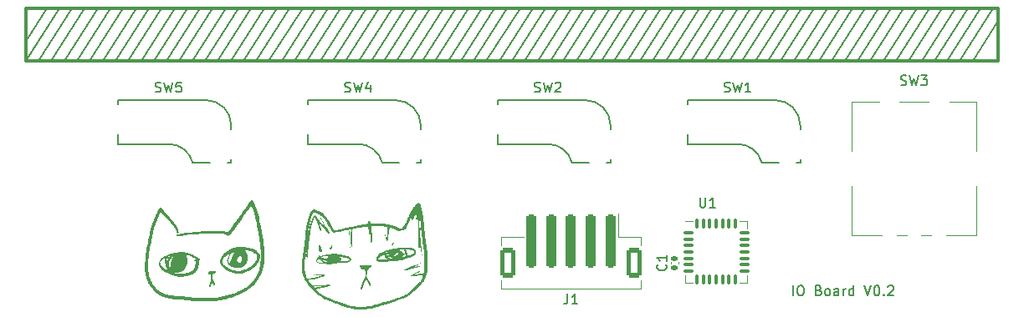
<source format=gto>
G04 #@! TF.GenerationSoftware,KiCad,Pcbnew,6.0.11-2627ca5db0~126~ubuntu22.04.1*
G04 #@! TF.CreationDate,2024-05-05T17:07:35-04:00*
G04 #@! TF.ProjectId,io-board,696f2d62-6f61-4726-942e-6b696361645f,rev?*
G04 #@! TF.SameCoordinates,Original*
G04 #@! TF.FileFunction,Legend,Top*
G04 #@! TF.FilePolarity,Positive*
%FSLAX46Y46*%
G04 Gerber Fmt 4.6, Leading zero omitted, Abs format (unit mm)*
G04 Created by KiCad (PCBNEW 6.0.11-2627ca5db0~126~ubuntu22.04.1) date 2024-05-05 17:07:35*
%MOMM*%
%LPD*%
G01*
G04 APERTURE LIST*
G04 Aperture macros list*
%AMRoundRect*
0 Rectangle with rounded corners*
0 $1 Rounding radius*
0 $2 $3 $4 $5 $6 $7 $8 $9 X,Y pos of 4 corners*
0 Add a 4 corners polygon primitive as box body*
4,1,4,$2,$3,$4,$5,$6,$7,$8,$9,$2,$3,0*
0 Add four circle primitives for the rounded corners*
1,1,$1+$1,$2,$3*
1,1,$1+$1,$4,$5*
1,1,$1+$1,$6,$7*
1,1,$1+$1,$8,$9*
0 Add four rect primitives between the rounded corners*
20,1,$1+$1,$2,$3,$4,$5,0*
20,1,$1+$1,$4,$5,$6,$7,0*
20,1,$1+$1,$6,$7,$8,$9,0*
20,1,$1+$1,$8,$9,$2,$3,0*%
G04 Aperture macros list end*
%ADD10C,0.000000*%
%ADD11C,0.150000*%
%ADD12C,0.300000*%
%ADD13C,0.120000*%
%ADD14RoundRect,0.140000X-0.170000X0.140000X-0.170000X-0.140000X0.170000X-0.140000X0.170000X0.140000X0*%
%ADD15RoundRect,0.250000X0.250000X2.500000X-0.250000X2.500000X-0.250000X-2.500000X0.250000X-2.500000X0*%
%ADD16RoundRect,0.250000X0.550000X1.250000X-0.550000X1.250000X-0.550000X-1.250000X0.550000X-1.250000X0*%
%ADD17C,5.600000*%
%ADD18RoundRect,0.075000X-0.437500X-0.075000X0.437500X-0.075000X0.437500X0.075000X-0.437500X0.075000X0*%
%ADD19RoundRect,0.075000X-0.075000X-0.437500X0.075000X-0.437500X0.075000X0.437500X-0.075000X0.437500X0*%
%ADD20R,4.250000X4.250000*%
%ADD21C,1.524000*%
%ADD22O,2.900000X3.000000*%
%ADD23C,3.000000*%
%ADD24C,1.701800*%
%ADD25C,3.987800*%
%ADD26R,2.550000X2.500000*%
G04 APERTURE END LIST*
D10*
G36*
X134846647Y-92387656D02*
G01*
X134848155Y-92387834D01*
X134849692Y-92388100D01*
X134851254Y-92388454D01*
X134852840Y-92388895D01*
X134854444Y-92389423D01*
X134856065Y-92390036D01*
X134857699Y-92390735D01*
X134859342Y-92391518D01*
X134860992Y-92392386D01*
X134862645Y-92393337D01*
X134864609Y-92394380D01*
X134866530Y-92395521D01*
X134868406Y-92396755D01*
X134870238Y-92398077D01*
X134873761Y-92400964D01*
X134877087Y-92404140D01*
X134880207Y-92407565D01*
X134883109Y-92411196D01*
X134885784Y-92414992D01*
X134888222Y-92418913D01*
X134890411Y-92422916D01*
X134892342Y-92426960D01*
X134894005Y-92431005D01*
X134895388Y-92435008D01*
X134896482Y-92438929D01*
X134897276Y-92442725D01*
X134897760Y-92446356D01*
X134897923Y-92449781D01*
X134897882Y-92451714D01*
X134897760Y-92453544D01*
X134897557Y-92455272D01*
X134897276Y-92456898D01*
X134896917Y-92458424D01*
X134896482Y-92459850D01*
X134895972Y-92461176D01*
X134895388Y-92462404D01*
X134894732Y-92463533D01*
X134894005Y-92464565D01*
X134893208Y-92465499D01*
X134892342Y-92466338D01*
X134891410Y-92467081D01*
X134890411Y-92467729D01*
X134889348Y-92468283D01*
X134888222Y-92468743D01*
X134887034Y-92469110D01*
X134885784Y-92469384D01*
X134884476Y-92469567D01*
X134883109Y-92469659D01*
X134881686Y-92469661D01*
X134880207Y-92469572D01*
X134878673Y-92469395D01*
X134877087Y-92469129D01*
X134875449Y-92468775D01*
X134873761Y-92468334D01*
X134870238Y-92467193D01*
X134866530Y-92465710D01*
X134862645Y-92463892D01*
X134859342Y-92461708D01*
X134856065Y-92459152D01*
X134852840Y-92456265D01*
X134849692Y-92453088D01*
X134846647Y-92449664D01*
X134843732Y-92446033D01*
X134840971Y-92442236D01*
X134838392Y-92438316D01*
X134836019Y-92434312D01*
X134833879Y-92430268D01*
X134831997Y-92426223D01*
X134830399Y-92422220D01*
X134829112Y-92418300D01*
X134828160Y-92414503D01*
X134827570Y-92410872D01*
X134827419Y-92409131D01*
X134827368Y-92407448D01*
X134827419Y-92405515D01*
X134827570Y-92403685D01*
X134827818Y-92401957D01*
X134828160Y-92400330D01*
X134828592Y-92398804D01*
X134829112Y-92397378D01*
X134829715Y-92396052D01*
X134830399Y-92394825D01*
X134831161Y-92393695D01*
X134831997Y-92392664D01*
X134832904Y-92391729D01*
X134833879Y-92390890D01*
X134834918Y-92390147D01*
X134836019Y-92389499D01*
X134837178Y-92388946D01*
X134838392Y-92388486D01*
X134839657Y-92388119D01*
X134840971Y-92387844D01*
X134842331Y-92387661D01*
X134843732Y-92387569D01*
X134845172Y-92387568D01*
X134846647Y-92387656D01*
G37*
G36*
X131320680Y-92548056D02*
G01*
X131321585Y-92548278D01*
X131322521Y-92548669D01*
X131324485Y-92549954D01*
X131326575Y-92551899D01*
X131328795Y-92554492D01*
X131331147Y-92557722D01*
X131333633Y-92561578D01*
X131336256Y-92566048D01*
X131339019Y-92571119D01*
X131341923Y-92576781D01*
X131346264Y-92586996D01*
X131350026Y-92597810D01*
X131353210Y-92609244D01*
X131355814Y-92621319D01*
X131357840Y-92634055D01*
X131359287Y-92647474D01*
X131360155Y-92661596D01*
X131360444Y-92676440D01*
X131360155Y-92692029D01*
X131359287Y-92708383D01*
X131357840Y-92725523D01*
X131355814Y-92743468D01*
X131353210Y-92762241D01*
X131350026Y-92781860D01*
X131346264Y-92802348D01*
X131341923Y-92823725D01*
X131306645Y-92993059D01*
X131306645Y-92746114D01*
X131306111Y-92710959D01*
X131305846Y-92679513D01*
X131305870Y-92651686D01*
X131306205Y-92627382D01*
X131306869Y-92606510D01*
X131307332Y-92597332D01*
X131307886Y-92588976D01*
X131308532Y-92581432D01*
X131309274Y-92574688D01*
X131310114Y-92568731D01*
X131311055Y-92563552D01*
X131312100Y-92559136D01*
X131313250Y-92555474D01*
X131314509Y-92552554D01*
X131315878Y-92550364D01*
X131316606Y-92549539D01*
X131317362Y-92548892D01*
X131318147Y-92548421D01*
X131318962Y-92548126D01*
X131319806Y-92548005D01*
X131320680Y-92548056D01*
G37*
G36*
X135785566Y-93648743D02*
G01*
X135789965Y-93650607D01*
X135794066Y-93653454D01*
X135797853Y-93657291D01*
X135801310Y-93662124D01*
X135804421Y-93667959D01*
X135807169Y-93674803D01*
X135809539Y-93682663D01*
X135811514Y-93691545D01*
X135813079Y-93701455D01*
X135814216Y-93712400D01*
X135814910Y-93724386D01*
X135815145Y-93737420D01*
X135814679Y-93745998D01*
X135813313Y-93755153D01*
X135811102Y-93764823D01*
X135808097Y-93774944D01*
X135804350Y-93785452D01*
X135799914Y-93796284D01*
X135794841Y-93807378D01*
X135789183Y-93818669D01*
X135776323Y-93841591D01*
X135761753Y-93864544D01*
X135745891Y-93887021D01*
X135729156Y-93908517D01*
X135711966Y-93928524D01*
X135694739Y-93946537D01*
X135686243Y-93954637D01*
X135677895Y-93962048D01*
X135669748Y-93968708D01*
X135661853Y-93974552D01*
X135654262Y-93979518D01*
X135647029Y-93983542D01*
X135640206Y-93986561D01*
X135633844Y-93988512D01*
X135627997Y-93989331D01*
X135622716Y-93988955D01*
X135618054Y-93987320D01*
X135614063Y-93984364D01*
X135613163Y-93983177D01*
X135612446Y-93981608D01*
X135611548Y-93977364D01*
X135611342Y-93971714D01*
X135611803Y-93964741D01*
X135612904Y-93956528D01*
X135614621Y-93947157D01*
X135619795Y-93925274D01*
X135627119Y-93899752D01*
X135636387Y-93871255D01*
X135647390Y-93840442D01*
X135659924Y-93807975D01*
X135666887Y-93791533D01*
X135673875Y-93775944D01*
X135680873Y-93761216D01*
X135687863Y-93747355D01*
X135694830Y-93734368D01*
X135701758Y-93722260D01*
X135708630Y-93711038D01*
X135715431Y-93700709D01*
X135722143Y-93691279D01*
X135728752Y-93682755D01*
X135735241Y-93675142D01*
X135741593Y-93668449D01*
X135747793Y-93662680D01*
X135753824Y-93657843D01*
X135759670Y-93653944D01*
X135765316Y-93650989D01*
X135770744Y-93648985D01*
X135775939Y-93647939D01*
X135780885Y-93647856D01*
X135785566Y-93648743D01*
G37*
G36*
X131426964Y-94113733D02*
G01*
X131428053Y-94113938D01*
X131429105Y-94114323D01*
X131430118Y-94114892D01*
X131431069Y-94115976D01*
X131431937Y-94117241D01*
X131433432Y-94120287D01*
X131434606Y-94123984D01*
X131435465Y-94128287D01*
X131436013Y-94133147D01*
X131436257Y-94138518D01*
X131436201Y-94144355D01*
X131435850Y-94150611D01*
X131435211Y-94157238D01*
X131434286Y-94164191D01*
X131433083Y-94171423D01*
X131431606Y-94178888D01*
X131429860Y-94186539D01*
X131427851Y-94194329D01*
X131425583Y-94202212D01*
X131423062Y-94210142D01*
X131420378Y-94217869D01*
X131417626Y-94225162D01*
X131414823Y-94232001D01*
X131411983Y-94238364D01*
X131410554Y-94241361D01*
X131409123Y-94244231D01*
X131407690Y-94246972D01*
X131406257Y-94249581D01*
X131404827Y-94252056D01*
X131403402Y-94254394D01*
X131401983Y-94256592D01*
X131400573Y-94258649D01*
X131399173Y-94260560D01*
X131397785Y-94262325D01*
X131396411Y-94263939D01*
X131395054Y-94265401D01*
X131393714Y-94266708D01*
X131392395Y-94267858D01*
X131391098Y-94268847D01*
X131389824Y-94269673D01*
X131388576Y-94270334D01*
X131387356Y-94270827D01*
X131386166Y-94271150D01*
X131385008Y-94271299D01*
X131383883Y-94271273D01*
X131382794Y-94271068D01*
X131381742Y-94270683D01*
X131380729Y-94270114D01*
X131379778Y-94269030D01*
X131378909Y-94267766D01*
X131377415Y-94264719D01*
X131376241Y-94261022D01*
X131375382Y-94256720D01*
X131374834Y-94251859D01*
X131374590Y-94246488D01*
X131374646Y-94240651D01*
X131374996Y-94234395D01*
X131375636Y-94227768D01*
X131376560Y-94220815D01*
X131377764Y-94213583D01*
X131379241Y-94206118D01*
X131380986Y-94198467D01*
X131382996Y-94190677D01*
X131385263Y-94182794D01*
X131387784Y-94174864D01*
X131390469Y-94167137D01*
X131393221Y-94159844D01*
X131396024Y-94153005D01*
X131398864Y-94146642D01*
X131400292Y-94143645D01*
X131401724Y-94140775D01*
X131403157Y-94138034D01*
X131404590Y-94135425D01*
X131406020Y-94132950D01*
X131407445Y-94130612D01*
X131408864Y-94128414D01*
X131410274Y-94126357D01*
X131411674Y-94124446D01*
X131413062Y-94122681D01*
X131414436Y-94121067D01*
X131415793Y-94119605D01*
X131417133Y-94118298D01*
X131418452Y-94117149D01*
X131419749Y-94116159D01*
X131421023Y-94115333D01*
X131422270Y-94114672D01*
X131423490Y-94114179D01*
X131424680Y-94113856D01*
X131425839Y-94113707D01*
X131426964Y-94113733D01*
G37*
G36*
X134312581Y-94052935D02*
G01*
X134313836Y-94053368D01*
X134315173Y-94054251D01*
X134316593Y-94055578D01*
X134318100Y-94057345D01*
X134319695Y-94059546D01*
X134321379Y-94062175D01*
X134323155Y-94065228D01*
X134325025Y-94068700D01*
X134329053Y-94076879D01*
X134333479Y-94086670D01*
X134337323Y-94095917D01*
X134340920Y-94105127D01*
X134344269Y-94114282D01*
X134347369Y-94123367D01*
X134350222Y-94132364D01*
X134352826Y-94141256D01*
X134355183Y-94150026D01*
X134357291Y-94158659D01*
X134359151Y-94167136D01*
X134360764Y-94175441D01*
X134362128Y-94183558D01*
X134363244Y-94191470D01*
X134364112Y-94199159D01*
X134364733Y-94206609D01*
X134365105Y-94213804D01*
X134365229Y-94220725D01*
X134365105Y-94227358D01*
X134364733Y-94233684D01*
X134364112Y-94239688D01*
X134363244Y-94245351D01*
X134362128Y-94250658D01*
X134360764Y-94255592D01*
X134359151Y-94260135D01*
X134357291Y-94264272D01*
X134355183Y-94267984D01*
X134352826Y-94271256D01*
X134350222Y-94274071D01*
X134347369Y-94276412D01*
X134344269Y-94278262D01*
X134340920Y-94279604D01*
X134337323Y-94280421D01*
X134333479Y-94280698D01*
X134331826Y-94280523D01*
X134330177Y-94280006D01*
X134328535Y-94279154D01*
X134326905Y-94277976D01*
X134323696Y-94274675D01*
X134320580Y-94270169D01*
X134317588Y-94264527D01*
X134314751Y-94257815D01*
X134312100Y-94250101D01*
X134309666Y-94241451D01*
X134307480Y-94231933D01*
X134305574Y-94221614D01*
X134303977Y-94210561D01*
X134302721Y-94198842D01*
X134301837Y-94186523D01*
X134301357Y-94173672D01*
X134301310Y-94160356D01*
X134301729Y-94146642D01*
X134301814Y-94127908D01*
X134302080Y-94111364D01*
X134302543Y-94096971D01*
X134303217Y-94084685D01*
X134304119Y-94074467D01*
X134304660Y-94070120D01*
X134305264Y-94066275D01*
X134305932Y-94062925D01*
X134306667Y-94060067D01*
X134307470Y-94057694D01*
X134308344Y-94055802D01*
X134309290Y-94054385D01*
X134310310Y-94053438D01*
X134310848Y-94053140D01*
X134311406Y-94052957D01*
X134311984Y-94052889D01*
X134312581Y-94052935D01*
G37*
G36*
X129572743Y-93916895D02*
G01*
X129577204Y-93918027D01*
X129581317Y-93920260D01*
X129585064Y-93923594D01*
X129588425Y-93928023D01*
X129591383Y-93933545D01*
X129593920Y-93940158D01*
X129596017Y-93947856D01*
X129597658Y-93956638D01*
X129598822Y-93966500D01*
X129599494Y-93977439D01*
X129599654Y-93989451D01*
X129599284Y-94002534D01*
X129598366Y-94016683D01*
X129596882Y-94031897D01*
X129594815Y-94048171D01*
X129592145Y-94065503D01*
X129584673Y-94110162D01*
X129576849Y-94152733D01*
X129568736Y-94193030D01*
X129560395Y-94230868D01*
X129551889Y-94266059D01*
X129543280Y-94298419D01*
X129534630Y-94327761D01*
X129526000Y-94353899D01*
X129517452Y-94376647D01*
X129513229Y-94386691D01*
X129509050Y-94395819D01*
X129504922Y-94404006D01*
X129500854Y-94411229D01*
X129496853Y-94417465D01*
X129492927Y-94422690D01*
X129489083Y-94426883D01*
X129485330Y-94430018D01*
X129481675Y-94432073D01*
X129478126Y-94433026D01*
X129474691Y-94432851D01*
X129471377Y-94431527D01*
X129468193Y-94429030D01*
X129465145Y-94425336D01*
X129462623Y-94420426D01*
X129460350Y-94414994D01*
X129458324Y-94409097D01*
X129456546Y-94402792D01*
X129455017Y-94396135D01*
X129453735Y-94389183D01*
X129452702Y-94381994D01*
X129451916Y-94374625D01*
X129451379Y-94367131D01*
X129451089Y-94359570D01*
X129451048Y-94351998D01*
X129451255Y-94344473D01*
X129451710Y-94337052D01*
X129452412Y-94329790D01*
X129453363Y-94322746D01*
X129454562Y-94315975D01*
X129455493Y-94312659D01*
X129456301Y-94309327D01*
X129456989Y-94305987D01*
X129457559Y-94302643D01*
X129458013Y-94299302D01*
X129458353Y-94295969D01*
X129458580Y-94292650D01*
X129458696Y-94289352D01*
X129458704Y-94286079D01*
X129458606Y-94282838D01*
X129458403Y-94279634D01*
X129458097Y-94276474D01*
X129457690Y-94273363D01*
X129457185Y-94270306D01*
X129456582Y-94267311D01*
X129455885Y-94264382D01*
X129455095Y-94261525D01*
X129454213Y-94258746D01*
X129453243Y-94256052D01*
X129452185Y-94253447D01*
X129451042Y-94250938D01*
X129449816Y-94248530D01*
X129448508Y-94246229D01*
X129447121Y-94244042D01*
X129445656Y-94241973D01*
X129444116Y-94240029D01*
X129442502Y-94238215D01*
X129440816Y-94236538D01*
X129439061Y-94235003D01*
X129437238Y-94233616D01*
X129435349Y-94232382D01*
X129433396Y-94231308D01*
X129431112Y-94230078D01*
X129428890Y-94229033D01*
X129426732Y-94228171D01*
X129424638Y-94227491D01*
X129422609Y-94226992D01*
X129420644Y-94226673D01*
X129418746Y-94226532D01*
X129416914Y-94226568D01*
X129415150Y-94226780D01*
X129413453Y-94227166D01*
X129411824Y-94227725D01*
X129410265Y-94228456D01*
X129408776Y-94229358D01*
X129407357Y-94230428D01*
X129406009Y-94231667D01*
X129404732Y-94233072D01*
X129403528Y-94234643D01*
X129402397Y-94236378D01*
X129401340Y-94238276D01*
X129400357Y-94240335D01*
X129399449Y-94242554D01*
X129398616Y-94244932D01*
X129397181Y-94250160D01*
X129396055Y-94256008D01*
X129395244Y-94262466D01*
X129394754Y-94269523D01*
X129394590Y-94277170D01*
X129394528Y-94281107D01*
X129394345Y-94284978D01*
X129394043Y-94288779D01*
X129393625Y-94292507D01*
X129393093Y-94296157D01*
X129392450Y-94299726D01*
X129391699Y-94303210D01*
X129390842Y-94306604D01*
X129389881Y-94309906D01*
X129388819Y-94313111D01*
X129387660Y-94316214D01*
X129386404Y-94319214D01*
X129385056Y-94322104D01*
X129383617Y-94324882D01*
X129382091Y-94327544D01*
X129380479Y-94330086D01*
X129378784Y-94332504D01*
X129377009Y-94334794D01*
X129375157Y-94336952D01*
X129373230Y-94338975D01*
X129371231Y-94340858D01*
X129369162Y-94342597D01*
X129367025Y-94344190D01*
X129364824Y-94345631D01*
X129362561Y-94346917D01*
X129360239Y-94348044D01*
X129357859Y-94349008D01*
X129355426Y-94349806D01*
X129352941Y-94350433D01*
X129350406Y-94350886D01*
X129347826Y-94351161D01*
X129345201Y-94351253D01*
X129342286Y-94351181D01*
X129339496Y-94350965D01*
X129336829Y-94350605D01*
X129334287Y-94350103D01*
X129331868Y-94349458D01*
X129329574Y-94348672D01*
X129327404Y-94347745D01*
X129325357Y-94346678D01*
X129323435Y-94345472D01*
X129321637Y-94344126D01*
X129319962Y-94342643D01*
X129318412Y-94341021D01*
X129316986Y-94339263D01*
X129315683Y-94337369D01*
X129314505Y-94335339D01*
X129313451Y-94333173D01*
X129312521Y-94330874D01*
X129311715Y-94328441D01*
X129311033Y-94325874D01*
X129310475Y-94323176D01*
X129309730Y-94317384D01*
X129309482Y-94311070D01*
X129309730Y-94304239D01*
X129310475Y-94296897D01*
X129311715Y-94289048D01*
X129313451Y-94280698D01*
X129314484Y-94277081D01*
X129315596Y-94273510D01*
X129316782Y-94269990D01*
X129318040Y-94266525D01*
X129320753Y-94259776D01*
X129323704Y-94253302D01*
X129326861Y-94247138D01*
X129330194Y-94241320D01*
X129333672Y-94235885D01*
X129337264Y-94230868D01*
X129339092Y-94228527D01*
X129340938Y-94226305D01*
X129342796Y-94224206D01*
X129344664Y-94222234D01*
X129346536Y-94220394D01*
X129348410Y-94218690D01*
X129350282Y-94217127D01*
X129352147Y-94215709D01*
X129354001Y-94214441D01*
X129355841Y-94213328D01*
X129357664Y-94212373D01*
X129359464Y-94211582D01*
X129361238Y-94210959D01*
X129362983Y-94210508D01*
X129364694Y-94210234D01*
X129366368Y-94210142D01*
X129368103Y-94209937D01*
X129369997Y-94209328D01*
X129374236Y-94206938D01*
X129379034Y-94203049D01*
X129384337Y-94197740D01*
X129390096Y-94191086D01*
X129396257Y-94183167D01*
X129402770Y-94174059D01*
X129409583Y-94163840D01*
X129416644Y-94152587D01*
X129423901Y-94140379D01*
X129438797Y-94113404D01*
X129453859Y-94083535D01*
X129468673Y-94051392D01*
X129476256Y-94034442D01*
X129483780Y-94018646D01*
X129491226Y-94004001D01*
X129498577Y-93990503D01*
X129505813Y-93978151D01*
X129512919Y-93966940D01*
X129519874Y-93956867D01*
X129526661Y-93947929D01*
X129533262Y-93940123D01*
X129539659Y-93933445D01*
X129545834Y-93927892D01*
X129551769Y-93923462D01*
X129557445Y-93920150D01*
X129562845Y-93917954D01*
X129567950Y-93916870D01*
X129572743Y-93916895D01*
G37*
G36*
X128320921Y-93933630D02*
G01*
X128323753Y-93933938D01*
X128326515Y-93934386D01*
X128329201Y-93934975D01*
X128335236Y-93937477D01*
X128342050Y-93942877D01*
X128357740Y-93961647D01*
X128375725Y-93989832D01*
X128395457Y-94025981D01*
X128416388Y-94068641D01*
X128437970Y-94116359D01*
X128459655Y-94167685D01*
X128480896Y-94221166D01*
X128519853Y-94328784D01*
X128536474Y-94380017D01*
X128550459Y-94427596D01*
X128561261Y-94470070D01*
X128568332Y-94505986D01*
X128571124Y-94533892D01*
X128570745Y-94544388D01*
X128569090Y-94552336D01*
X128566042Y-94559303D01*
X128562854Y-94565652D01*
X128559532Y-94571385D01*
X128556081Y-94576507D01*
X128552506Y-94581019D01*
X128548812Y-94584923D01*
X128545004Y-94588223D01*
X128541088Y-94590921D01*
X128537069Y-94593020D01*
X128532951Y-94594521D01*
X128528740Y-94595429D01*
X128524442Y-94595744D01*
X128520060Y-94595471D01*
X128515601Y-94594611D01*
X128511070Y-94593167D01*
X128506472Y-94591142D01*
X128501812Y-94588538D01*
X128497094Y-94585357D01*
X128492325Y-94581604D01*
X128487510Y-94577279D01*
X128482653Y-94572385D01*
X128477760Y-94566926D01*
X128472836Y-94560904D01*
X128467887Y-94554321D01*
X128462916Y-94547179D01*
X128457930Y-94539483D01*
X128447933Y-94522433D01*
X128437935Y-94503192D01*
X128427979Y-94481781D01*
X128375062Y-94368892D01*
X128396229Y-94478253D01*
X128398007Y-94489487D01*
X128399378Y-94500653D01*
X128400345Y-94511685D01*
X128400914Y-94522516D01*
X128401091Y-94533078D01*
X128400880Y-94543304D01*
X128400286Y-94553126D01*
X128399316Y-94562479D01*
X128397973Y-94571294D01*
X128396263Y-94579505D01*
X128394192Y-94587043D01*
X128393022Y-94590540D01*
X128391764Y-94593843D01*
X128390418Y-94596945D01*
X128388985Y-94599837D01*
X128387465Y-94602510D01*
X128385859Y-94604957D01*
X128384168Y-94607168D01*
X128382393Y-94609137D01*
X128380533Y-94610853D01*
X128378590Y-94612309D01*
X128372979Y-94615194D01*
X128367395Y-94617243D01*
X128361845Y-94618466D01*
X128356335Y-94618875D01*
X128350871Y-94618480D01*
X128345460Y-94617293D01*
X128340109Y-94615324D01*
X128334823Y-94612584D01*
X128329610Y-94609085D01*
X128324476Y-94604837D01*
X128314470Y-94594139D01*
X128304856Y-94580578D01*
X128295687Y-94564243D01*
X128287014Y-94545220D01*
X128278889Y-94523598D01*
X128271363Y-94499464D01*
X128264488Y-94472906D01*
X128258317Y-94444013D01*
X128252899Y-94412872D01*
X128248288Y-94379571D01*
X128244534Y-94344198D01*
X128236101Y-94266311D01*
X128227336Y-94192062D01*
X128219234Y-94130381D01*
X128215740Y-94107044D01*
X128212784Y-94090197D01*
X128211666Y-94082766D01*
X128210952Y-94075066D01*
X128210629Y-94067160D01*
X128210690Y-94059109D01*
X128211122Y-94050975D01*
X128211916Y-94042821D01*
X128213062Y-94034707D01*
X128214548Y-94026698D01*
X128216366Y-94018853D01*
X128218503Y-94011236D01*
X128220951Y-94003908D01*
X128223698Y-93996932D01*
X128226735Y-93990369D01*
X128230051Y-93984282D01*
X128233636Y-93978732D01*
X128237479Y-93973781D01*
X128241687Y-93968617D01*
X128246340Y-93963721D01*
X128251385Y-93959115D01*
X128256771Y-93954819D01*
X128262447Y-93950854D01*
X128268361Y-93947240D01*
X128274460Y-93943998D01*
X128280694Y-93941149D01*
X128287011Y-93938713D01*
X128293358Y-93936712D01*
X128299685Y-93935165D01*
X128305940Y-93934093D01*
X128312070Y-93933518D01*
X128318025Y-93933459D01*
X128320921Y-93933630D01*
G37*
G36*
X138651103Y-94846245D02*
G01*
X138652802Y-94846906D01*
X138654574Y-94847898D01*
X138656414Y-94849219D01*
X138658316Y-94850869D01*
X138660278Y-94852845D01*
X138662294Y-94855147D01*
X138664360Y-94857773D01*
X138666470Y-94860723D01*
X138668622Y-94863993D01*
X138673029Y-94871495D01*
X138677544Y-94880268D01*
X138682132Y-94890302D01*
X138686756Y-94901586D01*
X138687707Y-94904190D01*
X138688574Y-94906710D01*
X138689358Y-94909143D01*
X138690057Y-94911487D01*
X138690670Y-94913742D01*
X138691198Y-94915903D01*
X138691639Y-94917971D01*
X138691993Y-94919942D01*
X138692259Y-94921815D01*
X138692436Y-94923588D01*
X138692525Y-94925258D01*
X138692523Y-94926825D01*
X138692432Y-94928286D01*
X138692249Y-94929639D01*
X138691974Y-94930882D01*
X138691607Y-94932013D01*
X138691147Y-94933031D01*
X138690593Y-94933933D01*
X138689945Y-94934718D01*
X138689202Y-94935383D01*
X138688364Y-94935926D01*
X138687429Y-94936347D01*
X138686397Y-94936641D01*
X138685268Y-94936809D01*
X138684041Y-94936847D01*
X138682714Y-94936755D01*
X138681289Y-94936529D01*
X138679763Y-94936168D01*
X138678136Y-94935671D01*
X138676408Y-94935034D01*
X138674578Y-94934257D01*
X138672645Y-94933336D01*
X138668761Y-94931191D01*
X138665052Y-94928741D01*
X138661529Y-94926011D01*
X138658203Y-94923029D01*
X138655084Y-94919819D01*
X138652181Y-94916407D01*
X138649506Y-94912820D01*
X138647069Y-94909083D01*
X138644880Y-94905222D01*
X138642949Y-94901263D01*
X138641287Y-94897231D01*
X138639904Y-94893153D01*
X138638810Y-94889054D01*
X138638016Y-94884960D01*
X138637532Y-94880898D01*
X138637368Y-94876892D01*
X138637440Y-94872437D01*
X138637652Y-94868333D01*
X138637999Y-94864577D01*
X138638478Y-94861169D01*
X138639083Y-94858106D01*
X138639810Y-94855389D01*
X138640655Y-94853016D01*
X138641613Y-94850985D01*
X138642679Y-94849295D01*
X138643849Y-94847945D01*
X138645119Y-94846933D01*
X138646484Y-94846258D01*
X138647939Y-94845920D01*
X138649480Y-94845915D01*
X138651103Y-94846245D01*
G37*
G36*
X134048509Y-95307277D02*
G01*
X134053220Y-95288174D01*
X134059351Y-95268914D01*
X134066900Y-95249531D01*
X134075869Y-95230062D01*
X134086259Y-95210542D01*
X134098070Y-95191007D01*
X134111302Y-95171491D01*
X134125957Y-95152032D01*
X134142035Y-95132663D01*
X134159537Y-95113420D01*
X134178463Y-95094340D01*
X134198814Y-95075458D01*
X134220590Y-95056809D01*
X134236924Y-95043411D01*
X134244445Y-95037080D01*
X134251541Y-95030991D01*
X134258213Y-95025142D01*
X134264464Y-95019532D01*
X134270296Y-95014158D01*
X134275712Y-95009018D01*
X134280715Y-95004111D01*
X134285306Y-94999435D01*
X134289490Y-94994987D01*
X134293268Y-94990766D01*
X134296643Y-94986770D01*
X134299617Y-94982997D01*
X134302194Y-94979444D01*
X134304375Y-94976111D01*
X134306163Y-94972994D01*
X134307562Y-94970093D01*
X134308572Y-94967405D01*
X134309198Y-94964928D01*
X134309367Y-94963768D01*
X134309441Y-94962660D01*
X134309420Y-94961605D01*
X134309305Y-94960600D01*
X134309095Y-94959647D01*
X134308791Y-94958745D01*
X134308394Y-94957894D01*
X134307903Y-94957094D01*
X134307319Y-94956344D01*
X134306642Y-94955644D01*
X134305873Y-94954994D01*
X134305012Y-94954394D01*
X134304059Y-94953843D01*
X134303015Y-94953341D01*
X134300654Y-94952484D01*
X134297931Y-94951821D01*
X134294849Y-94951350D01*
X134291410Y-94951069D01*
X134287618Y-94950976D01*
X134262831Y-94949677D01*
X134252658Y-94948080D01*
X134243941Y-94945877D01*
X134236663Y-94943084D01*
X134230807Y-94939720D01*
X134226356Y-94935804D01*
X134223291Y-94931352D01*
X134221596Y-94926384D01*
X134221252Y-94920917D01*
X134222243Y-94914969D01*
X134224552Y-94908559D01*
X134228160Y-94901705D01*
X134233050Y-94894424D01*
X134246607Y-94878656D01*
X134265084Y-94861399D01*
X134288341Y-94842799D01*
X134316239Y-94823000D01*
X134348637Y-94802147D01*
X134385398Y-94780384D01*
X134426380Y-94757857D01*
X134471444Y-94734709D01*
X134491963Y-94724818D01*
X134882751Y-94724818D01*
X134883040Y-94726023D01*
X134883894Y-94727079D01*
X134885323Y-94727982D01*
X134887341Y-94728725D01*
X134893228Y-94729831D01*
X134902148Y-94729882D01*
X134928248Y-94727065D01*
X134963948Y-94720765D01*
X135007560Y-94711472D01*
X135111761Y-94685875D01*
X135227330Y-94654201D01*
X135340749Y-94620377D01*
X135438500Y-94588331D01*
X135477276Y-94574202D01*
X135507064Y-94561990D01*
X135526177Y-94552186D01*
X135531202Y-94548340D01*
X135532923Y-94545281D01*
X135532708Y-94543059D01*
X135532066Y-94541022D01*
X135531008Y-94539170D01*
X135529540Y-94537502D01*
X135527672Y-94536017D01*
X135525412Y-94534716D01*
X135519749Y-94532658D01*
X135512619Y-94531324D01*
X135504088Y-94530708D01*
X135494224Y-94530806D01*
X135483093Y-94531611D01*
X135470764Y-94533119D01*
X135457303Y-94535325D01*
X135442778Y-94538223D01*
X135427255Y-94541808D01*
X135410802Y-94546076D01*
X135393487Y-94551020D01*
X135375375Y-94556637D01*
X135356535Y-94562920D01*
X135305217Y-94580228D01*
X135231740Y-94603489D01*
X135145695Y-94629396D01*
X135056674Y-94654642D01*
X135035316Y-94660629D01*
X135014960Y-94666651D01*
X134995700Y-94672664D01*
X134977629Y-94678620D01*
X134960839Y-94684472D01*
X134945424Y-94690175D01*
X134931477Y-94695681D01*
X134919090Y-94700944D01*
X134908357Y-94705918D01*
X134899370Y-94710556D01*
X134892223Y-94714811D01*
X134889369Y-94716781D01*
X134887009Y-94718638D01*
X134885156Y-94720376D01*
X134883821Y-94721989D01*
X134883016Y-94723472D01*
X134882751Y-94724818D01*
X134491963Y-94724818D01*
X134520452Y-94711086D01*
X134724498Y-94618841D01*
X134826309Y-94576800D01*
X134928461Y-94537343D01*
X134955446Y-94527642D01*
X135638757Y-94527642D01*
X135638828Y-94529265D01*
X135639041Y-94530824D01*
X135639390Y-94532318D01*
X135639873Y-94533747D01*
X135640485Y-94535108D01*
X135641222Y-94536401D01*
X135642080Y-94537624D01*
X135643056Y-94538777D01*
X135644146Y-94539856D01*
X135645346Y-94540863D01*
X135646651Y-94541794D01*
X135648059Y-94542649D01*
X135649564Y-94543426D01*
X135651164Y-94544125D01*
X135654632Y-94545281D01*
X135658430Y-94546106D01*
X135662528Y-94546590D01*
X135666895Y-94546723D01*
X135671499Y-94546493D01*
X135676310Y-94545892D01*
X135681297Y-94544909D01*
X135686428Y-94543532D01*
X135691673Y-94541753D01*
X135702050Y-94536475D01*
X135707037Y-94533862D01*
X135711848Y-94531280D01*
X135716453Y-94528739D01*
X135720819Y-94526250D01*
X135724917Y-94523823D01*
X135728715Y-94521468D01*
X135732183Y-94519196D01*
X135735289Y-94517017D01*
X135738001Y-94514941D01*
X135740291Y-94512979D01*
X135741267Y-94512044D01*
X135742125Y-94511141D01*
X135742862Y-94510272D01*
X135743474Y-94509438D01*
X135743956Y-94508640D01*
X135744306Y-94507879D01*
X135744518Y-94507157D01*
X135744590Y-94506475D01*
X135744518Y-94505814D01*
X135744306Y-94505154D01*
X135743956Y-94504497D01*
X135743474Y-94503843D01*
X135742125Y-94502553D01*
X135740291Y-94501294D01*
X135738001Y-94500076D01*
X135735289Y-94498910D01*
X135732183Y-94497806D01*
X135728715Y-94496774D01*
X135724917Y-94495825D01*
X135720819Y-94494969D01*
X135716453Y-94494216D01*
X135711848Y-94493577D01*
X135707037Y-94493062D01*
X135702050Y-94492681D01*
X135696919Y-94492445D01*
X135691673Y-94492364D01*
X135689039Y-94492405D01*
X135686428Y-94492528D01*
X135683846Y-94492730D01*
X135681297Y-94493012D01*
X135678784Y-94493371D01*
X135676310Y-94493806D01*
X135673881Y-94494316D01*
X135671499Y-94494900D01*
X135669169Y-94495556D01*
X135666895Y-94496283D01*
X135664680Y-94497080D01*
X135662528Y-94497945D01*
X135660444Y-94498878D01*
X135658430Y-94499876D01*
X135656492Y-94500939D01*
X135654632Y-94502066D01*
X135652855Y-94503254D01*
X135651164Y-94504503D01*
X135649564Y-94505811D01*
X135648059Y-94507178D01*
X135646651Y-94508602D01*
X135645346Y-94510081D01*
X135644146Y-94511614D01*
X135643056Y-94513200D01*
X135642080Y-94514838D01*
X135641222Y-94516526D01*
X135640485Y-94518264D01*
X135639873Y-94520049D01*
X135639390Y-94521881D01*
X135639041Y-94523758D01*
X135638828Y-94525679D01*
X135638757Y-94527642D01*
X134955446Y-94527642D01*
X135031316Y-94500367D01*
X135135236Y-94465768D01*
X135240581Y-94433443D01*
X135269382Y-94425336D01*
X136333729Y-94425336D01*
X136513646Y-94531170D01*
X136541162Y-94546903D01*
X136566921Y-94562444D01*
X136591067Y-94577934D01*
X136613746Y-94593512D01*
X136635103Y-94609317D01*
X136655280Y-94625490D01*
X136674425Y-94642168D01*
X136692680Y-94659493D01*
X136710192Y-94677603D01*
X136727104Y-94696638D01*
X136743561Y-94716737D01*
X136759708Y-94738041D01*
X136775690Y-94760688D01*
X136791651Y-94784818D01*
X136807736Y-94810571D01*
X136824090Y-94838086D01*
X136825697Y-94840436D01*
X136827849Y-94842208D01*
X136830515Y-94843425D01*
X136833661Y-94844108D01*
X136837253Y-94844280D01*
X136841260Y-94843962D01*
X136845647Y-94843176D01*
X136850383Y-94841945D01*
X136860768Y-94838233D01*
X136872149Y-94833001D01*
X136884265Y-94826426D01*
X136896851Y-94818684D01*
X136909643Y-94809949D01*
X136922379Y-94800397D01*
X136934794Y-94790205D01*
X136946625Y-94779547D01*
X136957609Y-94768601D01*
X136967482Y-94757540D01*
X136975980Y-94746542D01*
X136979631Y-94741121D01*
X136982840Y-94735781D01*
X136987054Y-94726467D01*
X136990419Y-94716998D01*
X136992917Y-94707302D01*
X136994526Y-94697306D01*
X136995225Y-94686938D01*
X136994994Y-94676126D01*
X136993813Y-94664796D01*
X136991660Y-94652878D01*
X136988514Y-94640298D01*
X136984356Y-94626985D01*
X136979164Y-94612865D01*
X136972918Y-94597867D01*
X136965598Y-94581918D01*
X136957181Y-94564946D01*
X136947649Y-94546878D01*
X136936980Y-94527642D01*
X136907745Y-94477785D01*
X136894928Y-94457848D01*
X136882354Y-94440991D01*
X136869305Y-94427028D01*
X136862378Y-94421074D01*
X136855062Y-94415773D01*
X136847268Y-94411103D01*
X136838907Y-94407040D01*
X136829888Y-94403560D01*
X136823791Y-94401739D01*
X137061766Y-94401739D01*
X137061783Y-94402941D01*
X137061930Y-94404195D01*
X137062206Y-94405500D01*
X137062609Y-94406858D01*
X137063134Y-94408267D01*
X137064544Y-94411246D01*
X137066414Y-94414439D01*
X137068721Y-94417849D01*
X137071445Y-94421481D01*
X137074562Y-94425336D01*
X137081919Y-94435915D01*
X137089431Y-94449114D01*
X137097088Y-94464908D01*
X137104879Y-94483269D01*
X137120823Y-94527594D01*
X137137180Y-94581881D01*
X137153868Y-94645926D01*
X137170804Y-94719520D01*
X137187906Y-94802457D01*
X137205090Y-94894531D01*
X137213406Y-94937532D01*
X137217283Y-94954767D01*
X137221351Y-94969331D01*
X137223545Y-94975651D01*
X137225894Y-94981351D01*
X137228433Y-94986449D01*
X137231197Y-94990959D01*
X137234222Y-94994898D01*
X137237544Y-94998282D01*
X137241197Y-95001128D01*
X137245219Y-95003451D01*
X137249643Y-95005267D01*
X137254506Y-95006594D01*
X137259843Y-95007446D01*
X137265689Y-95007840D01*
X137272081Y-95007792D01*
X137279054Y-95007319D01*
X137294883Y-95005160D01*
X137313462Y-95001491D01*
X137335074Y-94996444D01*
X137388535Y-94982725D01*
X137435087Y-94969060D01*
X137480657Y-94954600D01*
X137525007Y-94939457D01*
X137567900Y-94923745D01*
X137609098Y-94907579D01*
X137648364Y-94891072D01*
X137685459Y-94874338D01*
X137720146Y-94857489D01*
X137752187Y-94840641D01*
X137781344Y-94823907D01*
X137807381Y-94807399D01*
X137830058Y-94791233D01*
X137840063Y-94783314D01*
X137849139Y-94775522D01*
X137857256Y-94767872D01*
X137864385Y-94760379D01*
X137870496Y-94753056D01*
X137875559Y-94745918D01*
X137879545Y-94738979D01*
X137882424Y-94732253D01*
X137885000Y-94722583D01*
X137886788Y-94712769D01*
X137887804Y-94702832D01*
X137888067Y-94692793D01*
X137887593Y-94682675D01*
X137886400Y-94672497D01*
X137884506Y-94662282D01*
X137881927Y-94652051D01*
X137878682Y-94641826D01*
X137874788Y-94631626D01*
X137870262Y-94621475D01*
X137865122Y-94611392D01*
X137859385Y-94601400D01*
X137853069Y-94591520D01*
X137846190Y-94581773D01*
X137838767Y-94572180D01*
X137830817Y-94562763D01*
X137822357Y-94553543D01*
X137803979Y-94535779D01*
X137783771Y-94519059D01*
X137761873Y-94503554D01*
X137738425Y-94489433D01*
X137726163Y-94482946D01*
X137713566Y-94476868D01*
X137700651Y-94471222D01*
X137687436Y-94466029D01*
X137673938Y-94461310D01*
X137660174Y-94457086D01*
X137628176Y-94448866D01*
X137588736Y-94440274D01*
X137543344Y-94431599D01*
X137493486Y-94423131D01*
X137440652Y-94415160D01*
X137386330Y-94407973D01*
X137332007Y-94401862D01*
X137279173Y-94397114D01*
X137241606Y-94394059D01*
X137208163Y-94391526D01*
X137178668Y-94389541D01*
X137165346Y-94388762D01*
X137152945Y-94388129D01*
X137141443Y-94387647D01*
X137130819Y-94387317D01*
X137121050Y-94387144D01*
X137112114Y-94387130D01*
X137103989Y-94387279D01*
X137096654Y-94387595D01*
X137090086Y-94388079D01*
X137084264Y-94388736D01*
X137079165Y-94389568D01*
X137074767Y-94390580D01*
X137072825Y-94391154D01*
X137071049Y-94391773D01*
X137069438Y-94392439D01*
X137067989Y-94393152D01*
X137066699Y-94393912D01*
X137065564Y-94394720D01*
X137064584Y-94395575D01*
X137063753Y-94396479D01*
X137063071Y-94397432D01*
X137062534Y-94398434D01*
X137062139Y-94399485D01*
X137061884Y-94400587D01*
X137061766Y-94401739D01*
X136823791Y-94401739D01*
X136820122Y-94400642D01*
X136797988Y-94396394D01*
X136771787Y-94394110D01*
X136740801Y-94393604D01*
X136704311Y-94394689D01*
X136661600Y-94397180D01*
X136611948Y-94400890D01*
X136488951Y-94411225D01*
X136333729Y-94425336D01*
X135269382Y-94425336D01*
X135347715Y-94403288D01*
X135456999Y-94375200D01*
X135568794Y-94349076D01*
X135801365Y-94302305D01*
X136048324Y-94262149D01*
X136312563Y-94227781D01*
X136483743Y-94211575D01*
X136669309Y-94200000D01*
X136861490Y-94193054D01*
X137052514Y-94190739D01*
X137234608Y-94193054D01*
X137400000Y-94200000D01*
X137540918Y-94211575D01*
X137599770Y-94219099D01*
X137649590Y-94227781D01*
X137700157Y-94239363D01*
X137747375Y-94252965D01*
X137791286Y-94268623D01*
X137812015Y-94277235D01*
X137831932Y-94286375D01*
X137851043Y-94296047D01*
X137869352Y-94306256D01*
X137886866Y-94317006D01*
X137903590Y-94328302D01*
X137919528Y-94340148D01*
X137934685Y-94352549D01*
X137949068Y-94365510D01*
X137962680Y-94379034D01*
X137975528Y-94393127D01*
X137987616Y-94407793D01*
X137998950Y-94423036D01*
X138009534Y-94438862D01*
X138019374Y-94455274D01*
X138028475Y-94472277D01*
X138036842Y-94489875D01*
X138044481Y-94508074D01*
X138051396Y-94526877D01*
X138057593Y-94546289D01*
X138063077Y-94566315D01*
X138067852Y-94586959D01*
X138071925Y-94608226D01*
X138075301Y-94630120D01*
X138079979Y-94675808D01*
X138080382Y-94720744D01*
X138076093Y-94763100D01*
X138066802Y-94803111D01*
X138052198Y-94841008D01*
X138031972Y-94877024D01*
X138005813Y-94911391D01*
X137973412Y-94944343D01*
X137934458Y-94976111D01*
X137888642Y-95006928D01*
X137835653Y-95037027D01*
X137775181Y-95066640D01*
X137706916Y-95096000D01*
X137630549Y-95125339D01*
X137545768Y-95154891D01*
X137452265Y-95184886D01*
X137349729Y-95215559D01*
X137284368Y-95234803D01*
X137219091Y-95255081D01*
X137155632Y-95275772D01*
X137095729Y-95296257D01*
X137041117Y-95315914D01*
X136993534Y-95334125D01*
X136954714Y-95350269D01*
X136939134Y-95357372D01*
X136926396Y-95363725D01*
X136887724Y-95382878D01*
X136848206Y-95400698D01*
X136807488Y-95417257D01*
X136765221Y-95432627D01*
X136721051Y-95446881D01*
X136674628Y-95460092D01*
X136625601Y-95472330D01*
X136573618Y-95483670D01*
X136459379Y-95503941D01*
X136329099Y-95521483D01*
X136179967Y-95536876D01*
X136009173Y-95550697D01*
X135800704Y-95564919D01*
X135598188Y-95579802D01*
X135424775Y-95593361D01*
X135303618Y-95603614D01*
X135150601Y-95613722D01*
X134985677Y-95620316D01*
X134817446Y-95623520D01*
X134654507Y-95623458D01*
X134505458Y-95620254D01*
X134378899Y-95614032D01*
X134326740Y-95609828D01*
X134283428Y-95604916D01*
X134250038Y-95599312D01*
X134227645Y-95593031D01*
X134205528Y-95583673D01*
X134184817Y-95573482D01*
X134165512Y-95562495D01*
X134147616Y-95550746D01*
X134131127Y-95538270D01*
X134116047Y-95525105D01*
X134102377Y-95511284D01*
X134090117Y-95496844D01*
X134079268Y-95481819D01*
X134069830Y-95466247D01*
X134061804Y-95450161D01*
X134055191Y-95433599D01*
X134049991Y-95416594D01*
X134046205Y-95399183D01*
X134043834Y-95381401D01*
X134042878Y-95363284D01*
X134043338Y-95344867D01*
X134043632Y-95341938D01*
X134270970Y-95341938D01*
X134271226Y-95344853D01*
X134271805Y-95347657D01*
X134272703Y-95350361D01*
X134273915Y-95352976D01*
X134275436Y-95355512D01*
X134277262Y-95357982D01*
X134279388Y-95360395D01*
X134281811Y-95362763D01*
X134284524Y-95365097D01*
X134287525Y-95367407D01*
X134290807Y-95369705D01*
X134294368Y-95372002D01*
X134298201Y-95374309D01*
X134312528Y-95381131D01*
X134332783Y-95387049D01*
X134358608Y-95392067D01*
X134389647Y-95396192D01*
X134465943Y-95401780D01*
X134558815Y-95403854D01*
X134665414Y-95402455D01*
X134782885Y-95397625D01*
X134908376Y-95389405D01*
X135039034Y-95377836D01*
X135268340Y-95356670D01*
X135109590Y-95303753D01*
X135083971Y-95294875D01*
X135061241Y-95286638D01*
X135041229Y-95278855D01*
X135023765Y-95271342D01*
X135015936Y-95267627D01*
X135008679Y-95263910D01*
X135001973Y-95260168D01*
X134995798Y-95256376D01*
X134990132Y-95252512D01*
X134984954Y-95248552D01*
X134980242Y-95244474D01*
X134975975Y-95240253D01*
X134972132Y-95235867D01*
X134968692Y-95231292D01*
X134965632Y-95226506D01*
X134962932Y-95221484D01*
X134960571Y-95216204D01*
X134958527Y-95210642D01*
X134956779Y-95204776D01*
X134955305Y-95198581D01*
X134954084Y-95192035D01*
X134953096Y-95185114D01*
X134951729Y-95170056D01*
X134951034Y-95153220D01*
X134950935Y-95143632D01*
X135248567Y-95143632D01*
X135248786Y-95146221D01*
X135249604Y-95148921D01*
X135251032Y-95151742D01*
X135253080Y-95154691D01*
X135255759Y-95157779D01*
X135263049Y-95164406D01*
X135272984Y-95171694D01*
X135285648Y-95179716D01*
X135301124Y-95188544D01*
X135319493Y-95198250D01*
X135340839Y-95208908D01*
X135365244Y-95220588D01*
X135423562Y-95247308D01*
X135471203Y-95267732D01*
X135515960Y-95285349D01*
X135557430Y-95300166D01*
X135595211Y-95312187D01*
X135628899Y-95321417D01*
X135658091Y-95327862D01*
X135670875Y-95330041D01*
X135682384Y-95331527D01*
X135692567Y-95332318D01*
X135701375Y-95332416D01*
X135708756Y-95331822D01*
X135714661Y-95330536D01*
X135719039Y-95328559D01*
X135721839Y-95325891D01*
X135723011Y-95322534D01*
X135722506Y-95318487D01*
X135720271Y-95313751D01*
X135716258Y-95308328D01*
X135710415Y-95302217D01*
X135702693Y-95295420D01*
X135693040Y-95287937D01*
X135681407Y-95279768D01*
X135667743Y-95270915D01*
X135651998Y-95261377D01*
X135634121Y-95251156D01*
X135614063Y-95240253D01*
X135598945Y-95232241D01*
X135584069Y-95224116D01*
X135569515Y-95215929D01*
X135555358Y-95207731D01*
X135541677Y-95199575D01*
X135528548Y-95191512D01*
X135516050Y-95183593D01*
X135504260Y-95175871D01*
X135493256Y-95168397D01*
X135483114Y-95161223D01*
X135473913Y-95154399D01*
X135465730Y-95147980D01*
X135458643Y-95142014D01*
X135452728Y-95136556D01*
X135448065Y-95131655D01*
X135444729Y-95127364D01*
X135439765Y-95120503D01*
X135434118Y-95114479D01*
X135427769Y-95109303D01*
X135420696Y-95104985D01*
X135412879Y-95101534D01*
X135404298Y-95098963D01*
X135394930Y-95097280D01*
X135384757Y-95096496D01*
X135373757Y-95096622D01*
X135361909Y-95097667D01*
X135349193Y-95099643D01*
X135335589Y-95102559D01*
X135321075Y-95106426D01*
X135305630Y-95111255D01*
X135289235Y-95117055D01*
X135271868Y-95123836D01*
X135262952Y-95127858D01*
X135256104Y-95132036D01*
X135253480Y-95134205D01*
X135251404Y-95136440D01*
X135249887Y-95138750D01*
X135248938Y-95141145D01*
X135248567Y-95143632D01*
X134950935Y-95143632D01*
X134950840Y-95134420D01*
X134950637Y-95122525D01*
X134950041Y-95110704D01*
X134949073Y-95099026D01*
X134948572Y-95094677D01*
X136739368Y-95094677D01*
X136739720Y-95098292D01*
X136740494Y-95101577D01*
X136741707Y-95104534D01*
X136743372Y-95107169D01*
X136745505Y-95109486D01*
X136748120Y-95111490D01*
X136751233Y-95113185D01*
X136754858Y-95114576D01*
X136759010Y-95115667D01*
X136763704Y-95116463D01*
X136774777Y-95117187D01*
X136788197Y-95116785D01*
X136804081Y-95115292D01*
X136822549Y-95112746D01*
X136843720Y-95109181D01*
X136867713Y-95104634D01*
X136894646Y-95099142D01*
X136916541Y-95094612D01*
X136936028Y-95090185D01*
X136953262Y-95085716D01*
X136968398Y-95081062D01*
X136975228Y-95078620D01*
X136981591Y-95076077D01*
X136987508Y-95073415D01*
X136992996Y-95070617D01*
X136998077Y-95067663D01*
X137002768Y-95064536D01*
X137007090Y-95061218D01*
X137011062Y-95057690D01*
X137014704Y-95053936D01*
X137018033Y-95049936D01*
X137021071Y-95045672D01*
X137023837Y-95041126D01*
X137026349Y-95036281D01*
X137028627Y-95031118D01*
X137030691Y-95025620D01*
X137032560Y-95019767D01*
X137034253Y-95013542D01*
X137035790Y-95006927D01*
X137038472Y-94992454D01*
X137040761Y-94976204D01*
X137042813Y-94958031D01*
X137043971Y-94946299D01*
X137044804Y-94934955D01*
X137045316Y-94924056D01*
X137045513Y-94913658D01*
X137045400Y-94903818D01*
X137044983Y-94894593D01*
X137044265Y-94886039D01*
X137043253Y-94878215D01*
X137042638Y-94874593D01*
X137041952Y-94871176D01*
X137041194Y-94867968D01*
X137040366Y-94864979D01*
X137039469Y-94862214D01*
X137038502Y-94859681D01*
X137037467Y-94857387D01*
X137036363Y-94855339D01*
X137035193Y-94853545D01*
X137033956Y-94852011D01*
X137032653Y-94850744D01*
X137031286Y-94849751D01*
X137029853Y-94849041D01*
X137028356Y-94848619D01*
X137026797Y-94848493D01*
X137025174Y-94848670D01*
X137019789Y-94849427D01*
X137013596Y-94851006D01*
X136999026Y-94856449D01*
X136981944Y-94864630D01*
X136962832Y-94875183D01*
X136942169Y-94887741D01*
X136920436Y-94901938D01*
X136898114Y-94917405D01*
X136875684Y-94933777D01*
X136853626Y-94950687D01*
X136832420Y-94967767D01*
X136812548Y-94984650D01*
X136794490Y-95000970D01*
X136778726Y-95016360D01*
X136765737Y-95030454D01*
X136756003Y-95042883D01*
X136752508Y-95048358D01*
X136750006Y-95053281D01*
X136745313Y-95065772D01*
X136741897Y-95076811D01*
X136739876Y-95086434D01*
X136739425Y-95090726D01*
X136739368Y-95094677D01*
X134948572Y-95094677D01*
X134947753Y-95087566D01*
X134946103Y-95076396D01*
X134944143Y-95065587D01*
X134941893Y-95055212D01*
X134939375Y-95045343D01*
X134937180Y-95037972D01*
X135866096Y-95037972D01*
X135866290Y-95040443D01*
X135866740Y-95042697D01*
X135867448Y-95044745D01*
X135868417Y-95046596D01*
X135869647Y-95048257D01*
X135871142Y-95049739D01*
X135872904Y-95051051D01*
X135874933Y-95052201D01*
X135877232Y-95053198D01*
X135879803Y-95054052D01*
X135882649Y-95054772D01*
X135885770Y-95055367D01*
X135889168Y-95055845D01*
X135892847Y-95056216D01*
X135901050Y-95056672D01*
X135910396Y-95056809D01*
X135923533Y-95056197D01*
X135937111Y-95054399D01*
X135951074Y-95051466D01*
X135965366Y-95047452D01*
X135979932Y-95042409D01*
X135994716Y-95036391D01*
X136009663Y-95029451D01*
X136024718Y-95021641D01*
X136054926Y-95003625D01*
X136084897Y-94982767D01*
X136114185Y-94959490D01*
X136142347Y-94934218D01*
X136168938Y-94907376D01*
X136193514Y-94879386D01*
X136215629Y-94850673D01*
X136234841Y-94821660D01*
X136243219Y-94807174D01*
X136250704Y-94792771D01*
X136257241Y-94778506D01*
X136262774Y-94764430D01*
X136267247Y-94750598D01*
X136270606Y-94737061D01*
X136272794Y-94723873D01*
X136273757Y-94711086D01*
X136273244Y-94701082D01*
X136271105Y-94692857D01*
X136267427Y-94686352D01*
X136262298Y-94681507D01*
X136255808Y-94678260D01*
X136248045Y-94676553D01*
X136239097Y-94676326D01*
X136229053Y-94677517D01*
X136218001Y-94680068D01*
X136206030Y-94683917D01*
X136193229Y-94689006D01*
X136179685Y-94695273D01*
X136150725Y-94711104D01*
X136119857Y-94730930D01*
X136087791Y-94754270D01*
X136055234Y-94780643D01*
X136022894Y-94809569D01*
X135991479Y-94840567D01*
X135961697Y-94873157D01*
X135934256Y-94906857D01*
X135909864Y-94941189D01*
X135899033Y-94958440D01*
X135889229Y-94975670D01*
X135883072Y-94988208D01*
X135877840Y-94999413D01*
X135873548Y-95009357D01*
X135871760Y-95013879D01*
X135870212Y-95018113D01*
X135868908Y-95022068D01*
X135867848Y-95025753D01*
X135867035Y-95029176D01*
X135866471Y-95032348D01*
X135866157Y-95035277D01*
X135866096Y-95037972D01*
X134937180Y-95037972D01*
X134936608Y-95036053D01*
X134933614Y-95027415D01*
X134930414Y-95019500D01*
X134927027Y-95012381D01*
X134923475Y-95006129D01*
X134921644Y-95003352D01*
X134919779Y-95000819D01*
X134917883Y-94998539D01*
X134915958Y-94996521D01*
X134914008Y-94994775D01*
X134912034Y-94993309D01*
X134908029Y-94990462D01*
X134903973Y-94987239D01*
X134899896Y-94983674D01*
X134895829Y-94979804D01*
X134891803Y-94975666D01*
X134887850Y-94971295D01*
X134884000Y-94966727D01*
X134880285Y-94962000D01*
X134876735Y-94957148D01*
X134873381Y-94952209D01*
X134870254Y-94947217D01*
X134867386Y-94942211D01*
X134864807Y-94937225D01*
X134862549Y-94932296D01*
X134861229Y-94928948D01*
X135119860Y-94928948D01*
X135120174Y-94933336D01*
X135121282Y-94936830D01*
X135123249Y-94940037D01*
X135126027Y-94942960D01*
X135129565Y-94945601D01*
X135133813Y-94947963D01*
X135138723Y-94950048D01*
X135144243Y-94951860D01*
X135150325Y-94953401D01*
X135163973Y-94955678D01*
X135179271Y-94956901D01*
X135195818Y-94957090D01*
X135213218Y-94956267D01*
X135231074Y-94954451D01*
X135248985Y-94951664D01*
X135266556Y-94947926D01*
X135283388Y-94943258D01*
X135299083Y-94937681D01*
X135313243Y-94931214D01*
X135319624Y-94927654D01*
X135325471Y-94923880D01*
X135330735Y-94919893D01*
X135335368Y-94915698D01*
X135337969Y-94912892D01*
X135340467Y-94909786D01*
X135342841Y-94906411D01*
X135345070Y-94902799D01*
X135347133Y-94898980D01*
X135349011Y-94894986D01*
X135350682Y-94890846D01*
X135352125Y-94886593D01*
X135353321Y-94882258D01*
X135354247Y-94877870D01*
X135354884Y-94873462D01*
X135355212Y-94869065D01*
X135355208Y-94864708D01*
X135354853Y-94860424D01*
X135354537Y-94858319D01*
X135354126Y-94856244D01*
X135353616Y-94854202D01*
X135353006Y-94852197D01*
X135350756Y-94848575D01*
X135347368Y-94845628D01*
X135342924Y-94843329D01*
X135337503Y-94841649D01*
X135331189Y-94840560D01*
X135324062Y-94840035D01*
X135316204Y-94840047D01*
X135307696Y-94840567D01*
X135289057Y-94843021D01*
X135268795Y-94847175D01*
X135247561Y-94852806D01*
X135226006Y-94859694D01*
X135204783Y-94867615D01*
X135184541Y-94876348D01*
X135165933Y-94885669D01*
X135149608Y-94895358D01*
X135142506Y-94900270D01*
X135136219Y-94905191D01*
X135130829Y-94910092D01*
X135126416Y-94914946D01*
X135123063Y-94919726D01*
X135120851Y-94924402D01*
X135119860Y-94928948D01*
X134861229Y-94928948D01*
X134860642Y-94927460D01*
X134859117Y-94922753D01*
X134856478Y-94918598D01*
X134851935Y-94916012D01*
X134845590Y-94914931D01*
X134837544Y-94915291D01*
X134816756Y-94920079D01*
X134790381Y-94929864D01*
X134759231Y-94944134D01*
X134724118Y-94962378D01*
X134685853Y-94984085D01*
X134645246Y-95008743D01*
X134603110Y-95035839D01*
X134560256Y-95064863D01*
X134517495Y-95095303D01*
X134475637Y-95126647D01*
X134435496Y-95158385D01*
X134397882Y-95190003D01*
X134363605Y-95220991D01*
X134333479Y-95250836D01*
X134320409Y-95264742D01*
X134314483Y-95271226D01*
X134308957Y-95277412D01*
X134303826Y-95283311D01*
X134299086Y-95288935D01*
X134294732Y-95294294D01*
X134290760Y-95299399D01*
X134287165Y-95304261D01*
X134283943Y-95308891D01*
X134281089Y-95313300D01*
X134278599Y-95317499D01*
X134276467Y-95321499D01*
X134274691Y-95325312D01*
X134273265Y-95328947D01*
X134272184Y-95332416D01*
X134271444Y-95335731D01*
X134271041Y-95338901D01*
X134270970Y-95341938D01*
X134043632Y-95341938D01*
X134045215Y-95326187D01*
X134048509Y-95307277D01*
G37*
G36*
X127987778Y-95561556D02*
G01*
X127992781Y-95535229D01*
X127999354Y-95504395D01*
X128007250Y-95470089D01*
X128016221Y-95433344D01*
X128026019Y-95395193D01*
X128036395Y-95356670D01*
X128043673Y-95333598D01*
X128048911Y-95318071D01*
X129418131Y-95318071D01*
X129418634Y-95319652D01*
X129419670Y-95321172D01*
X129423338Y-95324024D01*
X129429130Y-95326629D01*
X129437041Y-95328985D01*
X129447066Y-95331093D01*
X129459198Y-95332954D01*
X129473434Y-95334566D01*
X129508195Y-95337046D01*
X129551307Y-95338534D01*
X129602729Y-95339031D01*
X129647556Y-95338700D01*
X129688829Y-95337708D01*
X129707847Y-95336964D01*
X129725636Y-95336054D01*
X129742081Y-95334979D01*
X129757069Y-95333739D01*
X129770486Y-95332334D01*
X129782218Y-95330763D01*
X129792152Y-95329026D01*
X129800174Y-95327125D01*
X129803433Y-95326112D01*
X129806170Y-95325058D01*
X129808373Y-95323962D01*
X129810027Y-95322825D01*
X129811118Y-95321647D01*
X129811631Y-95320428D01*
X129811552Y-95319167D01*
X129810868Y-95317864D01*
X129806811Y-95314640D01*
X129801317Y-95311583D01*
X129786387Y-95305979D01*
X129766816Y-95301067D01*
X129743344Y-95296863D01*
X129716709Y-95293382D01*
X129687650Y-95290641D01*
X129656907Y-95288654D01*
X129625218Y-95287437D01*
X129593323Y-95287006D01*
X129561960Y-95287375D01*
X129531868Y-95288561D01*
X129503786Y-95290579D01*
X129478453Y-95293445D01*
X129456609Y-95297173D01*
X129438991Y-95301780D01*
X129431999Y-95304418D01*
X129426340Y-95307281D01*
X129421461Y-95311126D01*
X129418726Y-95314722D01*
X129418162Y-95316428D01*
X129418131Y-95318071D01*
X128048911Y-95318071D01*
X128050961Y-95311994D01*
X128058270Y-95291836D01*
X128065610Y-95273105D01*
X128072991Y-95255780D01*
X128080424Y-95239839D01*
X128084163Y-95232382D01*
X128087919Y-95225263D01*
X128091693Y-95218480D01*
X128095486Y-95212031D01*
X128099300Y-95205912D01*
X128103136Y-95200121D01*
X128106995Y-95194656D01*
X128110879Y-95189513D01*
X128114788Y-95184692D01*
X128118725Y-95180188D01*
X128122690Y-95175999D01*
X128125548Y-95173225D01*
X128424451Y-95173225D01*
X128653756Y-95236725D01*
X128701836Y-95250747D01*
X128749999Y-95263569D01*
X128797004Y-95274987D01*
X128841611Y-95284791D01*
X128882580Y-95292777D01*
X128918671Y-95298737D01*
X128948643Y-95302465D01*
X128960947Y-95303427D01*
X128971256Y-95303753D01*
X128981485Y-95303218D01*
X128991656Y-95302282D01*
X129001750Y-95300959D01*
X129011750Y-95299261D01*
X129021639Y-95297201D01*
X129031400Y-95294792D01*
X129041015Y-95292048D01*
X129050466Y-95288980D01*
X129059737Y-95285603D01*
X129068809Y-95281928D01*
X129077665Y-95277970D01*
X129086288Y-95273739D01*
X129094661Y-95269251D01*
X129102765Y-95264517D01*
X129110584Y-95259550D01*
X129118100Y-95254364D01*
X129125296Y-95248971D01*
X129132154Y-95243385D01*
X129138656Y-95237617D01*
X129144786Y-95231682D01*
X129150526Y-95225591D01*
X129155858Y-95219359D01*
X129160765Y-95212997D01*
X129165229Y-95206519D01*
X129169234Y-95199937D01*
X129172761Y-95193265D01*
X129175794Y-95186516D01*
X129178314Y-95179702D01*
X129180304Y-95172836D01*
X129181748Y-95165932D01*
X129182626Y-95159002D01*
X129182923Y-95152058D01*
X129183005Y-95149052D01*
X129183249Y-95145990D01*
X129183650Y-95142879D01*
X129184205Y-95139725D01*
X129184910Y-95136535D01*
X129185760Y-95133316D01*
X129187884Y-95126813D01*
X129190546Y-95120269D01*
X129193713Y-95113735D01*
X129197357Y-95107264D01*
X129201444Y-95100906D01*
X129205945Y-95094713D01*
X129210829Y-95088738D01*
X129216063Y-95083031D01*
X129221619Y-95077644D01*
X129227463Y-95072630D01*
X129233566Y-95068039D01*
X129236705Y-95065919D01*
X129239897Y-95063924D01*
X129243138Y-95062061D01*
X129246423Y-95060336D01*
X129252869Y-95055861D01*
X129257058Y-95051694D01*
X129259090Y-95047835D01*
X129259067Y-95044282D01*
X129257088Y-95041034D01*
X129253252Y-95038089D01*
X129240415Y-95033106D01*
X129221356Y-95029322D01*
X129196876Y-95026726D01*
X129167776Y-95025308D01*
X129134857Y-95025059D01*
X129098921Y-95025966D01*
X129060767Y-95028021D01*
X129021198Y-95031213D01*
X128981013Y-95035532D01*
X128941015Y-95040966D01*
X128902003Y-95047507D01*
X128864780Y-95055143D01*
X128830145Y-95063864D01*
X128701823Y-95097819D01*
X128565562Y-95134420D01*
X128424451Y-95173225D01*
X128125548Y-95173225D01*
X128126685Y-95172123D01*
X128130710Y-95168557D01*
X128134768Y-95165298D01*
X128138860Y-95162344D01*
X128142987Y-95159693D01*
X128147149Y-95157341D01*
X128151350Y-95155287D01*
X128155589Y-95153527D01*
X128159868Y-95152058D01*
X128163795Y-95150984D01*
X128167636Y-95149750D01*
X128171390Y-95148361D01*
X128175054Y-95146822D01*
X128178624Y-95145138D01*
X128182099Y-95143315D01*
X128185476Y-95141357D01*
X128188751Y-95139270D01*
X128191924Y-95137059D01*
X128194990Y-95134730D01*
X128200795Y-95129734D01*
X128206146Y-95124326D01*
X128211020Y-95118545D01*
X128215399Y-95112433D01*
X128219261Y-95106032D01*
X128222586Y-95099383D01*
X128225352Y-95092527D01*
X128227540Y-95085506D01*
X128229128Y-95078361D01*
X128229691Y-95074755D01*
X128230096Y-95071133D01*
X128230341Y-95067501D01*
X128230423Y-95063864D01*
X128230586Y-95055112D01*
X128231067Y-95046720D01*
X128231853Y-95038697D01*
X128232931Y-95031053D01*
X128234288Y-95023797D01*
X128235911Y-95016937D01*
X128237787Y-95010483D01*
X128239904Y-95004443D01*
X128242248Y-94998828D01*
X128244806Y-94993645D01*
X128247566Y-94988903D01*
X128250515Y-94984613D01*
X128253639Y-94980783D01*
X128256926Y-94977422D01*
X128260363Y-94974538D01*
X128263937Y-94972142D01*
X128267635Y-94970242D01*
X128271444Y-94968847D01*
X128275351Y-94967966D01*
X128279344Y-94967608D01*
X128283408Y-94967783D01*
X128287533Y-94968499D01*
X128291703Y-94969765D01*
X128295908Y-94971591D01*
X128300133Y-94973985D01*
X128304365Y-94976956D01*
X128308593Y-94980514D01*
X128312802Y-94984668D01*
X128316981Y-94989426D01*
X128321115Y-94994798D01*
X128325193Y-95000793D01*
X128329201Y-95007419D01*
X128334541Y-95016096D01*
X128340170Y-95023584D01*
X128346378Y-95029852D01*
X128353454Y-95034870D01*
X128361688Y-95038606D01*
X128371369Y-95041030D01*
X128382786Y-95042110D01*
X128396229Y-95041815D01*
X128411987Y-95040115D01*
X128430349Y-95036979D01*
X128451605Y-95032374D01*
X128476045Y-95026271D01*
X128535631Y-95009445D01*
X128558176Y-95002547D01*
X129341179Y-95002547D01*
X129341231Y-95002933D01*
X129341340Y-95003327D01*
X129341508Y-95003727D01*
X129342017Y-95004546D01*
X129342761Y-95005390D01*
X129343741Y-95006258D01*
X129344960Y-95007151D01*
X129346419Y-95008067D01*
X129348120Y-95009005D01*
X129350065Y-95009966D01*
X129352257Y-95010948D01*
X129356464Y-95012188D01*
X129361110Y-95013263D01*
X129366139Y-95014172D01*
X129371494Y-95014916D01*
X129377117Y-95015495D01*
X129382952Y-95015908D01*
X129388942Y-95016156D01*
X129395031Y-95016239D01*
X129401161Y-95016156D01*
X129407275Y-95015908D01*
X129413317Y-95015495D01*
X129419229Y-95014916D01*
X129424956Y-95014172D01*
X129430440Y-95013263D01*
X129435624Y-95012188D01*
X129440451Y-95010948D01*
X129443967Y-95009005D01*
X129446583Y-95007151D01*
X129447558Y-95006258D01*
X129448311Y-95005390D01*
X129448845Y-95004546D01*
X129449160Y-95003727D01*
X129449259Y-95002933D01*
X129449141Y-95002167D01*
X129448810Y-95001427D01*
X129448265Y-95000716D01*
X129447508Y-95000032D01*
X129446540Y-94999378D01*
X129443979Y-94998159D01*
X129440591Y-94997065D01*
X129436386Y-94996099D01*
X129431375Y-94995268D01*
X129425568Y-94994576D01*
X129418976Y-94994030D01*
X129411609Y-94993633D01*
X129403476Y-94993391D01*
X129394590Y-94993309D01*
X129385704Y-94993391D01*
X129377578Y-94993633D01*
X129370227Y-94994030D01*
X129366847Y-94994285D01*
X129363667Y-94994576D01*
X129360688Y-94994905D01*
X129357912Y-94995268D01*
X129355343Y-94995667D01*
X129352980Y-94996099D01*
X129350827Y-94996565D01*
X129348885Y-94997065D01*
X129347156Y-94997596D01*
X129345642Y-94998159D01*
X129344345Y-94998753D01*
X129343267Y-94999378D01*
X129342411Y-95000032D01*
X129341777Y-95000716D01*
X129341544Y-95001068D01*
X129341367Y-95001427D01*
X129341248Y-95001794D01*
X129341185Y-95002167D01*
X129341179Y-95002547D01*
X128558176Y-95002547D01*
X128611423Y-94986253D01*
X128651275Y-94975137D01*
X129760999Y-94975137D01*
X129761140Y-94976875D01*
X129761486Y-94978660D01*
X129762041Y-94980492D01*
X129762809Y-94982369D01*
X129763796Y-94984290D01*
X129765006Y-94986253D01*
X129766913Y-94988766D01*
X129769300Y-94991015D01*
X129772133Y-94993008D01*
X129775376Y-94994749D01*
X129778994Y-94996244D01*
X129782951Y-94997500D01*
X129787212Y-94998523D01*
X129791740Y-94999317D01*
X129796502Y-94999889D01*
X129801460Y-95000245D01*
X129811825Y-95000330D01*
X129822553Y-94999619D01*
X129833357Y-94998159D01*
X129843955Y-94995997D01*
X129854062Y-94993178D01*
X129858843Y-94991537D01*
X129863394Y-94989749D01*
X129867681Y-94987820D01*
X129871667Y-94985757D01*
X129875317Y-94983564D01*
X129878596Y-94981248D01*
X129881467Y-94978814D01*
X129883897Y-94976269D01*
X129885848Y-94973618D01*
X129887286Y-94970866D01*
X129888174Y-94968020D01*
X129888479Y-94965086D01*
X129888386Y-94964425D01*
X129888112Y-94963765D01*
X129887032Y-94962454D01*
X129885270Y-94961164D01*
X129882856Y-94959905D01*
X129879823Y-94958687D01*
X129876200Y-94957521D01*
X129872020Y-94956417D01*
X129867312Y-94955385D01*
X129862108Y-94954436D01*
X129856439Y-94953580D01*
X129850337Y-94952827D01*
X129843830Y-94952188D01*
X129836952Y-94951673D01*
X129829733Y-94951292D01*
X129822204Y-94951056D01*
X129814396Y-94950976D01*
X129810800Y-94951017D01*
X129807291Y-94951139D01*
X129803874Y-94951342D01*
X129800553Y-94951623D01*
X129797333Y-94951982D01*
X129794219Y-94952417D01*
X129791214Y-94952927D01*
X129788323Y-94953511D01*
X129785551Y-94954167D01*
X129782903Y-94954894D01*
X129780383Y-94955691D01*
X129777995Y-94956556D01*
X129775744Y-94957489D01*
X129773634Y-94958487D01*
X129771670Y-94959550D01*
X129769857Y-94960677D01*
X129768199Y-94961865D01*
X129766701Y-94963114D01*
X129765366Y-94964423D01*
X129764200Y-94965789D01*
X129763208Y-94967213D01*
X129762393Y-94968692D01*
X129761760Y-94970225D01*
X129761313Y-94971811D01*
X129761058Y-94973449D01*
X129760999Y-94975137D01*
X128651275Y-94975137D01*
X128669845Y-94969958D01*
X128740132Y-94953125D01*
X128819597Y-94936210D01*
X128905552Y-94919666D01*
X128995310Y-94903950D01*
X129086185Y-94889515D01*
X129175489Y-94876816D01*
X129260534Y-94866308D01*
X129438556Y-94850606D01*
X129611824Y-94840567D01*
X129778890Y-94836233D01*
X129938309Y-94837645D01*
X130014698Y-94840520D01*
X130088632Y-94844846D01*
X130159931Y-94850629D01*
X130228413Y-94857875D01*
X130293899Y-94866589D01*
X130356206Y-94876775D01*
X130415154Y-94888439D01*
X130470562Y-94901586D01*
X130573750Y-94926060D01*
X130698104Y-94954503D01*
X130827750Y-94982946D01*
X130946812Y-95007419D01*
X130994575Y-95017829D01*
X131040604Y-95029183D01*
X131084859Y-95041432D01*
X131127301Y-95054528D01*
X131167890Y-95068422D01*
X131206587Y-95083066D01*
X131243353Y-95098412D01*
X131278148Y-95114410D01*
X131310932Y-95131014D01*
X131341667Y-95148173D01*
X131370314Y-95165840D01*
X131396831Y-95183967D01*
X131421181Y-95202504D01*
X131443324Y-95221404D01*
X131463220Y-95240617D01*
X131480830Y-95260097D01*
X131496114Y-95279793D01*
X131509034Y-95299657D01*
X131519549Y-95319642D01*
X131527621Y-95339699D01*
X131533210Y-95359779D01*
X131536276Y-95379834D01*
X131536780Y-95399815D01*
X131534683Y-95419674D01*
X131529946Y-95439362D01*
X131522528Y-95458831D01*
X131512391Y-95478033D01*
X131499495Y-95496920D01*
X131483801Y-95515441D01*
X131465269Y-95533551D01*
X131443860Y-95551198D01*
X131419535Y-95568337D01*
X131385079Y-95589848D01*
X131350261Y-95609457D01*
X131314719Y-95627247D01*
X131278093Y-95643302D01*
X131240019Y-95657702D01*
X131200137Y-95670531D01*
X131158084Y-95681873D01*
X131113500Y-95691808D01*
X131066021Y-95700421D01*
X131015287Y-95707794D01*
X130960935Y-95714008D01*
X130902605Y-95719148D01*
X130772559Y-95726535D01*
X130622257Y-95730614D01*
X130510649Y-95733101D01*
X130402763Y-95737945D01*
X130297687Y-95745187D01*
X130194513Y-95754867D01*
X130092332Y-95767029D01*
X129990233Y-95781712D01*
X129887308Y-95798958D01*
X129782646Y-95818808D01*
X129695953Y-95836303D01*
X129611659Y-95851606D01*
X129531498Y-95864511D01*
X129457208Y-95874812D01*
X129390525Y-95882302D01*
X129333184Y-95886773D01*
X129308561Y-95887813D01*
X129286924Y-95888020D01*
X129268491Y-95887370D01*
X129253479Y-95885836D01*
X129173773Y-95875584D01*
X129047104Y-95862024D01*
X128891330Y-95847141D01*
X128724312Y-95832920D01*
X128625881Y-95824142D01*
X128535486Y-95814950D01*
X128452895Y-95805263D01*
X128414452Y-95800207D01*
X128377873Y-95794996D01*
X128343129Y-95789620D01*
X128310190Y-95784068D01*
X128279028Y-95778331D01*
X128249612Y-95772396D01*
X128221915Y-95766255D01*
X128195908Y-95759898D01*
X128171560Y-95753312D01*
X128148843Y-95746489D01*
X128127729Y-95739418D01*
X128108187Y-95732089D01*
X128090189Y-95724491D01*
X128073706Y-95716613D01*
X128058708Y-95708447D01*
X128045167Y-95699980D01*
X128033054Y-95691204D01*
X128022339Y-95682107D01*
X128012994Y-95672680D01*
X128004989Y-95662911D01*
X127998295Y-95652791D01*
X127992884Y-95642309D01*
X127988725Y-95631456D01*
X127985791Y-95620219D01*
X127984052Y-95608591D01*
X127983479Y-95596558D01*
X127984503Y-95583512D01*
X128059878Y-95583512D01*
X128060002Y-95589333D01*
X128060649Y-95594795D01*
X128061823Y-95599926D01*
X128063528Y-95604755D01*
X128065770Y-95609309D01*
X128068552Y-95613619D01*
X128071879Y-95617711D01*
X128075757Y-95621615D01*
X128080188Y-95625358D01*
X128085178Y-95628970D01*
X128090731Y-95632479D01*
X128096853Y-95635912D01*
X128103546Y-95639299D01*
X128110816Y-95642668D01*
X128127106Y-95649465D01*
X128145757Y-95656531D01*
X128175694Y-95666772D01*
X128210628Y-95676285D01*
X128249603Y-95685002D01*
X128291663Y-95692856D01*
X128335853Y-95699780D01*
X128381215Y-95705706D01*
X128426795Y-95710568D01*
X128471635Y-95714298D01*
X128514781Y-95716829D01*
X128555275Y-95718095D01*
X128592163Y-95718027D01*
X128624487Y-95716558D01*
X128651293Y-95713622D01*
X128671623Y-95709151D01*
X128679061Y-95706319D01*
X128684522Y-95703078D01*
X128687886Y-95699420D01*
X128689034Y-95695336D01*
X128688994Y-95693363D01*
X128688873Y-95691412D01*
X128688674Y-95689488D01*
X128688401Y-95687592D01*
X128688055Y-95685727D01*
X128687639Y-95683895D01*
X128687156Y-95682100D01*
X128686609Y-95680343D01*
X128686000Y-95678628D01*
X128685331Y-95676957D01*
X128684605Y-95675332D01*
X128683825Y-95673756D01*
X128682994Y-95672232D01*
X128682113Y-95670763D01*
X128681186Y-95669350D01*
X128680215Y-95667996D01*
X128679202Y-95666705D01*
X128678151Y-95665478D01*
X128677064Y-95664318D01*
X128675943Y-95663228D01*
X128674791Y-95662211D01*
X128673611Y-95661268D01*
X128672404Y-95660403D01*
X128671175Y-95659618D01*
X128669925Y-95658915D01*
X128668657Y-95658298D01*
X128667373Y-95657769D01*
X128666076Y-95657330D01*
X128664769Y-95656984D01*
X128663455Y-95656734D01*
X128662135Y-95656582D01*
X128660812Y-95656531D01*
X128657438Y-95655800D01*
X128652668Y-95653658D01*
X128646596Y-95650182D01*
X128639315Y-95645451D01*
X128621497Y-95632532D01*
X128599958Y-95615520D01*
X128575443Y-95595036D01*
X128548695Y-95571698D01*
X128520459Y-95546129D01*
X128491479Y-95518947D01*
X128477237Y-95504490D01*
X128462375Y-95490270D01*
X128447016Y-95476361D01*
X128431286Y-95462833D01*
X128415308Y-95449761D01*
X128399205Y-95437216D01*
X128383103Y-95425270D01*
X128375257Y-95419734D01*
X128579869Y-95419734D01*
X128580349Y-95423133D01*
X128581825Y-95427105D01*
X128584278Y-95431627D01*
X128592021Y-95442219D01*
X128603401Y-95454712D01*
X128618245Y-95468911D01*
X128636374Y-95484619D01*
X128657615Y-95501640D01*
X128681791Y-95519776D01*
X128708727Y-95538833D01*
X128738246Y-95558613D01*
X128770173Y-95578920D01*
X128795992Y-95594140D01*
X128820616Y-95608072D01*
X128844177Y-95620755D01*
X128866801Y-95632222D01*
X128888620Y-95642512D01*
X128909762Y-95651660D01*
X128930356Y-95659701D01*
X128950531Y-95666673D01*
X128970417Y-95672612D01*
X128990143Y-95677553D01*
X129009837Y-95681533D01*
X129029630Y-95684588D01*
X129049651Y-95686754D01*
X129070028Y-95688067D01*
X129090890Y-95688564D01*
X129112368Y-95688281D01*
X129130722Y-95687576D01*
X129147411Y-95686779D01*
X129162427Y-95685878D01*
X129175758Y-95684863D01*
X129187393Y-95683725D01*
X129197324Y-95682452D01*
X129201646Y-95681762D01*
X129205539Y-95681034D01*
X129209000Y-95680268D01*
X129212028Y-95679461D01*
X129214622Y-95678614D01*
X129216780Y-95677723D01*
X129218502Y-95676789D01*
X129219786Y-95675810D01*
X129220263Y-95675302D01*
X129220631Y-95674784D01*
X129220888Y-95674253D01*
X129221035Y-95673710D01*
X129221071Y-95673154D01*
X129220997Y-95672587D01*
X129220812Y-95672007D01*
X129220516Y-95671414D01*
X129219591Y-95670189D01*
X129218220Y-95668911D01*
X129216402Y-95667579D01*
X129214136Y-95666191D01*
X129211420Y-95664746D01*
X129208253Y-95663244D01*
X129204634Y-95661682D01*
X129200562Y-95660059D01*
X129183984Y-95654822D01*
X129163851Y-95647270D01*
X129140907Y-95637734D01*
X129115895Y-95626545D01*
X129089561Y-95614032D01*
X129062648Y-95600527D01*
X129035900Y-95586361D01*
X129035214Y-95585976D01*
X130332979Y-95585976D01*
X130682229Y-95585976D01*
X130747156Y-95585197D01*
X130809566Y-95582889D01*
X130869341Y-95579092D01*
X130926362Y-95573849D01*
X130980509Y-95567200D01*
X131031665Y-95559186D01*
X131079709Y-95549850D01*
X131124524Y-95539232D01*
X131165990Y-95527374D01*
X131203989Y-95514317D01*
X131238401Y-95500103D01*
X131254225Y-95492574D01*
X131269108Y-95484772D01*
X131283035Y-95476701D01*
X131295991Y-95468366D01*
X131307961Y-95459774D01*
X131318931Y-95450927D01*
X131328885Y-95441833D01*
X131337809Y-95432496D01*
X131345688Y-95422922D01*
X131352506Y-95413114D01*
X131354623Y-95407661D01*
X131355056Y-95401900D01*
X131353855Y-95395856D01*
X131351073Y-95389550D01*
X131340972Y-95376248D01*
X131325166Y-95362182D01*
X131304069Y-95347537D01*
X131278093Y-95332499D01*
X131247652Y-95317255D01*
X131213160Y-95301989D01*
X131175029Y-95286890D01*
X131133674Y-95272141D01*
X131089508Y-95257930D01*
X131042944Y-95244442D01*
X130994396Y-95231864D01*
X130944277Y-95220382D01*
X130893000Y-95210181D01*
X130840979Y-95201447D01*
X130788076Y-95193345D01*
X130736744Y-95186241D01*
X130687314Y-95180139D01*
X130640116Y-95175044D01*
X130595481Y-95170963D01*
X130553741Y-95167899D01*
X130515224Y-95165859D01*
X130480264Y-95164847D01*
X130449189Y-95164868D01*
X130422331Y-95165929D01*
X130400021Y-95168033D01*
X130390674Y-95169478D01*
X130382588Y-95171186D01*
X130375805Y-95173157D01*
X130370365Y-95175393D01*
X130366310Y-95177894D01*
X130363682Y-95180660D01*
X130362521Y-95183692D01*
X130362869Y-95186991D01*
X130364767Y-95190557D01*
X130368257Y-95194392D01*
X130371886Y-95197736D01*
X130376125Y-95201137D01*
X130380923Y-95204570D01*
X130386226Y-95208007D01*
X130391985Y-95211424D01*
X130398146Y-95214794D01*
X130404659Y-95218092D01*
X130411472Y-95221291D01*
X130418533Y-95224367D01*
X130425790Y-95227293D01*
X130433192Y-95230043D01*
X130440686Y-95232591D01*
X130448223Y-95234912D01*
X130455748Y-95236980D01*
X130463212Y-95238769D01*
X130470562Y-95240253D01*
X130480784Y-95242162D01*
X130490284Y-95244575D01*
X130499062Y-95247475D01*
X130507121Y-95250850D01*
X130514462Y-95254685D01*
X130521086Y-95258965D01*
X130526994Y-95263677D01*
X130532188Y-95268806D01*
X130536669Y-95274338D01*
X130540437Y-95280259D01*
X130543495Y-95286555D01*
X130545844Y-95293211D01*
X130547485Y-95300213D01*
X130548420Y-95307548D01*
X130548649Y-95315200D01*
X130548173Y-95323156D01*
X130546995Y-95331401D01*
X130545116Y-95339921D01*
X130542536Y-95348703D01*
X130539257Y-95357731D01*
X130535281Y-95366992D01*
X130530609Y-95376471D01*
X130525241Y-95386154D01*
X130519179Y-95396027D01*
X130512426Y-95406075D01*
X130504981Y-95416286D01*
X130496846Y-95426643D01*
X130488022Y-95437134D01*
X130468314Y-95458457D01*
X130445868Y-95480142D01*
X130332979Y-95585976D01*
X129035214Y-95585976D01*
X129010062Y-95571864D01*
X128983749Y-95558373D01*
X128955657Y-95544634D01*
X128926656Y-95531060D01*
X128897614Y-95518065D01*
X128869399Y-95506063D01*
X128842878Y-95495466D01*
X128818921Y-95486688D01*
X128798395Y-95480142D01*
X128779000Y-95474396D01*
X128758322Y-95467905D01*
X128737066Y-95460918D01*
X128715934Y-95453683D01*
X128695629Y-95446449D01*
X128676853Y-95439462D01*
X128660309Y-95432972D01*
X128646701Y-95427226D01*
X128624058Y-95419007D01*
X128606283Y-95414065D01*
X128599166Y-95412762D01*
X128593201Y-95412203D01*
X128588364Y-95412366D01*
X128584634Y-95413225D01*
X128581990Y-95414755D01*
X128580409Y-95416933D01*
X128579869Y-95419734D01*
X128375257Y-95419734D01*
X128367125Y-95413996D01*
X128351394Y-95403466D01*
X128336036Y-95393753D01*
X128321174Y-95384928D01*
X128306932Y-95377065D01*
X128293434Y-95370235D01*
X128280804Y-95364511D01*
X128269167Y-95359965D01*
X128258646Y-95356670D01*
X128244734Y-95353126D01*
X128232022Y-95350482D01*
X128220384Y-95348810D01*
X128214930Y-95348360D01*
X128209698Y-95348181D01*
X128204672Y-95348281D01*
X128199838Y-95348668D01*
X128195179Y-95349353D01*
X128190681Y-95350344D01*
X128186327Y-95351651D01*
X128182102Y-95353281D01*
X128177991Y-95355245D01*
X128173979Y-95357551D01*
X128170049Y-95360209D01*
X128166186Y-95363227D01*
X128162375Y-95366615D01*
X128158600Y-95370381D01*
X128154846Y-95374535D01*
X128151096Y-95379085D01*
X128143552Y-95389412D01*
X128135842Y-95401433D01*
X128127842Y-95415222D01*
X128119429Y-95430851D01*
X128110479Y-95448392D01*
X128097504Y-95475301D01*
X128086384Y-95499297D01*
X128077155Y-95520605D01*
X128073262Y-95530322D01*
X128069854Y-95539453D01*
X128066938Y-95548025D01*
X128064517Y-95556068D01*
X128062596Y-95563610D01*
X128061179Y-95570679D01*
X128060272Y-95577304D01*
X128059878Y-95583512D01*
X127984503Y-95583512D01*
X127984595Y-95582344D01*
X127987778Y-95561556D01*
G37*
G36*
X138618406Y-95729732D02*
G01*
X138621261Y-95730032D01*
X138623692Y-95730599D01*
X138625680Y-95731432D01*
X138627205Y-95732530D01*
X138627788Y-95733178D01*
X138628247Y-95733891D01*
X138628580Y-95734670D01*
X138628785Y-95735515D01*
X138628860Y-95736425D01*
X138628801Y-95737399D01*
X138628273Y-95739544D01*
X138627182Y-95741946D01*
X138625507Y-95744606D01*
X138623230Y-95747522D01*
X138620328Y-95750692D01*
X138616784Y-95754115D01*
X138612576Y-95757790D01*
X138607685Y-95761716D01*
X138602090Y-95765891D01*
X138584513Y-95777157D01*
X138554079Y-95794500D01*
X138461420Y-95843944D01*
X138337672Y-95907278D01*
X138196395Y-95977558D01*
X138069940Y-96039577D01*
X137978500Y-96086093D01*
X137945691Y-96103860D01*
X137921373Y-96118139D01*
X137905458Y-96129059D01*
X137900624Y-96133300D01*
X137897857Y-96136749D01*
X137897147Y-96139424D01*
X137898483Y-96141339D01*
X137901854Y-96142512D01*
X137907249Y-96142957D01*
X137924065Y-96141734D01*
X137948845Y-96137797D01*
X137981500Y-96131276D01*
X138021943Y-96122301D01*
X138125840Y-96097503D01*
X138174113Y-96086300D01*
X138219657Y-96076502D01*
X138262390Y-96068109D01*
X138302229Y-96061123D01*
X138339091Y-96055542D01*
X138372895Y-96051366D01*
X138403556Y-96048596D01*
X138417683Y-96047738D01*
X138430993Y-96047232D01*
X138443476Y-96047077D01*
X138455122Y-96047273D01*
X138465921Y-96047821D01*
X138475862Y-96048720D01*
X138484935Y-96049971D01*
X138493129Y-96051573D01*
X138500434Y-96053526D01*
X138506840Y-96055831D01*
X138512337Y-96058487D01*
X138516914Y-96061495D01*
X138520560Y-96064854D01*
X138523266Y-96068564D01*
X138525022Y-96072626D01*
X138525816Y-96077039D01*
X138525638Y-96081804D01*
X138524479Y-96086919D01*
X138520381Y-96095902D01*
X138514020Y-96104538D01*
X138504372Y-96113143D01*
X138490414Y-96122032D01*
X138445476Y-96141924D01*
X138371021Y-96166736D01*
X138258862Y-96198989D01*
X138100815Y-96241205D01*
X137614312Y-96365614D01*
X137499591Y-96394397D01*
X137395866Y-96419929D01*
X137302642Y-96442268D01*
X137219422Y-96461470D01*
X137145711Y-96477592D01*
X137081012Y-96490692D01*
X137051887Y-96496125D01*
X137024829Y-96500824D01*
X136999776Y-96504796D01*
X136976667Y-96508048D01*
X136955438Y-96510587D01*
X136936028Y-96512419D01*
X136918376Y-96513553D01*
X136902418Y-96513994D01*
X136888093Y-96513751D01*
X136875339Y-96512831D01*
X136864095Y-96511240D01*
X136854297Y-96508985D01*
X136845884Y-96506075D01*
X136838794Y-96502515D01*
X136835725Y-96500493D01*
X136832965Y-96498313D01*
X136830503Y-96495973D01*
X136828334Y-96493476D01*
X136826449Y-96490821D01*
X136824841Y-96488011D01*
X136822423Y-96481925D01*
X136821017Y-96475226D01*
X136820562Y-96467920D01*
X136823710Y-96460351D01*
X136833178Y-96450860D01*
X136849002Y-96439425D01*
X136871219Y-96426027D01*
X136934974Y-96393258D01*
X137024732Y-96352385D01*
X137140784Y-96303244D01*
X137283418Y-96245670D01*
X137649590Y-96104559D01*
X137975413Y-95982134D01*
X138250635Y-95876576D01*
X138445821Y-95799461D01*
X138504201Y-95775187D01*
X138531535Y-95762364D01*
X138538435Y-95758209D01*
X138545233Y-95754342D01*
X138551908Y-95750762D01*
X138558441Y-95747468D01*
X138564810Y-95744457D01*
X138570997Y-95741730D01*
X138576981Y-95739284D01*
X138582743Y-95737119D01*
X138588261Y-95735232D01*
X138593516Y-95733624D01*
X138598489Y-95732291D01*
X138603158Y-95731234D01*
X138607505Y-95730451D01*
X138611508Y-95729941D01*
X138615149Y-95729702D01*
X138618406Y-95729732D01*
G37*
G36*
X127812550Y-96926572D02*
G01*
X127814381Y-96926694D01*
X127816109Y-96926897D01*
X127817735Y-96927178D01*
X127819261Y-96927537D01*
X127820687Y-96927972D01*
X127822013Y-96928482D01*
X127823241Y-96929066D01*
X127824370Y-96929722D01*
X127825401Y-96930449D01*
X127826336Y-96931246D01*
X127827175Y-96932112D01*
X127827918Y-96933044D01*
X127828566Y-96934043D01*
X127829120Y-96935106D01*
X127829580Y-96936232D01*
X127829947Y-96937420D01*
X127830221Y-96938670D01*
X127830404Y-96939978D01*
X127830496Y-96941345D01*
X127830497Y-96942768D01*
X127830409Y-96944247D01*
X127830231Y-96945781D01*
X127829965Y-96947367D01*
X127829611Y-96949005D01*
X127829170Y-96950693D01*
X127828029Y-96954216D01*
X127826547Y-96957924D01*
X127824729Y-96961809D01*
X127822545Y-96965112D01*
X127819988Y-96968389D01*
X127817101Y-96971614D01*
X127813925Y-96974762D01*
X127810501Y-96977807D01*
X127806870Y-96980722D01*
X127803073Y-96983483D01*
X127799153Y-96986062D01*
X127795149Y-96988435D01*
X127791105Y-96990575D01*
X127787060Y-96992457D01*
X127783057Y-96994055D01*
X127779136Y-96995342D01*
X127775340Y-96996294D01*
X127771709Y-96996884D01*
X127769968Y-96997035D01*
X127768284Y-96997086D01*
X127766352Y-96997035D01*
X127764521Y-96996884D01*
X127762793Y-96996636D01*
X127761167Y-96996294D01*
X127759641Y-96995862D01*
X127758215Y-96995342D01*
X127756889Y-96994739D01*
X127755662Y-96994055D01*
X127754532Y-96993293D01*
X127753501Y-96992457D01*
X127752566Y-96991550D01*
X127751727Y-96990575D01*
X127750984Y-96989536D01*
X127750336Y-96988435D01*
X127749783Y-96987276D01*
X127749323Y-96986062D01*
X127748956Y-96984797D01*
X127748681Y-96983483D01*
X127748498Y-96982123D01*
X127748406Y-96980722D01*
X127748405Y-96979282D01*
X127748493Y-96977807D01*
X127748671Y-96976299D01*
X127748937Y-96974762D01*
X127749291Y-96973200D01*
X127749732Y-96971614D01*
X127750259Y-96970010D01*
X127750873Y-96968389D01*
X127751572Y-96966755D01*
X127752355Y-96965112D01*
X127753223Y-96963462D01*
X127754173Y-96961809D01*
X127755216Y-96959845D01*
X127756357Y-96957924D01*
X127757592Y-96956047D01*
X127758914Y-96954216D01*
X127761801Y-96950693D01*
X127764977Y-96947367D01*
X127768402Y-96944247D01*
X127772033Y-96941345D01*
X127775829Y-96938670D01*
X127779750Y-96936232D01*
X127783753Y-96934043D01*
X127787797Y-96932112D01*
X127791842Y-96930449D01*
X127795845Y-96929066D01*
X127799766Y-96927972D01*
X127803562Y-96927178D01*
X127807193Y-96926694D01*
X127810618Y-96926531D01*
X127812550Y-96926572D01*
G37*
G36*
X132637445Y-95986268D02*
G01*
X132699395Y-95988348D01*
X132763618Y-95991670D01*
X133066566Y-96004017D01*
X133345701Y-96016364D01*
X133382391Y-96017775D01*
X133415816Y-96019382D01*
X133446098Y-96021217D01*
X133460100Y-96022229D01*
X133473363Y-96023309D01*
X133485902Y-96024463D01*
X133497733Y-96025692D01*
X133508872Y-96027001D01*
X133519334Y-96028394D01*
X133529134Y-96029876D01*
X133538289Y-96031449D01*
X133546813Y-96033117D01*
X133554722Y-96034885D01*
X133562032Y-96036756D01*
X133568757Y-96038735D01*
X133574915Y-96040825D01*
X133580519Y-96043029D01*
X133585586Y-96045353D01*
X133590131Y-96047799D01*
X133594169Y-96050372D01*
X133597717Y-96053075D01*
X133600789Y-96055913D01*
X133603401Y-96058889D01*
X133605569Y-96062007D01*
X133607308Y-96065271D01*
X133608634Y-96068685D01*
X133609561Y-96072253D01*
X133610106Y-96075978D01*
X133610285Y-96079865D01*
X133610151Y-96082541D01*
X133609756Y-96085273D01*
X133609104Y-96088058D01*
X133608204Y-96090889D01*
X133605680Y-96096670D01*
X133602237Y-96102574D01*
X133597925Y-96108562D01*
X133592797Y-96114591D01*
X133586904Y-96120620D01*
X133580298Y-96126607D01*
X133573031Y-96132512D01*
X133565154Y-96138293D01*
X133556718Y-96143909D01*
X133547776Y-96149317D01*
X133538380Y-96154478D01*
X133528580Y-96159350D01*
X133518430Y-96163890D01*
X133507979Y-96168059D01*
X133497458Y-96172053D01*
X133485820Y-96177360D01*
X133473190Y-96183887D01*
X133459692Y-96191540D01*
X133445450Y-96200227D01*
X133430588Y-96209855D01*
X133415230Y-96220329D01*
X133399500Y-96231559D01*
X133383521Y-96243449D01*
X133367419Y-96255909D01*
X133351316Y-96268843D01*
X133335338Y-96282160D01*
X133319608Y-96295767D01*
X133304249Y-96309569D01*
X133289387Y-96323475D01*
X133275145Y-96337392D01*
X133232729Y-96380766D01*
X133215149Y-96400063D01*
X133199739Y-96418476D01*
X133186314Y-96436537D01*
X133174687Y-96454780D01*
X133164672Y-96473736D01*
X133156083Y-96493937D01*
X133148735Y-96515916D01*
X133142441Y-96540205D01*
X133137015Y-96567335D01*
X133132271Y-96597841D01*
X133128023Y-96632253D01*
X133124085Y-96671104D01*
X133116396Y-96764253D01*
X133091701Y-97060586D01*
X133257507Y-97409837D01*
X133326629Y-97549129D01*
X133387152Y-97672215D01*
X133433124Y-97765535D01*
X133448792Y-97796796D01*
X133458590Y-97815530D01*
X133461233Y-97822587D01*
X133463854Y-97830475D01*
X133468953Y-97848438D01*
X133473721Y-97868799D01*
X133477993Y-97890937D01*
X133481603Y-97914233D01*
X133484387Y-97938066D01*
X133486178Y-97961816D01*
X133486650Y-97973467D01*
X133486812Y-97984864D01*
X133486602Y-97999424D01*
X133485958Y-98012707D01*
X133485466Y-98018885D01*
X133484859Y-98024761D01*
X133484132Y-98030341D01*
X133483284Y-98035631D01*
X133482312Y-98040637D01*
X133481214Y-98045364D01*
X133479986Y-98049819D01*
X133478627Y-98054007D01*
X133477133Y-98057934D01*
X133475502Y-98061606D01*
X133473732Y-98065029D01*
X133471819Y-98068208D01*
X133469762Y-98071149D01*
X133467558Y-98073859D01*
X133465203Y-98076342D01*
X133462697Y-98078605D01*
X133460035Y-98080654D01*
X133457216Y-98082494D01*
X133454236Y-98084131D01*
X133451094Y-98085571D01*
X133447786Y-98086820D01*
X133444310Y-98087884D01*
X133440664Y-98088768D01*
X133436845Y-98089478D01*
X133432850Y-98090020D01*
X133428676Y-98090400D01*
X133424322Y-98090624D01*
X133419785Y-98090698D01*
X133411266Y-98090114D01*
X133402897Y-98088341D01*
X133394662Y-98085349D01*
X133386546Y-98081106D01*
X133378534Y-98075582D01*
X133370609Y-98068745D01*
X133362757Y-98060565D01*
X133354962Y-98051010D01*
X133347207Y-98040050D01*
X133339479Y-98027652D01*
X133331761Y-98013788D01*
X133324038Y-97998424D01*
X133316294Y-97981531D01*
X133308515Y-97963078D01*
X133300683Y-97943033D01*
X133292784Y-97921365D01*
X133271328Y-97864975D01*
X133250616Y-97812224D01*
X133230648Y-97763110D01*
X133211425Y-97717635D01*
X133192945Y-97675798D01*
X133175210Y-97637599D01*
X133158219Y-97603037D01*
X133141972Y-97572114D01*
X133126469Y-97544829D01*
X133118996Y-97532551D01*
X133111710Y-97521182D01*
X133104610Y-97510723D01*
X133097695Y-97501173D01*
X133090967Y-97492533D01*
X133084425Y-97484802D01*
X133078069Y-97477981D01*
X133071898Y-97472069D01*
X133065914Y-97467066D01*
X133060116Y-97462974D01*
X133054504Y-97459790D01*
X133049078Y-97457517D01*
X133043838Y-97456152D01*
X133038784Y-97455698D01*
X133027624Y-97458338D01*
X133015316Y-97466233D01*
X133001872Y-97479347D01*
X132987301Y-97497645D01*
X132971613Y-97521090D01*
X132954820Y-97549645D01*
X132936932Y-97583276D01*
X132917958Y-97621944D01*
X132876796Y-97714252D01*
X132831417Y-97826280D01*
X132781904Y-97957738D01*
X132728340Y-98108337D01*
X132707592Y-98167050D01*
X132688859Y-98219034D01*
X132671925Y-98264591D01*
X132664064Y-98285052D01*
X132656572Y-98304018D01*
X132649420Y-98321527D01*
X132642583Y-98337616D01*
X132636032Y-98352323D01*
X132629741Y-98365685D01*
X132623683Y-98377740D01*
X132617830Y-98388524D01*
X132612155Y-98398077D01*
X132606632Y-98406434D01*
X132601232Y-98413633D01*
X132595930Y-98419713D01*
X132590697Y-98424710D01*
X132588098Y-98426814D01*
X132585507Y-98428661D01*
X132582919Y-98430257D01*
X132580332Y-98431605D01*
X132577742Y-98432711D01*
X132575145Y-98433579D01*
X132572539Y-98434214D01*
X132569920Y-98434620D01*
X132567285Y-98434803D01*
X132564629Y-98434766D01*
X132561951Y-98434515D01*
X132559245Y-98434054D01*
X132553741Y-98432522D01*
X132548090Y-98430206D01*
X132542264Y-98427146D01*
X132536236Y-98423377D01*
X132529980Y-98418938D01*
X132523468Y-98413866D01*
X132516673Y-98408198D01*
X132505066Y-98397949D01*
X132495417Y-98386728D01*
X132487784Y-98374060D01*
X132482222Y-98359470D01*
X132478790Y-98342483D01*
X132477544Y-98322622D01*
X132478540Y-98299412D01*
X132481836Y-98272378D01*
X132487489Y-98241045D01*
X132495555Y-98204937D01*
X132519154Y-98116495D01*
X132553088Y-98003247D01*
X132597812Y-97861392D01*
X132618655Y-97800063D01*
X132643508Y-97733896D01*
X132671420Y-97665001D01*
X132701440Y-97595486D01*
X132732619Y-97527459D01*
X132764003Y-97463029D01*
X132794644Y-97404304D01*
X132823589Y-97353392D01*
X132865813Y-97281913D01*
X132883121Y-97251119D01*
X132898114Y-97222754D01*
X132910957Y-97196166D01*
X132921816Y-97170705D01*
X132930856Y-97145720D01*
X132938243Y-97120558D01*
X132944141Y-97094570D01*
X132948716Y-97067104D01*
X132952133Y-97037509D01*
X132954559Y-97005134D01*
X132956157Y-96969327D01*
X132957094Y-96929438D01*
X132957646Y-96834808D01*
X132957112Y-96773190D01*
X132955358Y-96717737D01*
X132952158Y-96668082D01*
X132949944Y-96645314D01*
X132947283Y-96623858D01*
X132944146Y-96603669D01*
X132940506Y-96584699D01*
X132936334Y-96566904D01*
X132931601Y-96550237D01*
X132926278Y-96534653D01*
X132920339Y-96520105D01*
X132913753Y-96506549D01*
X132906493Y-96493937D01*
X132898530Y-96482225D01*
X132889836Y-96471366D01*
X132880382Y-96461314D01*
X132870140Y-96452024D01*
X132859082Y-96443450D01*
X132847179Y-96435545D01*
X132834402Y-96428265D01*
X132820724Y-96421563D01*
X132806115Y-96415392D01*
X132790548Y-96409709D01*
X132773994Y-96404466D01*
X132756425Y-96399617D01*
X132718126Y-96390921D01*
X132675424Y-96383253D01*
X132643001Y-96377748D01*
X132613157Y-96371788D01*
X132585825Y-96365332D01*
X132573079Y-96361905D01*
X132560936Y-96358338D01*
X132549388Y-96354627D01*
X132538425Y-96350766D01*
X132528040Y-96346750D01*
X132518224Y-96342573D01*
X132508969Y-96338232D01*
X132500266Y-96333719D01*
X132492106Y-96329032D01*
X132484483Y-96324163D01*
X132477386Y-96319108D01*
X132470808Y-96313862D01*
X132464741Y-96308420D01*
X132459175Y-96302776D01*
X132454103Y-96296925D01*
X132449516Y-96290862D01*
X132445406Y-96284583D01*
X132441763Y-96278081D01*
X132438581Y-96271352D01*
X132435851Y-96264390D01*
X132433563Y-96257191D01*
X132431711Y-96249748D01*
X132430284Y-96242058D01*
X132429276Y-96234114D01*
X132428677Y-96225913D01*
X132428479Y-96217447D01*
X132428438Y-96213841D01*
X132428316Y-96210299D01*
X132428113Y-96206827D01*
X132427831Y-96203426D01*
X132427473Y-96200100D01*
X132427037Y-96196852D01*
X132426527Y-96193685D01*
X132425944Y-96190603D01*
X132425287Y-96187609D01*
X132424560Y-96184706D01*
X132423763Y-96181897D01*
X132422898Y-96179186D01*
X132421965Y-96176576D01*
X132420967Y-96174070D01*
X132419904Y-96171670D01*
X132418778Y-96169382D01*
X132417589Y-96167207D01*
X132416340Y-96165148D01*
X132415032Y-96163210D01*
X132413665Y-96161396D01*
X132412242Y-96159708D01*
X132410762Y-96158150D01*
X132409229Y-96156725D01*
X132407643Y-96155436D01*
X132406005Y-96154287D01*
X132404317Y-96153280D01*
X132402579Y-96152420D01*
X132400794Y-96151708D01*
X132398962Y-96151149D01*
X132397085Y-96150746D01*
X132395164Y-96150502D01*
X132393201Y-96150420D01*
X132388736Y-96150045D01*
X132384599Y-96148948D01*
X132380790Y-96147173D01*
X132377305Y-96144763D01*
X132374144Y-96141761D01*
X132371303Y-96138211D01*
X132368782Y-96134156D01*
X132366577Y-96129639D01*
X132364688Y-96124703D01*
X132363113Y-96119392D01*
X132361848Y-96113749D01*
X132360893Y-96107818D01*
X132360246Y-96101641D01*
X132359904Y-96095261D01*
X132360128Y-96082069D01*
X132361552Y-96068588D01*
X132364159Y-96055163D01*
X132365901Y-96048580D01*
X132367934Y-96042141D01*
X132370254Y-96035890D01*
X132372861Y-96029869D01*
X132375752Y-96024122D01*
X132378925Y-96018692D01*
X132382379Y-96013623D01*
X132386111Y-96008957D01*
X132390119Y-96004739D01*
X132394402Y-96001010D01*
X132398958Y-95997815D01*
X132403784Y-95995197D01*
X132409415Y-95993298D01*
X132418233Y-95991573D01*
X132444630Y-95988693D01*
X132481361Y-95986640D01*
X132526816Y-95985496D01*
X132579381Y-95985344D01*
X132637445Y-95986268D01*
G37*
G36*
X137528529Y-90582667D02*
G01*
X137572199Y-90506361D01*
X137616448Y-90431853D01*
X137661110Y-90359386D01*
X137706021Y-90289204D01*
X137751014Y-90221548D01*
X137795924Y-90156662D01*
X137840586Y-90094789D01*
X137884835Y-90036172D01*
X137928505Y-89981053D01*
X137971431Y-89929675D01*
X138013448Y-89882282D01*
X138054389Y-89839116D01*
X138094090Y-89800420D01*
X138112716Y-89783749D01*
X138130895Y-89768134D01*
X138148637Y-89753576D01*
X138165948Y-89740075D01*
X138182839Y-89727634D01*
X138199317Y-89716254D01*
X138215390Y-89705936D01*
X138231068Y-89696681D01*
X138246358Y-89688490D01*
X138261268Y-89681366D01*
X138275808Y-89675308D01*
X138289986Y-89670319D01*
X138303809Y-89666399D01*
X138317287Y-89663551D01*
X138330428Y-89661775D01*
X138343240Y-89661072D01*
X138355731Y-89661444D01*
X138367911Y-89662893D01*
X138379787Y-89665419D01*
X138391368Y-89669023D01*
X138402662Y-89673708D01*
X138413677Y-89679474D01*
X138424423Y-89686323D01*
X138434907Y-89694255D01*
X138445137Y-89703273D01*
X138455123Y-89713377D01*
X138464873Y-89724569D01*
X138474394Y-89736851D01*
X138483696Y-89750222D01*
X138492787Y-89764685D01*
X138501674Y-89780241D01*
X138510368Y-89796892D01*
X138531216Y-89841851D01*
X138552632Y-89896779D01*
X138596468Y-90033088D01*
X138640468Y-90198914D01*
X138683229Y-90387354D01*
X138723343Y-90591503D01*
X138759407Y-90804458D01*
X138790013Y-91019315D01*
X138813757Y-91229170D01*
X138832278Y-91427938D01*
X138858736Y-91684253D01*
X138919590Y-92234586D01*
X138978681Y-92773895D01*
X139003926Y-93018911D01*
X139021896Y-93204725D01*
X139029916Y-93283907D01*
X139040417Y-93373838D01*
X139066875Y-93573378D01*
X139097303Y-93778210D01*
X139127729Y-93963197D01*
X139150118Y-94102918D01*
X139170910Y-94258270D01*
X139207269Y-94604647D01*
X139235939Y-94979880D01*
X139256052Y-95361521D01*
X139266738Y-95727121D01*
X139267131Y-96054233D01*
X139256362Y-96320408D01*
X139246520Y-96423629D01*
X139233563Y-96503198D01*
X139221932Y-96559421D01*
X139209309Y-96622260D01*
X139197347Y-96683775D01*
X139187701Y-96736031D01*
X139178358Y-96783795D01*
X139166376Y-96835373D01*
X139152005Y-96890114D01*
X139135501Y-96947367D01*
X139097102Y-97066801D01*
X139053205Y-97188468D01*
X139005835Y-97307159D01*
X138957018Y-97417663D01*
X138932699Y-97468219D01*
X138908779Y-97514774D01*
X138885510Y-97556678D01*
X138863145Y-97593281D01*
X138823438Y-97647829D01*
X138770224Y-97713818D01*
X138629761Y-97873629D01*
X138454736Y-98059733D01*
X138258132Y-98259149D01*
X138052928Y-98458895D01*
X137852107Y-98645992D01*
X137668649Y-98807456D01*
X137587488Y-98874520D01*
X137515535Y-98930309D01*
X137338802Y-99053657D01*
X137153386Y-99165678D01*
X137052850Y-99219275D01*
X136944655Y-99272241D01*
X136697972Y-99379218D01*
X136398704Y-99492479D01*
X136032214Y-99617895D01*
X135583869Y-99761335D01*
X135039034Y-99928670D01*
X134555729Y-100079041D01*
X134352441Y-100143479D01*
X134210007Y-100189726D01*
X134060421Y-100237612D01*
X133915382Y-100280780D01*
X133774064Y-100319307D01*
X133635640Y-100353271D01*
X133499284Y-100382750D01*
X133364167Y-100407821D01*
X133229464Y-100428561D01*
X133094347Y-100445049D01*
X132957990Y-100457360D01*
X132819566Y-100465574D01*
X132678248Y-100469768D01*
X132533210Y-100470018D01*
X132383624Y-100466404D01*
X132228663Y-100459001D01*
X132067502Y-100447888D01*
X131899312Y-100433142D01*
X131820032Y-100424849D01*
X131735863Y-100413264D01*
X131554141Y-100380611D01*
X131356710Y-100335969D01*
X131146132Y-100280124D01*
X130924970Y-100213861D01*
X130695789Y-100137966D01*
X130461150Y-100053224D01*
X130223618Y-99960420D01*
X130060458Y-99902212D01*
X129921993Y-99854256D01*
X129765006Y-99801670D01*
X129567404Y-99731463D01*
X129377785Y-99658223D01*
X129195700Y-99581645D01*
X129020701Y-99501423D01*
X128852336Y-99417253D01*
X128690157Y-99328830D01*
X128533715Y-99235850D01*
X128382559Y-99138006D01*
X128236240Y-99034996D01*
X128094308Y-98926512D01*
X127956313Y-98812251D01*
X127821807Y-98691908D01*
X127690340Y-98565178D01*
X127561462Y-98431755D01*
X127434723Y-98291336D01*
X127309673Y-98143614D01*
X127264423Y-98086970D01*
X127217710Y-98026150D01*
X127122315Y-97895788D01*
X127028326Y-97760134D01*
X126940580Y-97626795D01*
X126863912Y-97503377D01*
X126831245Y-97447767D01*
X126803162Y-97397489D01*
X126780266Y-97353495D01*
X126763164Y-97316736D01*
X126752459Y-97288162D01*
X126749695Y-97277242D01*
X126748757Y-97268725D01*
X126748595Y-97263977D01*
X126748123Y-97259017D01*
X126747361Y-97253881D01*
X126746331Y-97248606D01*
X126745053Y-97243227D01*
X126743548Y-97237781D01*
X126741835Y-97232305D01*
X126739937Y-97226833D01*
X126737874Y-97221403D01*
X126735665Y-97216050D01*
X126733333Y-97210811D01*
X126730897Y-97205721D01*
X126728379Y-97200818D01*
X126725798Y-97196137D01*
X126723177Y-97191714D01*
X126720534Y-97187586D01*
X126712001Y-97175348D01*
X126702372Y-97157483D01*
X126691792Y-97134481D01*
X126680406Y-97106833D01*
X126655794Y-97039564D01*
X126629694Y-96959604D01*
X126603263Y-96870879D01*
X126577659Y-96777317D01*
X126554040Y-96682845D01*
X126533562Y-96591392D01*
X126525825Y-96540482D01*
X126519789Y-96480942D01*
X126512671Y-96339486D01*
X126511920Y-96174053D01*
X126517246Y-95991670D01*
X126528360Y-95799364D01*
X126544972Y-95604165D01*
X126566794Y-95413101D01*
X126593534Y-95233198D01*
X126616134Y-95089827D01*
X126639395Y-94922312D01*
X126660011Y-94751491D01*
X126668293Y-94671351D01*
X126674673Y-94598198D01*
X126681577Y-94529365D01*
X126688895Y-94461606D01*
X126703777Y-94336260D01*
X126710847Y-94282144D01*
X126717337Y-94236049D01*
X126723001Y-94199710D01*
X126727590Y-94174864D01*
X126742273Y-94109697D01*
X126755096Y-94042462D01*
X126766843Y-93967125D01*
X126778302Y-93877649D01*
X126803492Y-93632138D01*
X126836951Y-93257642D01*
X126863299Y-92971162D01*
X126887663Y-92727263D01*
X126911365Y-92516602D01*
X126935729Y-92329836D01*
X126962077Y-92157623D01*
X126991732Y-91990618D01*
X127026018Y-91819480D01*
X127066256Y-91634864D01*
X127099801Y-91492199D01*
X127133029Y-91359063D01*
X127166041Y-91235229D01*
X127198934Y-91120470D01*
X127231806Y-91014557D01*
X127264756Y-90917264D01*
X127297882Y-90828363D01*
X127331281Y-90747628D01*
X127365052Y-90674829D01*
X127382108Y-90641336D01*
X127399294Y-90609741D01*
X127416622Y-90580017D01*
X127434104Y-90552136D01*
X127451753Y-90526068D01*
X127469581Y-90501786D01*
X127487600Y-90479261D01*
X127505822Y-90458464D01*
X127524261Y-90439367D01*
X127542927Y-90421942D01*
X127561833Y-90406161D01*
X127580993Y-90391994D01*
X127600417Y-90379414D01*
X127620118Y-90368392D01*
X127641352Y-90358556D01*
X127662830Y-90350230D01*
X127684711Y-90343432D01*
X127707155Y-90338185D01*
X127730322Y-90334509D01*
X127754373Y-90332425D01*
X127779468Y-90331953D01*
X127805767Y-90333114D01*
X127833430Y-90335929D01*
X127862618Y-90340418D01*
X127893490Y-90346602D01*
X127926208Y-90354501D01*
X127960930Y-90364137D01*
X127997817Y-90375530D01*
X128037030Y-90388701D01*
X128078729Y-90403670D01*
X128181306Y-90444606D01*
X128278896Y-90488233D01*
X128371804Y-90534848D01*
X128460335Y-90584744D01*
X128544794Y-90638216D01*
X128625486Y-90695559D01*
X128702716Y-90757067D01*
X128776788Y-90823034D01*
X128848007Y-90893756D01*
X128916679Y-90969527D01*
X128983108Y-91050641D01*
X129047600Y-91137392D01*
X129110458Y-91230077D01*
X129171988Y-91328988D01*
X129232495Y-91434421D01*
X129292284Y-91546670D01*
X129765006Y-92449781D01*
X129772784Y-92454569D01*
X129788364Y-92456995D01*
X129844051Y-92454576D01*
X129934298Y-92442153D01*
X130061340Y-92419354D01*
X130227407Y-92385805D01*
X130434733Y-92341136D01*
X130982090Y-92216948D01*
X131597577Y-92074844D01*
X131840952Y-92021363D01*
X132053652Y-91977058D01*
X132244855Y-91940030D01*
X132423738Y-91908377D01*
X132599479Y-91880196D01*
X132781256Y-91853586D01*
X133215174Y-91790086D01*
X133222229Y-91684253D01*
X133223843Y-91661184D01*
X133226046Y-91639604D01*
X133227372Y-91629372D01*
X133228849Y-91619513D01*
X133230478Y-91610025D01*
X133232261Y-91600909D01*
X133234199Y-91592165D01*
X133236293Y-91583794D01*
X133238545Y-91575794D01*
X133240956Y-91568167D01*
X133243528Y-91560912D01*
X133246260Y-91554028D01*
X133249156Y-91547517D01*
X133252215Y-91541378D01*
X133255440Y-91535611D01*
X133258831Y-91530216D01*
X133262391Y-91525193D01*
X133266119Y-91520542D01*
X133270019Y-91516263D01*
X133274090Y-91512357D01*
X133278334Y-91508822D01*
X133282752Y-91505659D01*
X133287347Y-91502869D01*
X133292118Y-91500450D01*
X133297068Y-91498404D01*
X133302197Y-91496730D01*
X133307507Y-91495427D01*
X133312999Y-91494497D01*
X133318674Y-91493939D01*
X133324535Y-91493753D01*
X133329656Y-91494180D01*
X133335078Y-91495434D01*
X133340769Y-91497474D01*
X133346701Y-91500257D01*
X133352841Y-91503744D01*
X133359161Y-91507892D01*
X133372215Y-91518007D01*
X133385621Y-91530271D01*
X133399135Y-91544355D01*
X133412515Y-91559926D01*
X133425517Y-91576656D01*
X133437900Y-91594212D01*
X133449419Y-91612264D01*
X133459833Y-91630482D01*
X133468898Y-91648534D01*
X133476371Y-91666090D01*
X133482010Y-91682819D01*
X133484065Y-91690771D01*
X133485571Y-91698391D01*
X133486497Y-91705640D01*
X133486812Y-91712475D01*
X133488687Y-91718803D01*
X133494536Y-91724574D01*
X133504695Y-91729807D01*
X133519499Y-91734523D01*
X133539285Y-91738744D01*
X133564389Y-91742489D01*
X133631892Y-91748635D01*
X133724696Y-91753127D01*
X133845488Y-91756132D01*
X134181784Y-91758337D01*
X134354232Y-91760225D01*
X134517585Y-91764682D01*
X134672669Y-91771878D01*
X134820312Y-91781984D01*
X134961341Y-91795169D01*
X135096581Y-91811605D01*
X135226861Y-91831461D01*
X135353007Y-91854909D01*
X135475845Y-91882120D01*
X135596203Y-91913262D01*
X135714907Y-91948508D01*
X135832785Y-91988028D01*
X135950662Y-92031992D01*
X136069366Y-92080570D01*
X136189724Y-92133933D01*
X136312563Y-92192253D01*
X136354446Y-92213627D01*
X136391641Y-92232939D01*
X136424424Y-92250443D01*
X136453067Y-92266391D01*
X136477845Y-92281037D01*
X136488870Y-92287951D01*
X136499032Y-92294634D01*
X136508364Y-92301118D01*
X136516901Y-92307435D01*
X136524676Y-92313616D01*
X136531726Y-92319694D01*
X136538082Y-92325699D01*
X136543781Y-92331663D01*
X136548855Y-92337618D01*
X136553340Y-92343596D01*
X136557269Y-92349628D01*
X136560677Y-92355746D01*
X136563598Y-92361981D01*
X136566066Y-92368366D01*
X136568116Y-92374932D01*
X136569781Y-92381710D01*
X136571096Y-92388732D01*
X136572095Y-92396030D01*
X136572813Y-92403636D01*
X136573283Y-92411581D01*
X136573618Y-92428614D01*
X136572351Y-92455899D01*
X136568443Y-92479546D01*
X136565449Y-92490006D01*
X136561735Y-92499555D01*
X136557280Y-92508196D01*
X136552065Y-92515926D01*
X136546070Y-92522748D01*
X136539274Y-92528660D01*
X136531658Y-92533662D01*
X136523202Y-92537755D01*
X136513885Y-92540938D01*
X136503688Y-92543212D01*
X136492591Y-92544576D01*
X136480572Y-92545031D01*
X136453695Y-92543212D01*
X136422895Y-92537755D01*
X136388012Y-92528660D01*
X136348887Y-92515926D01*
X136305359Y-92499555D01*
X136257268Y-92479546D01*
X136204454Y-92455899D01*
X136146756Y-92428614D01*
X136040771Y-92378757D01*
X135931893Y-92330718D01*
X135824172Y-92285987D01*
X135721660Y-92246051D01*
X135628408Y-92212400D01*
X135548468Y-92186520D01*
X135514756Y-92176960D01*
X135485891Y-92169901D01*
X135462380Y-92165530D01*
X135444729Y-92164031D01*
X135436165Y-92166908D01*
X135427648Y-92175634D01*
X135419141Y-92190355D01*
X135410609Y-92211215D01*
X135402014Y-92238359D01*
X135393321Y-92271931D01*
X135375496Y-92358941D01*
X135356845Y-92473401D01*
X135337077Y-92616468D01*
X135315903Y-92789302D01*
X135293035Y-92993059D01*
X135285050Y-93058102D01*
X135276946Y-93118350D01*
X135268687Y-93173885D01*
X135260237Y-93224790D01*
X135251560Y-93271147D01*
X135242619Y-93313039D01*
X135238039Y-93332337D01*
X135233378Y-93350549D01*
X135228634Y-93367687D01*
X135223802Y-93383760D01*
X135218876Y-93398779D01*
X135213853Y-93412754D01*
X135208728Y-93425696D01*
X135203497Y-93437614D01*
X135198154Y-93448519D01*
X135192695Y-93458422D01*
X135187117Y-93467333D01*
X135181413Y-93475262D01*
X135175581Y-93482219D01*
X135169615Y-93488215D01*
X135163510Y-93493261D01*
X135157263Y-93497366D01*
X135150869Y-93500540D01*
X135144323Y-93502795D01*
X135137620Y-93504140D01*
X135130757Y-93504587D01*
X135126778Y-93504319D01*
X135122784Y-93503519D01*
X135114764Y-93500342D01*
X135106735Y-93495099D01*
X135098731Y-93487830D01*
X135090789Y-93478576D01*
X135082946Y-93467379D01*
X135075236Y-93454281D01*
X135067698Y-93439323D01*
X135060366Y-93422545D01*
X135053276Y-93403990D01*
X135046466Y-93383698D01*
X135039971Y-93361711D01*
X135033828Y-93338071D01*
X135028072Y-93312819D01*
X135022740Y-93285995D01*
X135017867Y-93257642D01*
X134998465Y-93179149D01*
X134984133Y-93122704D01*
X134968479Y-93063614D01*
X134956951Y-93018733D01*
X134946210Y-92974276D01*
X134936295Y-92930584D01*
X134927248Y-92887997D01*
X134919111Y-92846857D01*
X134911924Y-92807506D01*
X134905730Y-92770283D01*
X134900569Y-92735531D01*
X134896484Y-92703590D01*
X134893514Y-92674801D01*
X134891702Y-92649505D01*
X134891089Y-92628044D01*
X134891716Y-92610758D01*
X134892507Y-92603788D01*
X134893624Y-92597989D01*
X134895072Y-92593405D01*
X134896856Y-92590077D01*
X134898980Y-92588050D01*
X134901451Y-92587364D01*
X134903104Y-92587467D01*
X134904754Y-92587771D01*
X134906398Y-92588271D01*
X134908031Y-92588963D01*
X134909652Y-92589840D01*
X134911257Y-92590899D01*
X134914405Y-92593538D01*
X134917450Y-92596838D01*
X134920365Y-92600759D01*
X134923125Y-92605258D01*
X134925705Y-92610295D01*
X134928078Y-92615828D01*
X134930218Y-92621815D01*
X134932100Y-92628216D01*
X134933697Y-92634989D01*
X134934985Y-92642093D01*
X134935936Y-92649486D01*
X134936526Y-92657127D01*
X134936729Y-92664975D01*
X134940065Y-92701429D01*
X134945893Y-92742628D01*
X134953890Y-92787526D01*
X134963738Y-92835080D01*
X134975116Y-92884247D01*
X134987702Y-92933982D01*
X135001178Y-92983242D01*
X135015222Y-93030982D01*
X135029514Y-93076160D01*
X135043733Y-93117730D01*
X135057560Y-93154649D01*
X135070674Y-93185874D01*
X135082754Y-93210360D01*
X135093480Y-93227063D01*
X135098236Y-93232171D01*
X135102532Y-93234941D01*
X135106330Y-93235243D01*
X135109590Y-93232948D01*
X135112354Y-93228149D01*
X135115336Y-93219195D01*
X135121827Y-93189732D01*
X135128813Y-93146379D01*
X135136048Y-93090954D01*
X135143283Y-93025277D01*
X135150270Y-92951166D01*
X135156760Y-92870441D01*
X135162506Y-92784919D01*
X135171547Y-92612610D01*
X135181910Y-92451545D01*
X135192273Y-92319584D01*
X135197041Y-92270099D01*
X135201312Y-92234586D01*
X135205681Y-92191454D01*
X135206878Y-92173908D01*
X135207155Y-92158739D01*
X135206887Y-92151975D01*
X135206316Y-92145720D01*
X135205417Y-92139945D01*
X135204165Y-92134623D01*
X135202535Y-92129725D01*
X135200504Y-92125222D01*
X135198047Y-92121085D01*
X135195138Y-92117287D01*
X135191755Y-92113800D01*
X135187871Y-92110594D01*
X135183463Y-92107641D01*
X135178506Y-92104913D01*
X135172975Y-92102381D01*
X135166846Y-92100017D01*
X135152695Y-92095680D01*
X135135857Y-92091673D01*
X135116136Y-92087770D01*
X135067257Y-92079364D01*
X134934083Y-92056874D01*
X134873780Y-92046125D01*
X134848383Y-92041309D01*
X134827368Y-92037030D01*
X134797712Y-92032917D01*
X134747552Y-92028597D01*
X134596298Y-92019833D01*
X134394774Y-92011730D01*
X134164145Y-92005281D01*
X134077997Y-92003507D01*
X134000489Y-92002173D01*
X133931167Y-92001304D01*
X133869576Y-92000926D01*
X133815260Y-92001065D01*
X133767766Y-92001746D01*
X133726639Y-92002996D01*
X133708320Y-92003842D01*
X133691423Y-92004840D01*
X133675890Y-92005993D01*
X133661664Y-92007304D01*
X133648689Y-92008776D01*
X133636908Y-92010414D01*
X133626264Y-92012219D01*
X133616699Y-92014196D01*
X133608158Y-92016347D01*
X133600583Y-92018675D01*
X133593918Y-92021185D01*
X133588105Y-92023878D01*
X133583088Y-92026759D01*
X133578810Y-92029831D01*
X133575214Y-92033096D01*
X133572244Y-92036558D01*
X133569842Y-92040221D01*
X133567951Y-92044087D01*
X133566253Y-92051650D01*
X133565113Y-92063586D01*
X133564424Y-92099539D01*
X133565719Y-92149878D01*
X133568833Y-92212538D01*
X133579857Y-92366547D01*
X133596173Y-92545031D01*
X133604114Y-92626666D01*
X133610753Y-92713262D01*
X133620206Y-92896045D01*
X133624699Y-93082796D01*
X133624396Y-93262934D01*
X133619462Y-93425873D01*
X133615311Y-93497586D01*
X133610064Y-93561031D01*
X133603743Y-93614885D01*
X133596367Y-93657824D01*
X133587957Y-93688527D01*
X133583371Y-93698876D01*
X133578535Y-93705670D01*
X133569645Y-93713840D01*
X133561488Y-93718444D01*
X133557682Y-93719380D01*
X133554055Y-93719390D01*
X133550607Y-93718462D01*
X133547336Y-93716584D01*
X133541319Y-93709933D01*
X133535994Y-93699344D01*
X133531352Y-93684725D01*
X133527382Y-93665982D01*
X133524073Y-93643022D01*
X133521415Y-93615753D01*
X133519398Y-93584080D01*
X133518011Y-93547912D01*
X133517088Y-93461716D01*
X133518562Y-93356420D01*
X133519002Y-93279240D01*
X133517777Y-93196877D01*
X133510956Y-93022659D01*
X133499339Y-92845877D01*
X133484167Y-92678645D01*
X133466679Y-92533076D01*
X133457455Y-92472200D01*
X133448117Y-92421283D01*
X133438820Y-92381837D01*
X133429720Y-92355378D01*
X133425292Y-92347491D01*
X133420971Y-92343419D01*
X133416777Y-92343350D01*
X133412729Y-92347475D01*
X133409466Y-92353280D01*
X133406300Y-92361338D01*
X133403249Y-92371504D01*
X133400327Y-92383635D01*
X133394931Y-92413207D01*
X133390239Y-92448899D01*
X133386374Y-92489551D01*
X133383459Y-92534006D01*
X133381619Y-92581108D01*
X133380979Y-92629698D01*
X133380816Y-92653944D01*
X133380338Y-92677653D01*
X133379560Y-92700701D01*
X133378498Y-92722963D01*
X133377168Y-92744316D01*
X133375584Y-92764635D01*
X133373762Y-92783796D01*
X133371718Y-92801676D01*
X133369468Y-92818151D01*
X133367026Y-92833096D01*
X133364409Y-92846387D01*
X133361631Y-92857900D01*
X133358709Y-92867512D01*
X133355657Y-92875098D01*
X133354088Y-92878093D01*
X133352492Y-92880535D01*
X133350872Y-92882408D01*
X133349229Y-92883697D01*
X133345292Y-92885714D01*
X133341420Y-92886482D01*
X133337616Y-92886010D01*
X133333884Y-92884310D01*
X133326649Y-92877271D01*
X133319739Y-92865452D01*
X133313180Y-92848941D01*
X133306999Y-92827825D01*
X133301221Y-92802192D01*
X133295871Y-92772131D01*
X133286562Y-92699075D01*
X133279280Y-92609358D01*
X133274229Y-92503683D01*
X133271618Y-92382753D01*
X133270829Y-92341594D01*
X133269771Y-92304005D01*
X133268424Y-92269837D01*
X133266767Y-92238941D01*
X133264779Y-92211165D01*
X133262440Y-92186362D01*
X133261132Y-92175027D01*
X133259729Y-92164379D01*
X133258227Y-92154399D01*
X133256625Y-92145069D01*
X133254919Y-92136368D01*
X133253107Y-92128280D01*
X133251187Y-92120784D01*
X133249156Y-92113863D01*
X133247011Y-92107497D01*
X133244750Y-92101668D01*
X133242369Y-92096357D01*
X133239868Y-92091546D01*
X133237242Y-92087215D01*
X133234490Y-92083345D01*
X133231609Y-92079919D01*
X133228596Y-92076918D01*
X133225448Y-92074322D01*
X133222164Y-92072113D01*
X133218740Y-92070272D01*
X133215174Y-92068781D01*
X133180571Y-92063843D01*
X133120254Y-92064502D01*
X132937361Y-92080191D01*
X132696259Y-92111011D01*
X132426715Y-92152125D01*
X132158494Y-92198695D01*
X131921361Y-92245886D01*
X131745082Y-92288861D01*
X131689065Y-92307255D01*
X131659423Y-92322781D01*
X131653715Y-92330449D01*
X131648482Y-92343114D01*
X131639359Y-92384903D01*
X131631890Y-92451083D01*
X131625910Y-92544590D01*
X131621252Y-92668358D01*
X131617752Y-92825324D01*
X131613563Y-93250586D01*
X131613170Y-93504524D01*
X131612609Y-93611657D01*
X131611743Y-93706496D01*
X131610526Y-93789739D01*
X131608912Y-93862084D01*
X131606852Y-93924227D01*
X131604302Y-93976868D01*
X131602828Y-93999842D01*
X131601214Y-94020702D01*
X131599454Y-94039535D01*
X131597543Y-94056429D01*
X131595473Y-94071469D01*
X131593241Y-94084745D01*
X131590839Y-94096342D01*
X131588262Y-94106348D01*
X131585504Y-94114850D01*
X131582559Y-94121936D01*
X131579422Y-94127693D01*
X131576087Y-94132207D01*
X131572547Y-94135566D01*
X131568798Y-94137858D01*
X131564833Y-94139169D01*
X131560646Y-94139586D01*
X131556719Y-94139188D01*
X131552881Y-94138012D01*
X131549138Y-94136087D01*
X131545494Y-94133440D01*
X131541957Y-94130102D01*
X131538531Y-94126099D01*
X131532037Y-94116215D01*
X131526061Y-94104016D01*
X131520648Y-94089729D01*
X131515845Y-94073582D01*
X131511698Y-94055802D01*
X131508253Y-94036616D01*
X131505559Y-94016252D01*
X131503660Y-93994937D01*
X131502603Y-93972899D01*
X131502435Y-93950364D01*
X131503202Y-93927561D01*
X131504952Y-93904717D01*
X131507729Y-93882058D01*
X131508177Y-93878254D01*
X131508214Y-93874776D01*
X131507862Y-93871620D01*
X131507143Y-93868781D01*
X131506081Y-93866255D01*
X131504698Y-93864036D01*
X131503017Y-93862122D01*
X131501059Y-93860506D01*
X131498849Y-93859185D01*
X131496407Y-93858154D01*
X131493758Y-93857408D01*
X131490924Y-93856944D01*
X131487926Y-93856756D01*
X131484789Y-93856840D01*
X131481534Y-93857191D01*
X131478184Y-93857805D01*
X131474761Y-93858678D01*
X131471289Y-93859804D01*
X131467790Y-93861180D01*
X131464286Y-93862800D01*
X131460800Y-93864661D01*
X131457355Y-93866758D01*
X131453974Y-93869086D01*
X131450678Y-93871641D01*
X131447491Y-93874417D01*
X131444435Y-93877412D01*
X131441532Y-93880620D01*
X131438806Y-93884036D01*
X131436279Y-93887657D01*
X131433973Y-93891477D01*
X131431912Y-93895492D01*
X131430118Y-93899698D01*
X131428839Y-93903714D01*
X131427658Y-93906526D01*
X131426591Y-93908170D01*
X131426105Y-93908565D01*
X131425653Y-93908682D01*
X131425237Y-93908525D01*
X131424860Y-93908099D01*
X131424227Y-93906457D01*
X131423769Y-93903791D01*
X131423503Y-93900138D01*
X131423444Y-93895535D01*
X131423607Y-93890017D01*
X131424007Y-93883620D01*
X131424661Y-93876381D01*
X131425583Y-93868336D01*
X131426790Y-93859521D01*
X131428296Y-93849972D01*
X131430118Y-93839725D01*
X131447922Y-93673313D01*
X131464073Y-93458284D01*
X131478239Y-93184385D01*
X131490090Y-92841364D01*
X131507729Y-92336892D01*
X131377201Y-92361587D01*
X131297936Y-92375587D01*
X131177000Y-92399510D01*
X131030928Y-92430047D01*
X130876257Y-92463892D01*
X130694356Y-92504021D01*
X130538251Y-92537534D01*
X130404968Y-92565095D01*
X130291527Y-92587364D01*
X130194955Y-92605003D01*
X130112272Y-92618673D01*
X130040504Y-92629036D01*
X129976673Y-92636753D01*
X129947211Y-92639716D01*
X129917583Y-92643257D01*
X129888617Y-92647295D01*
X129861139Y-92651746D01*
X129835976Y-92656528D01*
X129824521Y-92659017D01*
X129813955Y-92661558D01*
X129804381Y-92664140D01*
X129795902Y-92666753D01*
X129788623Y-92669387D01*
X129782646Y-92672031D01*
X129766209Y-92676340D01*
X129748553Y-92675910D01*
X129729532Y-92670550D01*
X129709003Y-92660069D01*
X129686820Y-92644276D01*
X129662839Y-92622979D01*
X129636915Y-92595988D01*
X129608902Y-92563110D01*
X129578658Y-92524156D01*
X129546036Y-92478933D01*
X129510893Y-92427250D01*
X129473083Y-92368917D01*
X129388885Y-92231534D01*
X129292284Y-92065252D01*
X129195105Y-91894486D01*
X129115455Y-91752163D01*
X129084786Y-91696421D01*
X129061601Y-91653495D01*
X129046932Y-91625287D01*
X129043114Y-91617296D01*
X129041812Y-91613697D01*
X129040969Y-91608404D01*
X129038495Y-91601200D01*
X129028997Y-91581520D01*
X129014000Y-91555577D01*
X128994187Y-91524290D01*
X128942842Y-91449367D01*
X128880416Y-91364107D01*
X128812369Y-91275871D01*
X128744156Y-91192018D01*
X128711693Y-91154034D01*
X128681235Y-91119905D01*
X128653464Y-91090551D01*
X128629062Y-91066892D01*
X128585250Y-91027481D01*
X128536368Y-90987579D01*
X128483218Y-90947605D01*
X128426601Y-90907977D01*
X128367317Y-90869113D01*
X128306167Y-90831433D01*
X128243953Y-90795356D01*
X128181475Y-90761298D01*
X128119535Y-90729680D01*
X128058933Y-90700919D01*
X128000471Y-90675435D01*
X127944949Y-90653646D01*
X127893168Y-90635970D01*
X127845930Y-90622826D01*
X127804035Y-90614633D01*
X127768284Y-90611809D01*
X127751255Y-90613989D01*
X127733912Y-90620490D01*
X127698356Y-90646204D01*
X127661756Y-90688455D01*
X127624252Y-90746746D01*
X127585983Y-90820581D01*
X127547089Y-90909465D01*
X127507709Y-91012900D01*
X127467982Y-91130392D01*
X127388049Y-91405558D01*
X127308405Y-91730996D01*
X127230167Y-92102736D01*
X127154451Y-92516809D01*
X127148556Y-92556225D01*
X127145322Y-92586076D01*
X127144599Y-92606718D01*
X127146238Y-92618508D01*
X127147896Y-92621195D01*
X127150089Y-92621802D01*
X127152797Y-92620375D01*
X127156001Y-92616958D01*
X127163826Y-92604330D01*
X127173413Y-92584277D01*
X127197274Y-92523320D01*
X127226385Y-92436938D01*
X127259547Y-92327983D01*
X127295562Y-92199309D01*
X127336120Y-92046955D01*
X127375785Y-91904705D01*
X127414570Y-91772490D01*
X127452493Y-91650243D01*
X127489568Y-91537897D01*
X127525812Y-91435386D01*
X127561238Y-91342641D01*
X127595864Y-91259596D01*
X127629705Y-91186184D01*
X127646335Y-91153069D01*
X127662775Y-91122337D01*
X127679026Y-91093979D01*
X127695091Y-91067988D01*
X127710971Y-91044354D01*
X127726668Y-91023070D01*
X127742184Y-91004126D01*
X127757521Y-90987515D01*
X127772681Y-90973229D01*
X127787666Y-90961258D01*
X127802478Y-90951594D01*
X127817119Y-90944230D01*
X127831591Y-90939155D01*
X127845895Y-90936364D01*
X127860656Y-90935000D01*
X127874683Y-90935048D01*
X127888234Y-90936759D01*
X127901568Y-90940388D01*
X127914944Y-90946187D01*
X127928619Y-90954409D01*
X127942852Y-90965309D01*
X127957902Y-90979138D01*
X127974027Y-90996151D01*
X127991485Y-91016600D01*
X128010535Y-91040739D01*
X128031435Y-91068821D01*
X128054443Y-91101099D01*
X128079817Y-91137826D01*
X128138701Y-91225642D01*
X128179546Y-91287089D01*
X128219399Y-91346138D01*
X128257267Y-91401383D01*
X128292159Y-91451420D01*
X128323083Y-91494842D01*
X128349045Y-91530243D01*
X128369054Y-91556219D01*
X128376516Y-91565233D01*
X128382118Y-91571364D01*
X128395188Y-91585551D01*
X128415246Y-91608791D01*
X128472517Y-91677638D01*
X128546325Y-91768313D01*
X128629062Y-91871225D01*
X128674810Y-91927352D01*
X128716740Y-91977940D01*
X128754752Y-92022906D01*
X128788749Y-92062166D01*
X128818633Y-92095639D01*
X128844305Y-92123241D01*
X128865667Y-92144890D01*
X128882621Y-92160503D01*
X128889415Y-92166020D01*
X128895069Y-92169998D01*
X128899573Y-92172425D01*
X128902913Y-92173291D01*
X128904143Y-92173136D01*
X128905077Y-92172587D01*
X128905715Y-92171642D01*
X128906054Y-92170301D01*
X128905830Y-92166423D01*
X128904394Y-92160944D01*
X128901733Y-92153852D01*
X128897836Y-92145138D01*
X128886280Y-92122800D01*
X128869629Y-92093847D01*
X128847784Y-92058197D01*
X128816856Y-92007062D01*
X128782755Y-91947265D01*
X128707886Y-91807725D01*
X128628883Y-91651649D01*
X128551451Y-91491107D01*
X128481295Y-91338172D01*
X128424120Y-91204916D01*
X128402184Y-91149440D01*
X128385632Y-91103410D01*
X128375178Y-91068335D01*
X128371534Y-91045725D01*
X128371738Y-91037755D01*
X128372334Y-91029754D01*
X128373302Y-91021773D01*
X128374621Y-91013865D01*
X128376271Y-91006081D01*
X128378232Y-90998472D01*
X128380481Y-90991091D01*
X128383000Y-90983989D01*
X128385766Y-90977218D01*
X128388760Y-90970829D01*
X128391960Y-90964874D01*
X128395347Y-90959405D01*
X128398899Y-90954473D01*
X128400730Y-90952225D01*
X128402595Y-90950131D01*
X128404491Y-90948196D01*
X128406416Y-90946429D01*
X128408366Y-90944834D01*
X128410340Y-90943420D01*
X128412303Y-90942500D01*
X128414223Y-90941725D01*
X128416098Y-90941094D01*
X128417926Y-90940608D01*
X128419705Y-90940267D01*
X128421432Y-90940071D01*
X128423107Y-90940019D01*
X128424727Y-90940112D01*
X128426290Y-90940350D01*
X128427794Y-90940733D01*
X128429237Y-90941260D01*
X128430618Y-90941932D01*
X128431934Y-90942748D01*
X128433184Y-90943709D01*
X128434365Y-90944815D01*
X128435475Y-90946066D01*
X128436514Y-90947461D01*
X128437478Y-90949001D01*
X128438366Y-90950686D01*
X128439175Y-90952515D01*
X128439905Y-90954489D01*
X128440553Y-90956608D01*
X128441116Y-90958871D01*
X128441594Y-90961279D01*
X128441984Y-90963832D01*
X128442284Y-90966530D01*
X128442607Y-90972359D01*
X128442547Y-90978767D01*
X128442090Y-90985753D01*
X128439554Y-91014471D01*
X128438493Y-91028107D01*
X128437680Y-91040874D01*
X128437198Y-91052484D01*
X128437107Y-91057765D01*
X128437129Y-91062647D01*
X128437275Y-91067096D01*
X128437556Y-91071074D01*
X128437982Y-91074546D01*
X128438562Y-91077475D01*
X128438601Y-91080820D01*
X128438707Y-91084227D01*
X128439058Y-91091145D01*
X128439885Y-91104815D01*
X128440112Y-91111237D01*
X128440125Y-91114272D01*
X128440050Y-91117163D01*
X128439872Y-91119888D01*
X128439575Y-91122427D01*
X128439144Y-91124759D01*
X128438562Y-91126865D01*
X128438685Y-91129589D01*
X128439051Y-91132452D01*
X128439655Y-91135430D01*
X128440491Y-91138495D01*
X128441555Y-91141622D01*
X128442841Y-91144786D01*
X128444344Y-91147960D01*
X128446059Y-91151118D01*
X128447980Y-91154235D01*
X128450103Y-91157285D01*
X128452423Y-91160241D01*
X128454933Y-91163079D01*
X128457630Y-91165772D01*
X128459046Y-91167057D01*
X128460508Y-91168295D01*
X128462012Y-91169484D01*
X128463561Y-91170621D01*
X128465152Y-91171703D01*
X128466784Y-91172725D01*
X128469875Y-91175723D01*
X128473812Y-91180669D01*
X128483982Y-91195931D01*
X128496798Y-91217560D01*
X128511763Y-91244604D01*
X128528383Y-91276112D01*
X128546159Y-91311135D01*
X128564597Y-91348721D01*
X128583201Y-91387920D01*
X128607889Y-91437688D01*
X128643780Y-91505604D01*
X128742392Y-91683812D01*
X128865479Y-91898400D01*
X128999479Y-92125225D01*
X129124605Y-92339042D01*
X129227902Y-92518131D01*
X129267852Y-92588763D01*
X129298127Y-92643643D01*
X129317323Y-92680416D01*
X129322327Y-92691276D01*
X129324034Y-92696725D01*
X129323983Y-92698078D01*
X129323831Y-92699490D01*
X129323581Y-92700956D01*
X129323235Y-92702472D01*
X129322267Y-92705639D01*
X129320947Y-92708962D01*
X129319297Y-92712409D01*
X129317337Y-92715949D01*
X129315087Y-92719551D01*
X129312569Y-92723184D01*
X129309803Y-92726816D01*
X129306809Y-92730418D01*
X129303608Y-92733958D01*
X129300222Y-92737405D01*
X129296670Y-92740728D01*
X129292973Y-92743895D01*
X129289153Y-92746877D01*
X129285229Y-92749642D01*
X129279923Y-92752015D01*
X129273911Y-92753165D01*
X129259673Y-92751702D01*
X129242325Y-92745061D01*
X129221674Y-92733050D01*
X129197530Y-92715479D01*
X129169701Y-92692157D01*
X129137997Y-92662892D01*
X129102225Y-92627492D01*
X129017717Y-92537527D01*
X128914647Y-92420731D01*
X128791485Y-92275576D01*
X128646701Y-92100530D01*
X128574361Y-92014341D01*
X128506527Y-91934229D01*
X128444729Y-91861972D01*
X128390496Y-91799347D01*
X128345359Y-91748132D01*
X128310846Y-91710105D01*
X128298051Y-91696593D01*
X128288487Y-91687044D01*
X128282343Y-91681680D01*
X128280614Y-91680638D01*
X128279812Y-91680725D01*
X128279181Y-91683715D01*
X128279888Y-91689923D01*
X128285049Y-91711318D01*
X128294757Y-91743543D01*
X128308475Y-91785236D01*
X128345793Y-91891565D01*
X128392701Y-92019392D01*
X128415773Y-92081678D01*
X128436054Y-92138998D01*
X128453565Y-92191513D01*
X128461289Y-92216018D01*
X128468328Y-92239382D01*
X128474684Y-92261624D01*
X128480361Y-92282765D01*
X128485362Y-92302824D01*
X128489687Y-92321823D01*
X128493341Y-92339780D01*
X128496326Y-92356716D01*
X128498644Y-92372650D01*
X128500298Y-92387604D01*
X128501291Y-92401596D01*
X128501625Y-92414647D01*
X128501302Y-92426777D01*
X128500326Y-92438005D01*
X128498698Y-92448353D01*
X128496423Y-92457840D01*
X128493501Y-92466485D01*
X128489935Y-92474310D01*
X128485729Y-92481334D01*
X128480885Y-92487576D01*
X128475405Y-92493058D01*
X128469292Y-92497799D01*
X128462549Y-92501819D01*
X128455178Y-92505138D01*
X128447181Y-92507776D01*
X128438562Y-92509753D01*
X128425700Y-92509867D01*
X128412228Y-92504875D01*
X128398115Y-92494715D01*
X128383330Y-92479326D01*
X128367843Y-92458645D01*
X128351622Y-92432611D01*
X128334636Y-92401160D01*
X128316854Y-92364232D01*
X128298245Y-92321765D01*
X128278779Y-92273695D01*
X128237148Y-92160503D01*
X128191714Y-92024160D01*
X128142229Y-91864170D01*
X128093309Y-91702443D01*
X128045215Y-91552623D01*
X128021840Y-91483108D01*
X127999106Y-91417685D01*
X127977157Y-91356728D01*
X127956139Y-91300607D01*
X127936195Y-91249696D01*
X127917471Y-91204365D01*
X127900111Y-91164988D01*
X127884260Y-91131935D01*
X127870063Y-91105580D01*
X127857664Y-91086295D01*
X127852184Y-91079419D01*
X127847208Y-91074451D01*
X127842754Y-91071435D01*
X127838840Y-91070420D01*
X127833624Y-91071415D01*
X127827909Y-91074373D01*
X127815055Y-91086005D01*
X127800424Y-91104976D01*
X127784159Y-91130943D01*
X127766407Y-91163566D01*
X127747311Y-91202505D01*
X127705666Y-91297961D01*
X127660384Y-91414585D01*
X127612621Y-91549646D01*
X127563535Y-91700417D01*
X127514284Y-91864170D01*
X127482135Y-91979546D01*
X127454202Y-92089341D01*
X127430072Y-92196243D01*
X127409333Y-92302937D01*
X127391570Y-92412112D01*
X127376370Y-92526455D01*
X127363320Y-92648652D01*
X127352007Y-92781392D01*
X127324611Y-93085277D01*
X127291593Y-93392138D01*
X127247331Y-93755224D01*
X127186201Y-94227781D01*
X127182777Y-94259972D01*
X127177988Y-94297454D01*
X127165475Y-94383003D01*
X127150978Y-94473843D01*
X127136812Y-94559392D01*
X127128210Y-94610521D01*
X127120910Y-94662993D01*
X127114891Y-94716251D01*
X127110133Y-94769736D01*
X127106616Y-94822890D01*
X127104318Y-94875156D01*
X127103219Y-94925974D01*
X127103298Y-94974788D01*
X127104535Y-95021038D01*
X127106909Y-95064167D01*
X127110399Y-95103617D01*
X127114984Y-95138830D01*
X127120644Y-95169246D01*
X127127359Y-95194309D01*
X127131105Y-95204659D01*
X127135107Y-95213461D01*
X127139362Y-95220645D01*
X127143868Y-95226142D01*
X127149406Y-95231850D01*
X127154107Y-95237077D01*
X127157960Y-95241839D01*
X127159565Y-95244050D01*
X127160955Y-95246151D01*
X127162128Y-95248144D01*
X127163083Y-95250029D01*
X127163818Y-95251811D01*
X127164332Y-95253489D01*
X127164623Y-95255067D01*
X127164692Y-95256546D01*
X127164535Y-95257928D01*
X127164152Y-95259215D01*
X127163542Y-95260409D01*
X127162704Y-95261512D01*
X127161635Y-95262526D01*
X127160335Y-95263452D01*
X127158803Y-95264294D01*
X127157037Y-95265052D01*
X127155035Y-95265728D01*
X127152797Y-95266326D01*
X127150322Y-95266845D01*
X127147607Y-95267289D01*
X127141456Y-95267959D01*
X127134333Y-95268349D01*
X127126229Y-95268475D01*
X127113971Y-95267659D01*
X127102335Y-95265209D01*
X127091319Y-95261124D01*
X127080926Y-95255405D01*
X127062008Y-95239059D01*
X127045586Y-95216165D01*
X127031665Y-95186719D01*
X127020251Y-95150715D01*
X127011348Y-95108148D01*
X127004961Y-95059013D01*
X127001097Y-95003305D01*
X126999759Y-94941019D01*
X127000954Y-94872149D01*
X127004686Y-94796690D01*
X127010960Y-94714637D01*
X127019782Y-94625985D01*
X127031157Y-94530729D01*
X127045090Y-94428864D01*
X127066587Y-94282351D01*
X127087423Y-94135177D01*
X127119173Y-93910281D01*
X127131190Y-93813212D01*
X127149159Y-93681416D01*
X127189729Y-93381114D01*
X127199637Y-93311096D01*
X127208139Y-93244964D01*
X127215154Y-93184289D01*
X127220597Y-93130642D01*
X127224386Y-93085594D01*
X127226440Y-93050716D01*
X127226789Y-93037581D01*
X127226674Y-93027578D01*
X127226083Y-93020903D01*
X127225606Y-93018875D01*
X127225007Y-93017753D01*
X127220723Y-93016081D01*
X127215830Y-93019547D01*
X127204343Y-93041200D01*
X127175452Y-93138524D01*
X127140361Y-93298604D01*
X127101093Y-93510319D01*
X127059676Y-93762548D01*
X127018135Y-94044171D01*
X126978496Y-94344067D01*
X126942784Y-94651114D01*
X126920074Y-94846410D01*
X126896041Y-95041375D01*
X126873331Y-95213188D01*
X126854590Y-95339031D01*
X126832933Y-95491347D01*
X126815612Y-95637638D01*
X126802663Y-95778244D01*
X126794122Y-95913507D01*
X126790025Y-96043768D01*
X126790408Y-96169368D01*
X126795308Y-96290647D01*
X126804760Y-96407948D01*
X126818801Y-96521610D01*
X126837468Y-96631975D01*
X126860795Y-96739385D01*
X126888820Y-96844180D01*
X126921579Y-96946700D01*
X126959107Y-97047288D01*
X127001441Y-97146285D01*
X127048618Y-97244031D01*
X127063619Y-97273905D01*
X127077019Y-97300131D01*
X127089034Y-97322863D01*
X127099881Y-97342257D01*
X127104934Y-97350751D01*
X127109777Y-97358468D01*
X127114436Y-97365428D01*
X127118939Y-97371651D01*
X127123313Y-97377155D01*
X127127584Y-97381960D01*
X127131781Y-97386086D01*
X127135930Y-97389552D01*
X127140059Y-97392377D01*
X127144193Y-97394580D01*
X127148362Y-97396181D01*
X127152591Y-97397200D01*
X127156908Y-97397655D01*
X127161340Y-97397567D01*
X127165914Y-97396954D01*
X127170657Y-97395836D01*
X127175596Y-97394232D01*
X127180760Y-97392162D01*
X127186173Y-97389644D01*
X127191865Y-97386700D01*
X127197861Y-97383346D01*
X127204190Y-97379604D01*
X127217951Y-97371031D01*
X127227181Y-97366204D01*
X127238877Y-97361020D01*
X127268938Y-97349809D01*
X127306690Y-97337855D01*
X127350684Y-97325611D01*
X127399473Y-97313532D01*
X127451611Y-97302074D01*
X127505651Y-97291691D01*
X127560146Y-97282837D01*
X127690343Y-97258969D01*
X127850305Y-97226833D01*
X128019528Y-97190067D01*
X128101205Y-97171084D01*
X128177507Y-97152309D01*
X128607896Y-97042947D01*
X128612163Y-97041915D01*
X128616364Y-97040803D01*
X128620495Y-97039616D01*
X128624549Y-97038359D01*
X128628524Y-97037034D01*
X128632413Y-97035645D01*
X128636214Y-97034198D01*
X128639921Y-97032695D01*
X128643530Y-97031140D01*
X128647036Y-97029537D01*
X128650435Y-97027891D01*
X128653722Y-97026204D01*
X128656893Y-97024481D01*
X128659943Y-97022726D01*
X128662868Y-97020943D01*
X128665663Y-97019135D01*
X128668323Y-97017306D01*
X128670845Y-97015460D01*
X128673223Y-97013602D01*
X128675454Y-97011735D01*
X128677532Y-97009862D01*
X128679453Y-97007988D01*
X128681212Y-97006117D01*
X128682806Y-97004252D01*
X128684229Y-97002397D01*
X128685476Y-97000557D01*
X128686545Y-96998735D01*
X128687429Y-96996935D01*
X128688125Y-96995160D01*
X128688627Y-96993415D01*
X128688932Y-96991704D01*
X128689034Y-96990031D01*
X128688572Y-96988398D01*
X128687196Y-96986809D01*
X128681765Y-96983768D01*
X128672873Y-96980923D01*
X128660647Y-96978290D01*
X128626713Y-96973722D01*
X128580996Y-96970187D01*
X128524531Y-96967810D01*
X128458351Y-96966714D01*
X128383489Y-96967024D01*
X128300979Y-96968864D01*
X128222520Y-96970855D01*
X128149560Y-96971565D01*
X128083628Y-96971034D01*
X128053775Y-96970317D01*
X128026253Y-96969305D01*
X128001253Y-96968003D01*
X127978966Y-96966418D01*
X127959583Y-96964553D01*
X127943295Y-96962415D01*
X127930294Y-96960008D01*
X127920771Y-96957337D01*
X127917374Y-96955904D01*
X127914917Y-96954408D01*
X127913426Y-96952848D01*
X127912923Y-96951225D01*
X127913098Y-96949913D01*
X127913615Y-96948623D01*
X127914467Y-96947355D01*
X127915645Y-96946113D01*
X127918946Y-96943706D01*
X127923451Y-96941414D01*
X127929094Y-96939245D01*
X127935806Y-96937211D01*
X127943520Y-96935321D01*
X127952170Y-96933586D01*
X127961688Y-96932017D01*
X127972007Y-96930623D01*
X127994779Y-96928405D01*
X128019949Y-96927013D01*
X128046979Y-96926531D01*
X128219399Y-96918593D01*
X128335209Y-96912640D01*
X128452673Y-96905364D01*
X128487324Y-96902966D01*
X128519866Y-96901065D01*
X128550342Y-96899659D01*
X128578791Y-96898750D01*
X128605257Y-96898336D01*
X128629779Y-96898419D01*
X128652399Y-96898998D01*
X128673159Y-96900072D01*
X128692101Y-96901643D01*
X128709264Y-96903710D01*
X128724691Y-96906274D01*
X128738423Y-96909333D01*
X128750502Y-96912888D01*
X128760968Y-96916940D01*
X128765609Y-96919151D01*
X128769863Y-96921487D01*
X128773735Y-96923947D01*
X128777229Y-96926531D01*
X128783936Y-96932082D01*
X128790167Y-96937498D01*
X128795919Y-96942787D01*
X128801193Y-96947959D01*
X128805986Y-96953022D01*
X128810296Y-96957986D01*
X128814124Y-96962859D01*
X128817467Y-96967651D01*
X128820325Y-96972371D01*
X128822695Y-96977027D01*
X128824578Y-96981629D01*
X128825970Y-96986186D01*
X128826872Y-96990706D01*
X128827281Y-96995200D01*
X128827197Y-96999675D01*
X128826618Y-97004142D01*
X128825543Y-97008608D01*
X128823970Y-97013083D01*
X128821899Y-97017577D01*
X128819328Y-97022098D01*
X128816256Y-97026654D01*
X128812681Y-97031256D01*
X128808602Y-97035913D01*
X128804018Y-97040632D01*
X128798928Y-97045424D01*
X128793330Y-97050297D01*
X128787223Y-97055261D01*
X128780605Y-97060324D01*
X128765834Y-97070785D01*
X128749007Y-97081753D01*
X128705650Y-97104520D01*
X128639949Y-97131266D01*
X128555189Y-97161174D01*
X128454658Y-97193429D01*
X128219427Y-97261711D01*
X127960548Y-97329579D01*
X127704316Y-97390502D01*
X127477022Y-97437948D01*
X127382444Y-97454576D01*
X127304960Y-97465385D01*
X127247858Y-97469559D01*
X127214423Y-97466280D01*
X127200392Y-97462411D01*
X127195237Y-97462507D01*
X127191307Y-97463931D01*
X127188588Y-97466665D01*
X127187068Y-97470691D01*
X127186736Y-97475989D01*
X127187579Y-97482541D01*
X127192741Y-97499332D01*
X127202455Y-97520913D01*
X127216624Y-97547135D01*
X127235149Y-97577847D01*
X127257932Y-97612900D01*
X127284875Y-97652144D01*
X127350849Y-97742605D01*
X127432284Y-97848032D01*
X127528396Y-97967226D01*
X127782396Y-98274143D01*
X127927034Y-98249448D01*
X128040805Y-98229604D01*
X128082808Y-98222163D01*
X128106951Y-98217698D01*
X128117913Y-98214728D01*
X128134457Y-98211138D01*
X128181475Y-98202263D01*
X128311562Y-98178892D01*
X128328540Y-98176127D01*
X128345021Y-98173146D01*
X128360924Y-98169978D01*
X128376165Y-98166655D01*
X128390662Y-98163208D01*
X128404332Y-98159669D01*
X128417092Y-98156067D01*
X128428861Y-98152434D01*
X128439554Y-98148801D01*
X128449090Y-98145199D01*
X128457386Y-98141659D01*
X128464359Y-98138212D01*
X128467324Y-98136533D01*
X128469926Y-98134889D01*
X128472157Y-98133284D01*
X128474005Y-98131722D01*
X128475461Y-98130206D01*
X128476513Y-98128740D01*
X128477152Y-98127328D01*
X128477368Y-98125975D01*
X128477152Y-98124653D01*
X128476513Y-98123333D01*
X128474005Y-98120711D01*
X128469926Y-98118131D01*
X128464359Y-98115613D01*
X128457386Y-98113177D01*
X128449090Y-98110845D01*
X128439554Y-98108636D01*
X128428861Y-98106573D01*
X128404332Y-98102962D01*
X128376165Y-98100179D01*
X128345021Y-98098387D01*
X128311562Y-98097753D01*
X128220596Y-98098244D01*
X128137971Y-98098373D01*
X128063345Y-98098110D01*
X127996377Y-98097422D01*
X127936727Y-98096280D01*
X127884053Y-98094652D01*
X127838015Y-98092508D01*
X127798270Y-98089816D01*
X127780652Y-98088254D01*
X127764479Y-98086544D01*
X127749709Y-98084682D01*
X127736300Y-98082664D01*
X127724208Y-98080485D01*
X127713392Y-98078142D01*
X127703808Y-98075631D01*
X127695414Y-98072949D01*
X127688167Y-98070090D01*
X127682024Y-98067053D01*
X127676944Y-98063831D01*
X127672883Y-98060423D01*
X127669798Y-98056823D01*
X127667648Y-98053028D01*
X127666389Y-98049034D01*
X127665979Y-98044837D01*
X127667561Y-98037886D01*
X127672518Y-98031560D01*
X127681164Y-98025823D01*
X127693815Y-98020638D01*
X127710787Y-98015971D01*
X127732393Y-98011784D01*
X127790774Y-98004708D01*
X127871479Y-97999120D01*
X127977030Y-97994731D01*
X128109948Y-97991251D01*
X128272757Y-97988392D01*
X128779875Y-97981336D01*
X129144118Y-97974281D01*
X129189488Y-97973338D01*
X129230424Y-97973186D01*
X129249265Y-97973421D01*
X129267041Y-97973871D01*
X129283764Y-97974541D01*
X129299450Y-97975439D01*
X129314113Y-97976569D01*
X129327767Y-97977938D01*
X129340426Y-97979550D01*
X129352105Y-97981413D01*
X129362817Y-97983531D01*
X129372578Y-97985911D01*
X129381400Y-97988559D01*
X129389298Y-97991479D01*
X129396287Y-97994679D01*
X129402381Y-97998164D01*
X129407594Y-98001939D01*
X129411939Y-98006011D01*
X129415433Y-98010385D01*
X129418087Y-98015067D01*
X129419918Y-98020063D01*
X129420938Y-98025379D01*
X129421163Y-98031021D01*
X129420606Y-98036993D01*
X129419281Y-98043303D01*
X129417204Y-98049957D01*
X129414387Y-98056958D01*
X129410846Y-98064315D01*
X129406594Y-98072032D01*
X129401645Y-98080115D01*
X129388968Y-98088485D01*
X129359925Y-98100110D01*
X129259046Y-98131598D01*
X129111617Y-98171520D01*
X128930246Y-98216816D01*
X128727544Y-98264427D01*
X128516118Y-98311294D01*
X128308579Y-98354358D01*
X128117534Y-98390559D01*
X128103820Y-98393323D01*
X128090504Y-98396305D01*
X128077653Y-98399473D01*
X128065334Y-98402795D01*
X128053615Y-98406242D01*
X128042562Y-98409782D01*
X128032243Y-98413384D01*
X128022725Y-98417017D01*
X128014076Y-98420650D01*
X128006361Y-98424252D01*
X127999649Y-98427791D01*
X127996690Y-98429528D01*
X127994007Y-98431238D01*
X127991608Y-98432917D01*
X127989502Y-98434561D01*
X127987696Y-98436166D01*
X127986200Y-98437729D01*
X127985022Y-98439245D01*
X127984170Y-98440711D01*
X127983653Y-98442122D01*
X127983479Y-98443475D01*
X127984591Y-98449810D01*
X127987875Y-98457526D01*
X128000622Y-98476838D01*
X128021058Y-98500883D01*
X128048522Y-98529134D01*
X128082353Y-98561065D01*
X128121889Y-98596148D01*
X128215430Y-98673663D01*
X128323854Y-98757461D01*
X128441869Y-98843327D01*
X128564184Y-98927042D01*
X128685507Y-99004392D01*
X128841004Y-99096727D01*
X128988234Y-99179513D01*
X129132487Y-99255105D01*
X129279055Y-99325861D01*
X129433230Y-99394136D01*
X129600303Y-99462286D01*
X129785567Y-99532670D01*
X129994312Y-99607642D01*
X130858618Y-99918086D01*
X131059445Y-99985763D01*
X131262211Y-100044597D01*
X131466619Y-100094595D01*
X131672377Y-100135761D01*
X131879189Y-100168101D01*
X132086760Y-100191620D01*
X132294796Y-100206323D01*
X132503003Y-100212215D01*
X132711086Y-100209301D01*
X132918751Y-100197587D01*
X133125702Y-100177078D01*
X133331645Y-100147778D01*
X133536287Y-100109693D01*
X133739331Y-100062829D01*
X133940484Y-100007190D01*
X134139451Y-99942781D01*
X134172910Y-99931116D01*
X134213975Y-99917591D01*
X134312312Y-99886778D01*
X134421232Y-99853980D01*
X134527506Y-99822836D01*
X135227846Y-99616268D01*
X135521376Y-99528002D01*
X135781135Y-99448230D01*
X136010116Y-99375818D01*
X136211311Y-99309627D01*
X136387711Y-99248522D01*
X136542309Y-99191364D01*
X136678096Y-99137018D01*
X136798066Y-99084346D01*
X136905209Y-99032211D01*
X137002519Y-98979477D01*
X137092986Y-98925007D01*
X137179603Y-98867663D01*
X137265363Y-98806309D01*
X137353257Y-98739809D01*
X137418627Y-98687423D01*
X137490916Y-98626314D01*
X137651519Y-98482722D01*
X137825600Y-98318625D01*
X138003691Y-98143615D01*
X138176324Y-97967281D01*
X138334034Y-97799215D01*
X138467352Y-97649009D01*
X138521906Y-97583600D01*
X138566812Y-97526253D01*
X138598092Y-97482840D01*
X138627053Y-97440057D01*
X138653605Y-97398121D01*
X138677662Y-97357250D01*
X138699134Y-97317661D01*
X138717935Y-97279570D01*
X138733976Y-97243195D01*
X138747170Y-97208753D01*
X138752672Y-97192324D01*
X138757429Y-97176460D01*
X138761430Y-97161188D01*
X138764664Y-97146534D01*
X138767121Y-97132527D01*
X138768789Y-97119192D01*
X138769657Y-97106558D01*
X138769715Y-97094651D01*
X138768951Y-97083499D01*
X138767354Y-97073128D01*
X138764914Y-97063566D01*
X138761619Y-97054840D01*
X138757458Y-97046977D01*
X138752421Y-97040003D01*
X138746497Y-97033948D01*
X138739674Y-97028836D01*
X138726657Y-97022262D01*
X138708799Y-97017088D01*
X138686135Y-97013310D01*
X138658700Y-97010922D01*
X138589668Y-97010295D01*
X138501990Y-97015166D01*
X138395957Y-97025494D01*
X138271857Y-97041238D01*
X138129981Y-97062357D01*
X137970618Y-97088809D01*
X137918152Y-97097407D01*
X137869222Y-97104677D01*
X137823805Y-97110613D01*
X137781881Y-97115212D01*
X137743431Y-97118466D01*
X137725501Y-97119588D01*
X137708432Y-97120372D01*
X137692221Y-97120818D01*
X137676864Y-97120925D01*
X137662361Y-97120691D01*
X137648708Y-97120117D01*
X137635902Y-97119203D01*
X137623941Y-97117946D01*
X137612822Y-97116347D01*
X137602543Y-97114405D01*
X137593102Y-97112120D01*
X137584494Y-97109490D01*
X137576719Y-97106515D01*
X137569774Y-97103195D01*
X137563655Y-97099528D01*
X137558360Y-97095515D01*
X137553887Y-97091154D01*
X137550233Y-97086445D01*
X137547396Y-97081387D01*
X137545372Y-97075980D01*
X137544160Y-97070222D01*
X137543756Y-97064114D01*
X137544583Y-97060358D01*
X137547025Y-97055734D01*
X137556510Y-97044043D01*
X137571731Y-97029364D01*
X137592208Y-97012024D01*
X137647006Y-96970662D01*
X137717059Y-96922562D01*
X137798521Y-96870327D01*
X137887550Y-96816563D01*
X137980299Y-96763874D01*
X138072923Y-96714864D01*
X138105027Y-96699043D01*
X138141240Y-96682219D01*
X138222578Y-96646844D01*
X138310118Y-96611305D01*
X138397038Y-96578163D01*
X138476516Y-96549982D01*
X138511333Y-96538553D01*
X138541732Y-96529325D01*
X138566859Y-96522619D01*
X138585863Y-96518756D01*
X138597891Y-96518055D01*
X138601022Y-96518990D01*
X138602090Y-96520837D01*
X138600383Y-96523054D01*
X138595379Y-96526996D01*
X138576183Y-96539688D01*
X138505958Y-96581690D01*
X138402661Y-96640891D01*
X138277535Y-96711337D01*
X138134116Y-96789340D01*
X138075462Y-96821679D01*
X138025134Y-96849857D01*
X137982846Y-96874087D01*
X137948315Y-96894581D01*
X137921256Y-96911551D01*
X137910440Y-96918780D01*
X137901385Y-96925208D01*
X137894057Y-96930860D01*
X137888419Y-96935764D01*
X137884436Y-96939946D01*
X137882072Y-96943432D01*
X137881486Y-96944923D01*
X137881292Y-96946249D01*
X137881485Y-96947415D01*
X137882061Y-96948423D01*
X137883015Y-96949278D01*
X137884342Y-96949981D01*
X137888101Y-96950949D01*
X137893301Y-96951354D01*
X137899908Y-96951223D01*
X137907885Y-96950580D01*
X137917198Y-96949454D01*
X137939687Y-96945857D01*
X137967090Y-96940642D01*
X138044976Y-96926476D01*
X138166850Y-96906687D01*
X138475089Y-96859503D01*
X138601215Y-96840520D01*
X138652591Y-96832334D01*
X138696954Y-96824721D01*
X138716689Y-96821060D01*
X138734889Y-96817460D01*
X138751628Y-96813892D01*
X138766979Y-96810328D01*
X138781015Y-96806741D01*
X138793809Y-96803103D01*
X138805433Y-96799386D01*
X138815962Y-96795562D01*
X138825467Y-96791604D01*
X138834022Y-96787484D01*
X138841699Y-96783174D01*
X138848573Y-96778647D01*
X138854715Y-96773874D01*
X138860199Y-96768827D01*
X138865098Y-96763480D01*
X138869485Y-96757804D01*
X138873432Y-96751771D01*
X138877013Y-96745354D01*
X138880301Y-96738525D01*
X138883369Y-96731256D01*
X138886289Y-96723519D01*
X138889135Y-96715287D01*
X138894897Y-96697225D01*
X138908717Y-96635003D01*
X138919804Y-96545717D01*
X138934087Y-96298752D01*
X138938366Y-95981920D01*
X138933260Y-95620812D01*
X138919390Y-95241018D01*
X138897376Y-94868128D01*
X138867838Y-94527732D01*
X138831396Y-94245420D01*
X138826952Y-94222165D01*
X138821639Y-94190353D01*
X138808906Y-94106513D01*
X138778478Y-93896169D01*
X138762824Y-93794525D01*
X138755410Y-93748582D01*
X138748493Y-93707434D01*
X138742236Y-93672238D01*
X138736807Y-93644154D01*
X138732370Y-93624338D01*
X138730575Y-93617892D01*
X138729090Y-93613947D01*
X138727066Y-93610381D01*
X138724970Y-93603771D01*
X138720601Y-93582142D01*
X138716068Y-93550509D01*
X138711451Y-93510319D01*
X138702301Y-93410053D01*
X138693812Y-93292920D01*
X138664543Y-92931984D01*
X138631635Y-92575017D01*
X138598066Y-92255091D01*
X138581963Y-92119355D01*
X138566812Y-92005281D01*
X138552536Y-91879549D01*
X138537267Y-91721736D01*
X138522660Y-91551355D01*
X138510368Y-91387920D01*
X138496890Y-91181634D01*
X138490059Y-91098503D01*
X138483248Y-91028803D01*
X138476520Y-90972600D01*
X138469936Y-90929963D01*
X138463559Y-90900958D01*
X138460468Y-90891588D01*
X138457451Y-90885652D01*
X138454517Y-90883158D01*
X138451674Y-90884113D01*
X138448928Y-90888527D01*
X138446289Y-90896408D01*
X138441359Y-90922603D01*
X138436946Y-90962767D01*
X138433112Y-91016966D01*
X138429918Y-91085268D01*
X138425701Y-91264448D01*
X138423386Y-91729894D01*
X138425577Y-91914330D01*
X138430993Y-92085538D01*
X138440377Y-92257737D01*
X138454475Y-92445150D01*
X138474029Y-92661999D01*
X138499784Y-92922503D01*
X138554465Y-93482979D01*
X138587979Y-93839725D01*
X138598231Y-93944181D01*
X138611791Y-94072118D01*
X138640896Y-94333614D01*
X138648338Y-94398528D01*
X138654787Y-94458368D01*
X138660244Y-94513185D01*
X138664709Y-94563030D01*
X138668182Y-94607956D01*
X138670662Y-94648014D01*
X138672150Y-94683255D01*
X138672647Y-94713732D01*
X138672150Y-94739496D01*
X138671530Y-94750627D01*
X138670662Y-94760599D01*
X138669546Y-94769419D01*
X138668182Y-94777093D01*
X138666569Y-94783627D01*
X138664709Y-94789028D01*
X138662600Y-94793303D01*
X138660244Y-94796458D01*
X138657639Y-94798499D01*
X138654787Y-94799432D01*
X138651686Y-94799266D01*
X138648338Y-94798004D01*
X138644741Y-94795656D01*
X138640896Y-94792225D01*
X138637389Y-94786429D01*
X138633510Y-94777108D01*
X138624800Y-94748679D01*
X138615099Y-94708509D01*
X138604736Y-94658170D01*
X138594042Y-94599231D01*
X138583348Y-94533264D01*
X138572985Y-94461841D01*
X138563284Y-94386531D01*
X138555237Y-94314112D01*
X138547030Y-94246557D01*
X138538751Y-94184179D01*
X138530487Y-94127294D01*
X138522327Y-94076218D01*
X138514357Y-94031266D01*
X138506667Y-93992752D01*
X138499344Y-93960993D01*
X138492475Y-93936302D01*
X138489239Y-93926707D01*
X138486149Y-93918997D01*
X138483217Y-93913212D01*
X138480454Y-93909391D01*
X138477870Y-93907574D01*
X138476649Y-93907429D01*
X138475477Y-93907800D01*
X138473285Y-93910109D01*
X138471305Y-93914540D01*
X138469550Y-93921132D01*
X138468028Y-93929925D01*
X138466752Y-93940958D01*
X138465733Y-93954270D01*
X138464507Y-93987892D01*
X138463531Y-94013284D01*
X138461949Y-94037200D01*
X138459796Y-94059630D01*
X138457107Y-94080565D01*
X138453916Y-94099996D01*
X138450260Y-94117915D01*
X138446171Y-94134312D01*
X138441686Y-94149177D01*
X138436840Y-94162503D01*
X138431666Y-94174280D01*
X138426201Y-94184499D01*
X138420478Y-94193150D01*
X138414534Y-94200226D01*
X138408401Y-94205716D01*
X138402117Y-94209613D01*
X138395715Y-94211906D01*
X138389230Y-94212586D01*
X138382698Y-94211645D01*
X138376152Y-94209074D01*
X138369629Y-94204864D01*
X138363162Y-94199005D01*
X138356787Y-94191488D01*
X138350539Y-94182305D01*
X138344452Y-94171446D01*
X138338562Y-94158903D01*
X138332902Y-94144666D01*
X138327509Y-94128726D01*
X138322417Y-94111075D01*
X138317661Y-94091702D01*
X138313276Y-94070600D01*
X138309296Y-94047759D01*
X138305757Y-94023170D01*
X138297379Y-93842757D01*
X138289000Y-93484742D01*
X138281945Y-93001713D01*
X138277535Y-92446253D01*
X138274283Y-91916094D01*
X138270038Y-91501690D01*
X138265132Y-91244714D01*
X138262535Y-91188283D01*
X138261218Y-91180361D01*
X138259896Y-91186836D01*
X138257709Y-91201253D01*
X138255135Y-91215355D01*
X138252199Y-91229074D01*
X138248927Y-91242344D01*
X138245345Y-91255096D01*
X138241478Y-91267265D01*
X138237354Y-91278783D01*
X138232997Y-91289583D01*
X138228433Y-91299597D01*
X138223688Y-91308758D01*
X138218788Y-91317000D01*
X138216288Y-91320754D01*
X138213759Y-91324254D01*
X138211204Y-91327490D01*
X138208626Y-91330454D01*
X138206030Y-91333138D01*
X138203416Y-91335533D01*
X138200791Y-91337631D01*
X138198155Y-91339424D01*
X138195513Y-91340902D01*
X138192867Y-91342058D01*
X138174631Y-91347960D01*
X138158265Y-91351071D01*
X138150774Y-91351560D01*
X138143739Y-91351329D01*
X138137156Y-91350369D01*
X138131021Y-91348673D01*
X138125331Y-91346232D01*
X138120081Y-91343040D01*
X138115268Y-91339088D01*
X138110888Y-91334369D01*
X138106937Y-91328874D01*
X138103411Y-91322597D01*
X138100305Y-91315529D01*
X138097618Y-91307663D01*
X138093478Y-91289504D01*
X138090962Y-91268058D01*
X138090037Y-91243264D01*
X138090672Y-91215059D01*
X138092838Y-91183381D01*
X138096501Y-91148169D01*
X138101633Y-91109360D01*
X138108201Y-91066892D01*
X138127108Y-90967728D01*
X138145684Y-90863604D01*
X138175228Y-90689419D01*
X138177749Y-90674384D01*
X138180017Y-90659757D01*
X138182027Y-90645616D01*
X138183773Y-90632038D01*
X138185250Y-90619101D01*
X138186453Y-90606882D01*
X138187377Y-90595459D01*
X138188017Y-90584909D01*
X138188368Y-90575310D01*
X138188424Y-90566740D01*
X138188180Y-90559275D01*
X138187631Y-90552994D01*
X138186773Y-90547974D01*
X138186225Y-90545961D01*
X138185599Y-90544292D01*
X138184892Y-90542977D01*
X138184104Y-90542026D01*
X138183236Y-90541448D01*
X138182285Y-90541253D01*
X138179245Y-90543449D01*
X138174168Y-90549893D01*
X138158362Y-90574657D01*
X138135776Y-90613807D01*
X138107320Y-90665607D01*
X138036433Y-90800214D01*
X137952979Y-90964587D01*
X137923766Y-91024570D01*
X137896879Y-91078998D01*
X137872162Y-91128104D01*
X137849460Y-91172119D01*
X137828619Y-91211277D01*
X137809483Y-91245810D01*
X137791898Y-91275950D01*
X137783638Y-91289446D01*
X137775708Y-91301930D01*
X137768087Y-91313433D01*
X137760758Y-91323983D01*
X137753700Y-91333609D01*
X137746893Y-91342341D01*
X137740319Y-91350207D01*
X137733959Y-91357237D01*
X137727792Y-91363459D01*
X137721799Y-91368903D01*
X137715962Y-91373597D01*
X137710260Y-91377572D01*
X137704675Y-91380855D01*
X137699186Y-91383476D01*
X137693775Y-91385463D01*
X137688422Y-91386847D01*
X137683108Y-91387656D01*
X137677813Y-91387920D01*
X137665980Y-91387716D01*
X137655578Y-91386955D01*
X137646551Y-91385408D01*
X137638842Y-91382849D01*
X137635463Y-91381118D01*
X137632393Y-91379049D01*
X137629624Y-91376613D01*
X137627149Y-91373781D01*
X137624961Y-91370526D01*
X137623052Y-91366819D01*
X137621416Y-91362631D01*
X137620045Y-91357934D01*
X137618072Y-91346899D01*
X137617075Y-91333487D01*
X137616999Y-91317471D01*
X137617785Y-91298623D01*
X137619377Y-91276716D01*
X137621719Y-91251521D01*
X137628423Y-91190364D01*
X137630608Y-91169758D01*
X137633170Y-91149043D01*
X137636074Y-91128360D01*
X137639282Y-91107847D01*
X137646469Y-91067891D01*
X137654441Y-91030291D01*
X137658631Y-91012724D01*
X137662909Y-90996164D01*
X137667238Y-90980751D01*
X137671584Y-90966626D01*
X137675908Y-90953926D01*
X137680176Y-90942793D01*
X137684350Y-90933364D01*
X137688396Y-90925781D01*
X137691578Y-90919214D01*
X137694507Y-90912772D01*
X137697178Y-90906495D01*
X137699585Y-90900425D01*
X137701724Y-90894603D01*
X137703589Y-90889070D01*
X137705174Y-90883868D01*
X137706476Y-90879038D01*
X137707488Y-90874621D01*
X137708205Y-90870659D01*
X137708623Y-90867194D01*
X137708718Y-90865660D01*
X137708736Y-90864265D01*
X137708676Y-90863016D01*
X137708538Y-90861916D01*
X137708322Y-90860971D01*
X137708026Y-90860186D01*
X137707650Y-90859567D01*
X137707193Y-90859118D01*
X137706655Y-90858845D01*
X137706034Y-90858753D01*
X137702401Y-90859704D01*
X137698131Y-90862517D01*
X137687789Y-90873484D01*
X137675215Y-90891170D01*
X137660614Y-90915087D01*
X137626163Y-90979676D01*
X137586090Y-91063364D01*
X137542048Y-91162266D01*
X137495691Y-91272495D01*
X137448672Y-91390166D01*
X137402645Y-91511392D01*
X137381801Y-91566444D01*
X137356771Y-91627533D01*
X137328247Y-91693334D01*
X137296923Y-91762525D01*
X137228641Y-91905786D01*
X137157465Y-92046732D01*
X137088935Y-92174779D01*
X137057394Y-92230659D01*
X137028591Y-92279345D01*
X137003220Y-92319515D01*
X136981972Y-92349845D01*
X136965541Y-92369014D01*
X136959348Y-92373999D01*
X136954618Y-92375697D01*
X136953988Y-92375646D01*
X136953418Y-92375495D01*
X136952910Y-92375247D01*
X136952462Y-92374905D01*
X136952073Y-92374473D01*
X136951742Y-92373953D01*
X136951470Y-92373350D01*
X136951256Y-92372666D01*
X136950996Y-92371068D01*
X136950959Y-92369186D01*
X136951139Y-92367046D01*
X136951531Y-92364673D01*
X136952130Y-92362094D01*
X136952930Y-92359333D01*
X136953926Y-92356418D01*
X136955114Y-92353373D01*
X136956488Y-92350225D01*
X136958042Y-92347000D01*
X136959772Y-92343723D01*
X136961673Y-92340420D01*
X136962624Y-92338456D01*
X136963491Y-92336535D01*
X136964275Y-92334659D01*
X136964974Y-92332827D01*
X136965587Y-92331042D01*
X136966115Y-92329304D01*
X136966556Y-92327616D01*
X136966910Y-92325978D01*
X136967176Y-92324392D01*
X136967354Y-92322858D01*
X136967442Y-92321379D01*
X136967441Y-92319956D01*
X136967349Y-92318589D01*
X136967166Y-92317281D01*
X136966892Y-92316032D01*
X136966525Y-92314843D01*
X136966065Y-92313717D01*
X136965511Y-92312654D01*
X136964863Y-92311655D01*
X136964120Y-92310723D01*
X136963281Y-92309858D01*
X136962347Y-92309061D01*
X136961315Y-92308334D01*
X136960186Y-92307677D01*
X136958958Y-92307094D01*
X136957632Y-92306584D01*
X136956206Y-92306149D01*
X136954680Y-92305790D01*
X136953054Y-92305508D01*
X136951326Y-92305306D01*
X136949495Y-92305183D01*
X136947563Y-92305142D01*
X136945548Y-92305234D01*
X136943475Y-92305508D01*
X136941348Y-92305959D01*
X136939170Y-92306582D01*
X136934680Y-92308328D01*
X136930034Y-92310709D01*
X136925264Y-92313690D01*
X136920401Y-92317234D01*
X136915476Y-92321305D01*
X136910521Y-92325868D01*
X136905565Y-92330884D01*
X136900640Y-92336320D01*
X136895777Y-92342138D01*
X136891008Y-92348302D01*
X136886362Y-92354776D01*
X136881871Y-92361524D01*
X136877567Y-92368510D01*
X136873479Y-92375697D01*
X136869327Y-92383097D01*
X136864824Y-92390082D01*
X136859989Y-92396649D01*
X136854841Y-92402797D01*
X136849402Y-92408523D01*
X136843690Y-92413827D01*
X136837727Y-92418705D01*
X136831532Y-92423157D01*
X136825125Y-92427180D01*
X136818526Y-92430772D01*
X136811755Y-92433931D01*
X136804832Y-92436655D01*
X136797778Y-92438943D01*
X136790612Y-92440792D01*
X136783354Y-92442200D01*
X136776025Y-92443166D01*
X136768643Y-92443688D01*
X136761230Y-92443763D01*
X136753806Y-92443390D01*
X136746390Y-92442567D01*
X136739002Y-92441291D01*
X136731663Y-92439562D01*
X136724392Y-92437376D01*
X136717210Y-92434733D01*
X136710136Y-92431629D01*
X136703191Y-92428064D01*
X136696394Y-92424035D01*
X136689766Y-92419540D01*
X136683326Y-92414577D01*
X136677096Y-92409145D01*
X136671093Y-92403241D01*
X136665340Y-92396864D01*
X136660170Y-92389841D01*
X136655894Y-92382023D01*
X136652499Y-92373442D01*
X136649968Y-92364129D01*
X136648287Y-92354115D01*
X136647442Y-92343433D01*
X136647417Y-92332114D01*
X136648197Y-92320190D01*
X136652115Y-92294653D01*
X136659077Y-92267074D01*
X136668963Y-92237707D01*
X136681656Y-92206805D01*
X136697036Y-92174622D01*
X136714984Y-92141410D01*
X136735381Y-92107424D01*
X136758110Y-92072915D01*
X136783050Y-92038138D01*
X136810082Y-92003345D01*
X136839089Y-91968790D01*
X136869951Y-91934725D01*
X136891975Y-91908500D01*
X136916660Y-91874250D01*
X136943443Y-91833127D01*
X136971761Y-91786283D01*
X137001050Y-91734871D01*
X137030748Y-91680043D01*
X137089114Y-91564749D01*
X137142355Y-91449621D01*
X137165645Y-91395000D01*
X137185963Y-91343877D01*
X137202747Y-91297406D01*
X137215432Y-91256737D01*
X137223457Y-91223025D01*
X137226257Y-91197420D01*
X137229929Y-91186120D01*
X137240423Y-91161260D01*
X137278733Y-91077475D01*
X137334901Y-90959295D01*
X137402645Y-90819947D01*
X137443587Y-90739703D01*
X137445096Y-90736859D01*
X137892800Y-90736859D01*
X137893268Y-90741954D01*
X137894779Y-90744349D01*
X137897336Y-90744037D01*
X137900944Y-90741013D01*
X137911326Y-90726805D01*
X137925955Y-90701677D01*
X137944864Y-90665584D01*
X137968082Y-90618478D01*
X138027572Y-90491044D01*
X138104673Y-90319002D01*
X138144361Y-90227005D01*
X138161476Y-90186856D01*
X138176111Y-90151875D01*
X138187769Y-90123012D01*
X138195955Y-90101218D01*
X138198590Y-90093269D01*
X138200171Y-90087444D01*
X138200636Y-90083862D01*
X138200431Y-90082950D01*
X138199923Y-90082642D01*
X138195080Y-90083234D01*
X138189828Y-90084984D01*
X138178199Y-90091785D01*
X138165236Y-90102710D01*
X138151141Y-90117424D01*
X138136116Y-90135589D01*
X138120363Y-90156870D01*
X138104082Y-90180931D01*
X138087476Y-90207437D01*
X138070745Y-90236051D01*
X138054093Y-90266438D01*
X138037719Y-90298261D01*
X138021826Y-90331185D01*
X138006615Y-90364873D01*
X137992288Y-90398991D01*
X137979045Y-90433202D01*
X137967090Y-90467169D01*
X137926121Y-90599565D01*
X137901275Y-90689585D01*
X137894976Y-90718588D01*
X137892800Y-90736859D01*
X137445096Y-90736859D01*
X137485603Y-90660529D01*
X137528529Y-90582667D01*
G37*
G36*
X118253381Y-95481266D02*
G01*
X118265082Y-95433265D01*
X118280680Y-95382185D01*
X118299874Y-95328624D01*
X118322366Y-95273182D01*
X118347854Y-95216458D01*
X118376040Y-95159053D01*
X118406624Y-95101565D01*
X118439306Y-95044593D01*
X118473786Y-94988738D01*
X118509765Y-94934598D01*
X118546943Y-94882773D01*
X118585020Y-94833863D01*
X118623696Y-94788467D01*
X118662672Y-94747185D01*
X118729270Y-94683661D01*
X118801889Y-94622803D01*
X118880264Y-94564715D01*
X118964132Y-94509501D01*
X119053230Y-94457263D01*
X119147294Y-94408105D01*
X119246060Y-94362130D01*
X119349266Y-94319442D01*
X119456647Y-94280143D01*
X119567940Y-94244338D01*
X119682881Y-94212130D01*
X119801207Y-94183622D01*
X119922655Y-94158917D01*
X120046960Y-94138119D01*
X120173859Y-94121331D01*
X120303089Y-94108657D01*
X120351334Y-94104075D01*
X120394039Y-94101767D01*
X120440879Y-94103014D01*
X120501526Y-94109098D01*
X120585656Y-94121300D01*
X120702940Y-94140903D01*
X121075672Y-94207435D01*
X121176394Y-94226358D01*
X121272077Y-94246040D01*
X121362562Y-94266415D01*
X121447687Y-94287416D01*
X121527294Y-94308974D01*
X121601222Y-94331024D01*
X121669310Y-94353497D01*
X121731398Y-94376327D01*
X121787327Y-94399446D01*
X121836935Y-94422787D01*
X121859319Y-94434520D01*
X121880063Y-94446284D01*
X121899147Y-94458069D01*
X121916551Y-94469868D01*
X121932255Y-94481672D01*
X121946238Y-94493473D01*
X121958482Y-94505262D01*
X121968965Y-94517031D01*
X121977667Y-94528772D01*
X121984570Y-94540476D01*
X121989652Y-94552135D01*
X121992894Y-94563740D01*
X121994989Y-94571039D01*
X121998572Y-94579636D01*
X122003560Y-94589420D01*
X122009872Y-94600285D01*
X122017423Y-94612122D01*
X122026133Y-94624821D01*
X122035917Y-94638275D01*
X122046693Y-94652375D01*
X122058379Y-94667013D01*
X122070891Y-94682079D01*
X122084148Y-94697466D01*
X122098066Y-94713064D01*
X122112563Y-94728766D01*
X122127556Y-94744463D01*
X122142963Y-94760046D01*
X122158700Y-94775406D01*
X122182535Y-94797606D01*
X122203858Y-94818064D01*
X122222804Y-94837023D01*
X122239508Y-94854726D01*
X122254103Y-94871417D01*
X122266724Y-94887338D01*
X122277505Y-94902731D01*
X122282248Y-94910306D01*
X122286582Y-94917840D01*
X122290522Y-94925364D01*
X122294087Y-94932908D01*
X122297292Y-94940503D01*
X122300155Y-94948178D01*
X122302693Y-94955964D01*
X122304922Y-94963892D01*
X122308520Y-94980293D01*
X122311085Y-94997625D01*
X122312751Y-95016129D01*
X122313652Y-95036050D01*
X122313922Y-95057629D01*
X122311608Y-95108595D01*
X122304834Y-95163235D01*
X122293854Y-95221007D01*
X122278920Y-95281367D01*
X122260286Y-95343774D01*
X122238206Y-95407685D01*
X122212932Y-95472557D01*
X122184718Y-95537848D01*
X122153816Y-95603014D01*
X122120480Y-95667514D01*
X122084964Y-95730805D01*
X122047520Y-95792344D01*
X122008402Y-95851588D01*
X121967863Y-95907995D01*
X121926156Y-95961023D01*
X121883534Y-96010129D01*
X121818186Y-96077026D01*
X121745716Y-96143805D01*
X121666942Y-96210016D01*
X121582680Y-96275208D01*
X121493747Y-96338933D01*
X121400958Y-96400741D01*
X121305131Y-96460181D01*
X121207082Y-96516806D01*
X121107627Y-96570164D01*
X121007583Y-96619807D01*
X120907767Y-96665285D01*
X120808994Y-96706148D01*
X120712082Y-96741947D01*
X120617847Y-96772232D01*
X120527104Y-96796554D01*
X120440672Y-96814462D01*
X120328338Y-96829477D01*
X120215032Y-96837517D01*
X120100941Y-96838631D01*
X119986250Y-96832873D01*
X119871146Y-96820293D01*
X119755815Y-96800944D01*
X119640442Y-96774876D01*
X119525214Y-96742143D01*
X119410317Y-96702795D01*
X119295936Y-96656884D01*
X119182258Y-96604461D01*
X119069469Y-96545579D01*
X118957755Y-96480290D01*
X118847302Y-96408644D01*
X118738296Y-96330693D01*
X118630923Y-96246489D01*
X118584668Y-96207062D01*
X118541178Y-96166880D01*
X118500489Y-96126016D01*
X118462636Y-96084543D01*
X118427657Y-96042532D01*
X118395588Y-96000055D01*
X118366464Y-95957186D01*
X118340322Y-95913997D01*
X118317197Y-95870560D01*
X118297127Y-95826946D01*
X118280147Y-95783230D01*
X118266293Y-95739482D01*
X118255602Y-95695776D01*
X118248110Y-95652184D01*
X118243853Y-95608777D01*
X118242866Y-95565629D01*
X118243132Y-95562101D01*
X118468645Y-95562101D01*
X118469459Y-95585353D01*
X118471892Y-95608799D01*
X118475929Y-95632426D01*
X118481557Y-95656221D01*
X118497527Y-95704263D01*
X118519687Y-95752821D01*
X118547925Y-95801793D01*
X118582126Y-95851075D01*
X118622177Y-95900564D01*
X118667964Y-95950157D01*
X118719373Y-95999749D01*
X118776291Y-96049238D01*
X118838604Y-96098520D01*
X118906199Y-96147492D01*
X118978961Y-96196050D01*
X119056777Y-96244092D01*
X119139533Y-96291514D01*
X119227116Y-96338212D01*
X119364070Y-96402245D01*
X119499892Y-96455414D01*
X119634774Y-96497691D01*
X119768906Y-96529043D01*
X119902480Y-96549439D01*
X120035687Y-96558850D01*
X120168719Y-96557243D01*
X120301766Y-96544587D01*
X120435020Y-96520852D01*
X120568672Y-96486007D01*
X120702912Y-96440020D01*
X120837933Y-96382861D01*
X120973926Y-96314498D01*
X121111081Y-96234901D01*
X121249591Y-96144038D01*
X121389645Y-96041879D01*
X121450567Y-95993352D01*
X121510079Y-95940738D01*
X121567843Y-95884579D01*
X121623525Y-95825417D01*
X121676789Y-95763795D01*
X121727298Y-95700256D01*
X121774718Y-95635343D01*
X121818711Y-95569598D01*
X121858942Y-95503563D01*
X121895075Y-95437782D01*
X121926774Y-95372796D01*
X121953703Y-95309149D01*
X121975527Y-95247382D01*
X121991909Y-95188040D01*
X122002514Y-95131663D01*
X122005545Y-95104757D01*
X122007006Y-95078796D01*
X122006917Y-95065240D01*
X122006008Y-95051711D01*
X122004303Y-95038235D01*
X122001831Y-95024839D01*
X121998617Y-95011548D01*
X121994689Y-94998390D01*
X121990071Y-94985390D01*
X121984792Y-94972576D01*
X121978876Y-94959974D01*
X121972352Y-94947611D01*
X121965245Y-94935512D01*
X121957582Y-94923704D01*
X121949389Y-94912215D01*
X121940693Y-94901069D01*
X121931521Y-94890295D01*
X121921898Y-94879917D01*
X121911851Y-94869964D01*
X121901407Y-94860460D01*
X121890592Y-94851434D01*
X121879434Y-94842910D01*
X121867957Y-94834916D01*
X121856189Y-94827479D01*
X121844156Y-94820624D01*
X121831884Y-94814378D01*
X121819401Y-94808768D01*
X121806733Y-94803819D01*
X121793905Y-94799560D01*
X121780945Y-94796016D01*
X121767879Y-94793213D01*
X121754734Y-94791178D01*
X121741536Y-94789937D01*
X121728311Y-94789518D01*
X121722761Y-94789435D01*
X121717352Y-94789187D01*
X121712083Y-94788774D01*
X121706952Y-94788195D01*
X121701954Y-94787451D01*
X121697088Y-94786541D01*
X121692352Y-94785467D01*
X121687742Y-94784226D01*
X121683256Y-94782821D01*
X121678891Y-94781250D01*
X121674646Y-94779513D01*
X121670516Y-94777612D01*
X121666501Y-94775545D01*
X121662596Y-94773312D01*
X121658800Y-94770914D01*
X121655110Y-94768351D01*
X121651523Y-94765623D01*
X121648037Y-94762729D01*
X121644649Y-94759669D01*
X121641357Y-94756445D01*
X121638158Y-94753055D01*
X121635049Y-94749499D01*
X121629092Y-94741893D01*
X121623466Y-94733624D01*
X121618150Y-94724695D01*
X121613124Y-94715103D01*
X121608366Y-94704851D01*
X121601222Y-94689293D01*
X121591561Y-94674314D01*
X121579182Y-94659830D01*
X121563883Y-94645761D01*
X121545463Y-94632022D01*
X121523720Y-94618531D01*
X121498453Y-94605205D01*
X121469460Y-94591962D01*
X121436540Y-94578719D01*
X121399490Y-94565394D01*
X121358110Y-94551903D01*
X121312198Y-94538164D01*
X121205972Y-94509611D01*
X121079200Y-94479073D01*
X121037588Y-94469278D01*
X120999976Y-94461069D01*
X120982628Y-94457565D01*
X120966230Y-94454462D01*
X120950764Y-94451764D01*
X120936215Y-94449473D01*
X120922564Y-94447590D01*
X120909796Y-94446117D01*
X120897893Y-94445056D01*
X120886840Y-94444409D01*
X120876618Y-94444178D01*
X120867211Y-94444365D01*
X120858603Y-94444972D01*
X120850776Y-94446000D01*
X120843715Y-94447453D01*
X120837401Y-94449331D01*
X120831818Y-94451636D01*
X120826950Y-94454372D01*
X120822780Y-94457539D01*
X120819290Y-94461139D01*
X120816464Y-94465174D01*
X120814286Y-94469647D01*
X120812738Y-94474560D01*
X120811804Y-94479913D01*
X120811466Y-94485709D01*
X120811709Y-94491951D01*
X120812515Y-94498640D01*
X120813867Y-94505777D01*
X120815749Y-94513365D01*
X120818144Y-94521407D01*
X120820655Y-94530150D01*
X120824173Y-94540424D01*
X120833964Y-94565063D01*
X120846980Y-94594332D01*
X120862683Y-94627240D01*
X120880535Y-94662793D01*
X120900000Y-94700000D01*
X120920540Y-94737869D01*
X120941617Y-94775406D01*
X120961670Y-94812860D01*
X120979506Y-94849972D01*
X120995141Y-94886981D01*
X121008590Y-94924124D01*
X121019868Y-94961640D01*
X121028991Y-94999765D01*
X121035975Y-95038738D01*
X121040836Y-95078796D01*
X121043587Y-95120176D01*
X121044246Y-95163118D01*
X121042828Y-95207857D01*
X121039347Y-95254633D01*
X121033820Y-95303683D01*
X121026262Y-95355244D01*
X121016689Y-95409554D01*
X121005116Y-95466851D01*
X120987849Y-95539390D01*
X120967847Y-95608782D01*
X120945190Y-95674939D01*
X120919954Y-95737773D01*
X120892216Y-95797197D01*
X120862055Y-95853122D01*
X120846090Y-95879745D01*
X120829548Y-95905461D01*
X120812439Y-95930258D01*
X120794773Y-95954125D01*
X120776559Y-95977052D01*
X120757806Y-95999028D01*
X120738525Y-96020041D01*
X120718726Y-96040080D01*
X120698417Y-96059136D01*
X120677610Y-96077195D01*
X120656312Y-96094249D01*
X120634535Y-96110285D01*
X120612287Y-96125292D01*
X120589579Y-96139261D01*
X120566420Y-96152179D01*
X120542819Y-96164035D01*
X120518788Y-96174820D01*
X120494334Y-96184521D01*
X120469468Y-96193128D01*
X120444200Y-96200629D01*
X120378619Y-96215406D01*
X120307003Y-96226736D01*
X120230508Y-96234728D01*
X120150292Y-96239490D01*
X120067513Y-96241130D01*
X119983329Y-96239758D01*
X119898897Y-96235482D01*
X119815374Y-96228410D01*
X119733918Y-96218651D01*
X119655686Y-96206313D01*
X119581837Y-96191505D01*
X119513528Y-96174336D01*
X119451916Y-96154913D01*
X119398159Y-96133346D01*
X119353414Y-96109743D01*
X119334783Y-96097212D01*
X119318839Y-96084212D01*
X119245845Y-96018311D01*
X119181538Y-95956358D01*
X119125757Y-95897588D01*
X119078343Y-95841236D01*
X119057724Y-95813729D01*
X119039136Y-95786539D01*
X119022559Y-95759571D01*
X119007974Y-95732730D01*
X118995360Y-95705920D01*
X118984698Y-95679045D01*
X118975967Y-95652010D01*
X118969147Y-95624719D01*
X118964219Y-95597077D01*
X118961163Y-95568988D01*
X118959957Y-95540356D01*
X118960583Y-95511086D01*
X118960910Y-95507062D01*
X119074960Y-95507062D01*
X119074992Y-95525478D01*
X119075734Y-95543494D01*
X119077184Y-95561133D01*
X119079335Y-95578417D01*
X119082185Y-95595371D01*
X119085727Y-95612017D01*
X119089958Y-95628379D01*
X119094873Y-95644480D01*
X119100467Y-95660344D01*
X119106737Y-95675993D01*
X119121283Y-95706740D01*
X119181256Y-95823157D01*
X119251811Y-95667934D01*
X119267590Y-95632002D01*
X119285436Y-95588835D01*
X119325013Y-95487577D01*
X119330062Y-95474016D01*
X119953082Y-95474016D01*
X119953778Y-95488511D01*
X119955353Y-95502734D01*
X119957808Y-95516681D01*
X119961141Y-95530349D01*
X119965352Y-95543734D01*
X119970440Y-95556834D01*
X119976404Y-95569646D01*
X119983245Y-95582165D01*
X119990961Y-95594389D01*
X119999551Y-95606315D01*
X120009016Y-95617939D01*
X120019353Y-95629258D01*
X120030564Y-95640269D01*
X120042646Y-95650969D01*
X120055600Y-95661354D01*
X120069425Y-95671422D01*
X120084120Y-95681168D01*
X120099684Y-95690590D01*
X120116117Y-95699685D01*
X120126978Y-95705411D01*
X120137730Y-95710683D01*
X120148365Y-95715503D01*
X120158877Y-95719873D01*
X120169261Y-95723793D01*
X120179508Y-95727264D01*
X120189614Y-95730289D01*
X120199571Y-95732868D01*
X120209373Y-95735002D01*
X120219013Y-95736693D01*
X120228486Y-95737943D01*
X120237784Y-95738752D01*
X120246901Y-95739121D01*
X120255831Y-95739053D01*
X120264567Y-95738548D01*
X120273103Y-95737608D01*
X120281432Y-95736234D01*
X120289548Y-95734427D01*
X120297444Y-95732188D01*
X120305115Y-95729519D01*
X120312553Y-95726421D01*
X120319751Y-95722896D01*
X120326705Y-95718944D01*
X120333406Y-95714567D01*
X120339849Y-95709767D01*
X120346027Y-95704544D01*
X120351934Y-95698900D01*
X120357563Y-95692836D01*
X120362908Y-95686353D01*
X120367962Y-95679453D01*
X120372719Y-95672138D01*
X120377172Y-95664407D01*
X120385394Y-95645441D01*
X120392840Y-95621984D01*
X120399481Y-95594590D01*
X120405284Y-95563810D01*
X120410219Y-95530199D01*
X120414255Y-95494309D01*
X120417361Y-95456693D01*
X120419506Y-95417903D01*
X120420658Y-95378494D01*
X120420787Y-95339018D01*
X120419862Y-95300027D01*
X120417852Y-95262075D01*
X120414726Y-95225714D01*
X120410452Y-95191498D01*
X120405000Y-95159980D01*
X120398339Y-95131712D01*
X120393632Y-95116838D01*
X120388132Y-95103296D01*
X120381874Y-95091076D01*
X120374891Y-95080167D01*
X120367219Y-95070557D01*
X120358892Y-95062236D01*
X120349942Y-95055192D01*
X120340406Y-95049416D01*
X120330317Y-95044895D01*
X120319709Y-95041619D01*
X120308616Y-95039576D01*
X120297074Y-95038757D01*
X120285115Y-95039149D01*
X120272774Y-95040742D01*
X120260087Y-95043525D01*
X120247085Y-95047487D01*
X120233805Y-95052616D01*
X120220280Y-95058903D01*
X120206544Y-95066335D01*
X120192632Y-95074903D01*
X120178578Y-95084594D01*
X120164416Y-95095398D01*
X120150180Y-95107305D01*
X120135905Y-95120302D01*
X120121625Y-95134380D01*
X120107374Y-95149526D01*
X120093186Y-95165731D01*
X120079096Y-95182982D01*
X120065137Y-95201270D01*
X120051344Y-95220583D01*
X120037752Y-95240910D01*
X120024394Y-95262240D01*
X120013594Y-95279985D01*
X120003681Y-95297500D01*
X119994657Y-95314780D01*
X119986519Y-95331824D01*
X119979267Y-95348627D01*
X119972901Y-95365187D01*
X119967420Y-95381500D01*
X119962824Y-95397563D01*
X119959111Y-95413373D01*
X119956281Y-95428927D01*
X119954333Y-95444220D01*
X119953267Y-95459251D01*
X119953082Y-95474016D01*
X119330062Y-95474016D01*
X119365913Y-95377720D01*
X119403506Y-95272823D01*
X119422723Y-95219707D01*
X119445453Y-95162084D01*
X119470913Y-95101733D01*
X119498315Y-95040431D01*
X119526874Y-94979956D01*
X119555806Y-94922085D01*
X119584324Y-94868596D01*
X119611644Y-94821268D01*
X119623954Y-94800328D01*
X119635712Y-94779920D01*
X119646859Y-94760163D01*
X119657340Y-94741176D01*
X119667098Y-94723078D01*
X119676075Y-94705988D01*
X119684215Y-94690024D01*
X119691461Y-94675306D01*
X119697756Y-94661952D01*
X119703043Y-94650081D01*
X119707266Y-94639812D01*
X119710367Y-94631264D01*
X119712291Y-94624555D01*
X119712793Y-94621928D01*
X119712979Y-94619806D01*
X119712842Y-94618202D01*
X119712375Y-94617133D01*
X119711571Y-94616613D01*
X119710422Y-94616657D01*
X119707006Y-94616981D01*
X119702106Y-94617931D01*
X119688209Y-94621562D01*
X119669433Y-94627261D01*
X119646481Y-94634737D01*
X119590863Y-94653864D01*
X119526977Y-94676629D01*
X119501209Y-94686944D01*
X119477926Y-94696976D01*
X119456803Y-94707100D01*
X119437515Y-94717694D01*
X119419736Y-94729136D01*
X119403140Y-94741803D01*
X119387402Y-94756072D01*
X119372196Y-94772320D01*
X119357197Y-94790924D01*
X119342079Y-94812262D01*
X119326517Y-94836711D01*
X119310185Y-94864648D01*
X119292757Y-94896451D01*
X119273908Y-94932496D01*
X119230644Y-95018823D01*
X119201162Y-95080577D01*
X119174868Y-95138961D01*
X119151726Y-95194161D01*
X119131701Y-95246365D01*
X119114755Y-95295757D01*
X119100853Y-95342524D01*
X119089959Y-95386852D01*
X119082036Y-95428927D01*
X119077049Y-95468935D01*
X119074960Y-95507062D01*
X118960910Y-95507062D01*
X118963020Y-95481082D01*
X118967248Y-95450249D01*
X118973248Y-95418491D01*
X118980999Y-95385712D01*
X118990481Y-95351817D01*
X119001674Y-95316710D01*
X119029113Y-95242479D01*
X119063157Y-95162253D01*
X119103644Y-95075268D01*
X119121339Y-95038924D01*
X119137386Y-95005284D01*
X119151789Y-94974320D01*
X119164554Y-94946008D01*
X119175686Y-94920320D01*
X119185190Y-94897232D01*
X119193072Y-94876718D01*
X119196405Y-94867417D01*
X119199336Y-94858751D01*
X119201863Y-94850714D01*
X119203987Y-94843305D01*
X119205710Y-94836520D01*
X119207032Y-94830356D01*
X119207953Y-94824809D01*
X119208474Y-94819877D01*
X119208597Y-94815556D01*
X119208320Y-94811842D01*
X119207646Y-94808733D01*
X119206574Y-94806226D01*
X119205890Y-94805196D01*
X119205106Y-94804316D01*
X119204223Y-94803585D01*
X119203242Y-94803002D01*
X119202162Y-94802567D01*
X119200983Y-94802279D01*
X119198328Y-94802145D01*
X119195280Y-94802596D01*
X119191839Y-94803629D01*
X119165194Y-94814703D01*
X119135773Y-94829219D01*
X119103945Y-94846897D01*
X119070075Y-94867460D01*
X119034531Y-94890626D01*
X118997680Y-94916118D01*
X118959888Y-94943656D01*
X118921523Y-94972962D01*
X118882951Y-95003756D01*
X118844539Y-95035759D01*
X118806654Y-95068693D01*
X118769663Y-95102277D01*
X118733933Y-95136234D01*
X118699831Y-95170283D01*
X118667723Y-95204147D01*
X118637977Y-95237545D01*
X118612821Y-95265530D01*
X118590187Y-95291427D01*
X118569951Y-95315463D01*
X118551988Y-95337867D01*
X118536175Y-95358865D01*
X118522388Y-95378684D01*
X118510502Y-95397553D01*
X118500394Y-95415698D01*
X118491940Y-95433348D01*
X118485016Y-95450728D01*
X118479497Y-95468067D01*
X118475259Y-95485592D01*
X118472179Y-95503531D01*
X118470133Y-95522110D01*
X118468996Y-95541558D01*
X118468645Y-95562101D01*
X118243132Y-95562101D01*
X118245876Y-95525587D01*
X118253381Y-95481266D01*
G37*
G36*
X112665588Y-96633726D02*
G01*
X112544844Y-96551863D01*
X112435262Y-96467273D01*
X112338414Y-96380656D01*
X112295255Y-96336808D01*
X112255869Y-96292717D01*
X112220452Y-96248470D01*
X112189200Y-96204157D01*
X112171796Y-96177697D01*
X112155308Y-96151270D01*
X112139741Y-96124927D01*
X112125100Y-96098723D01*
X112111393Y-96072710D01*
X112098624Y-96046942D01*
X112086799Y-96021470D01*
X112075925Y-95996349D01*
X112066007Y-95971630D01*
X112057050Y-95947368D01*
X112049061Y-95923615D01*
X112042046Y-95900423D01*
X112036010Y-95877847D01*
X112030959Y-95855938D01*
X112026899Y-95834751D01*
X112023835Y-95814337D01*
X112021774Y-95794750D01*
X112020722Y-95776043D01*
X112020683Y-95758269D01*
X112021665Y-95741480D01*
X112023672Y-95725730D01*
X112026711Y-95711072D01*
X112030787Y-95697559D01*
X112035907Y-95685243D01*
X112042075Y-95674177D01*
X112049299Y-95664415D01*
X112057583Y-95656010D01*
X112066933Y-95649014D01*
X112077356Y-95643480D01*
X112088857Y-95639462D01*
X112101442Y-95637013D01*
X112115117Y-95636184D01*
X112123510Y-95636601D01*
X112131495Y-95637866D01*
X112139076Y-95639998D01*
X112142718Y-95641396D01*
X112146260Y-95643020D01*
X112149705Y-95644870D01*
X112153051Y-95646950D01*
X112156301Y-95649263D01*
X112159455Y-95651812D01*
X112165476Y-95657623D01*
X112171120Y-95664407D01*
X112176392Y-95672182D01*
X112181297Y-95680971D01*
X112185840Y-95690793D01*
X112190027Y-95701669D01*
X112193862Y-95713620D01*
X112197351Y-95726667D01*
X112200499Y-95740830D01*
X112203311Y-95756129D01*
X112212263Y-95794141D01*
X112224491Y-95832679D01*
X112239882Y-95871610D01*
X112258322Y-95910800D01*
X112279697Y-95950114D01*
X112303894Y-95989417D01*
X112330798Y-96028576D01*
X112360297Y-96067455D01*
X112392276Y-96105921D01*
X112426622Y-96143840D01*
X112463221Y-96181076D01*
X112501959Y-96217496D01*
X112542724Y-96252965D01*
X112585400Y-96287349D01*
X112629874Y-96320513D01*
X112676033Y-96352323D01*
X112744238Y-96397190D01*
X112804783Y-96436590D01*
X112857867Y-96470595D01*
X112903685Y-96499277D01*
X112942434Y-96522709D01*
X112974310Y-96540963D01*
X112987732Y-96548171D01*
X112999509Y-96554111D01*
X113009666Y-96558793D01*
X113018228Y-96562226D01*
X113025218Y-96564419D01*
X113030663Y-96565380D01*
X113034585Y-96565119D01*
X113035983Y-96564534D01*
X113037010Y-96563646D01*
X113037669Y-96562457D01*
X113037963Y-96560968D01*
X113037467Y-96557095D01*
X113035547Y-96552036D01*
X113032228Y-96545800D01*
X113027535Y-96538396D01*
X113021492Y-96529834D01*
X113005453Y-96509268D01*
X112984309Y-96484176D01*
X112958255Y-96454629D01*
X112944999Y-96439523D01*
X112931742Y-96423410D01*
X112918568Y-96406438D01*
X112905559Y-96388759D01*
X112892799Y-96370521D01*
X112880369Y-96351876D01*
X112868352Y-96332971D01*
X112856832Y-96313959D01*
X112845890Y-96294988D01*
X112835610Y-96276207D01*
X112826074Y-96257768D01*
X112817365Y-96239820D01*
X112809565Y-96222513D01*
X112802757Y-96205996D01*
X112797025Y-96190420D01*
X112792450Y-96175934D01*
X112769567Y-96080698D01*
X112744329Y-95967024D01*
X112719421Y-95848066D01*
X113045736Y-95848066D01*
X113047876Y-95881620D01*
X113052404Y-95914813D01*
X113059293Y-95947897D01*
X113068518Y-95981126D01*
X113080053Y-96014752D01*
X113093872Y-96049030D01*
X113109950Y-96084212D01*
X113194617Y-96253546D01*
X113197866Y-96218268D01*
X113529755Y-96218268D01*
X113530041Y-96224310D01*
X113530880Y-96230515D01*
X113532249Y-96236859D01*
X113534124Y-96243320D01*
X113536479Y-96249874D01*
X113539290Y-96256498D01*
X113542532Y-96263168D01*
X113546181Y-96269861D01*
X113554603Y-96283225D01*
X113564358Y-96296402D01*
X113575249Y-96309208D01*
X113587082Y-96321455D01*
X113599658Y-96332958D01*
X113612782Y-96343531D01*
X113626258Y-96352988D01*
X113639888Y-96361143D01*
X113646700Y-96364674D01*
X113653477Y-96367809D01*
X113660195Y-96370526D01*
X113666829Y-96372801D01*
X113673354Y-96374611D01*
X113679746Y-96375932D01*
X113685981Y-96376743D01*
X113692033Y-96377018D01*
X113699472Y-96376841D01*
X113705903Y-96376267D01*
X113711311Y-96375227D01*
X113713626Y-96374512D01*
X113715680Y-96373655D01*
X113717470Y-96372649D01*
X113718995Y-96371484D01*
X113720253Y-96370153D01*
X113721241Y-96368646D01*
X113721957Y-96366956D01*
X113722401Y-96365075D01*
X113722569Y-96362993D01*
X113722460Y-96360702D01*
X113722072Y-96358194D01*
X113721403Y-96355461D01*
X113720452Y-96352494D01*
X113719215Y-96349285D01*
X113715879Y-96342106D01*
X113711381Y-96333858D01*
X113705704Y-96324473D01*
X113698834Y-96313883D01*
X113690754Y-96302023D01*
X113681450Y-96288823D01*
X113674186Y-96279420D01*
X113666956Y-96270396D01*
X113659773Y-96261762D01*
X113652649Y-96253525D01*
X113645597Y-96245694D01*
X113638631Y-96238276D01*
X113631762Y-96231281D01*
X113625005Y-96224717D01*
X113618372Y-96218592D01*
X113611876Y-96212915D01*
X113605530Y-96207694D01*
X113599346Y-96202937D01*
X113593338Y-96198653D01*
X113587519Y-96194851D01*
X113581902Y-96191538D01*
X113576498Y-96188723D01*
X113571323Y-96186414D01*
X113566387Y-96184620D01*
X113561705Y-96183350D01*
X113557288Y-96182611D01*
X113553151Y-96182412D01*
X113549306Y-96182762D01*
X113547497Y-96183145D01*
X113545766Y-96183668D01*
X113544114Y-96184333D01*
X113542543Y-96185140D01*
X113541055Y-96186090D01*
X113539652Y-96187185D01*
X113538334Y-96188425D01*
X113537104Y-96189812D01*
X113535963Y-96191347D01*
X113534912Y-96193030D01*
X113533954Y-96194863D01*
X113533090Y-96196846D01*
X113531651Y-96201270D01*
X113530606Y-96206309D01*
X113529970Y-96211972D01*
X113529755Y-96218268D01*
X113197866Y-96218268D01*
X113208894Y-96098533D01*
X114098635Y-96098533D01*
X114098644Y-96100149D01*
X114098728Y-96101726D01*
X114098888Y-96103263D01*
X114099124Y-96104757D01*
X114099436Y-96106206D01*
X114099827Y-96107608D01*
X114100295Y-96108963D01*
X114100842Y-96110267D01*
X114101469Y-96111518D01*
X114102176Y-96112716D01*
X114102963Y-96113857D01*
X114103832Y-96114940D01*
X114104783Y-96115963D01*
X114105475Y-96116873D01*
X114106226Y-96117620D01*
X114107032Y-96118207D01*
X114107891Y-96118636D01*
X114108798Y-96118910D01*
X114109752Y-96119032D01*
X114110748Y-96119004D01*
X114111784Y-96118829D01*
X114112855Y-96118509D01*
X114113960Y-96118047D01*
X114115094Y-96117445D01*
X114116255Y-96116706D01*
X114118644Y-96114829D01*
X114121099Y-96112434D01*
X114123596Y-96109544D01*
X114126108Y-96106178D01*
X114128610Y-96102357D01*
X114131076Y-96098103D01*
X114133480Y-96093435D01*
X114135796Y-96088374D01*
X114137998Y-96082941D01*
X114140061Y-96077157D01*
X114142243Y-96071679D01*
X114144162Y-96066495D01*
X114145826Y-96061606D01*
X114147241Y-96057017D01*
X114148412Y-96052729D01*
X114149347Y-96048748D01*
X114150052Y-96045075D01*
X114150534Y-96041714D01*
X114150799Y-96038668D01*
X114150853Y-96035941D01*
X114150703Y-96033535D01*
X114150355Y-96031454D01*
X114149816Y-96029702D01*
X114149092Y-96028281D01*
X114148190Y-96027194D01*
X114147117Y-96026445D01*
X114145877Y-96026038D01*
X114144479Y-96025974D01*
X114142929Y-96026258D01*
X114141232Y-96026893D01*
X114139396Y-96027882D01*
X114137427Y-96029228D01*
X114135332Y-96030935D01*
X114133116Y-96033005D01*
X114130786Y-96035442D01*
X114128349Y-96038249D01*
X114125812Y-96041430D01*
X114123180Y-96044987D01*
X114120460Y-96048924D01*
X114117659Y-96053244D01*
X114114783Y-96057950D01*
X114111839Y-96063046D01*
X114109318Y-96067012D01*
X114107050Y-96070963D01*
X114105041Y-96074882D01*
X114103295Y-96078755D01*
X114101818Y-96082566D01*
X114100615Y-96086300D01*
X114099690Y-96089941D01*
X114099335Y-96091721D01*
X114099050Y-96093473D01*
X114098839Y-96095193D01*
X114098700Y-96096881D01*
X114098635Y-96098533D01*
X113208894Y-96098533D01*
X113219311Y-95985434D01*
X113224881Y-95934376D01*
X113232285Y-95881903D01*
X113241457Y-95828250D01*
X113243835Y-95816311D01*
X114204468Y-95816311D01*
X114204477Y-95817927D01*
X114204561Y-95819504D01*
X114204721Y-95821041D01*
X114204957Y-95822535D01*
X114205270Y-95823984D01*
X114205660Y-95825386D01*
X114206128Y-95826741D01*
X114206676Y-95828044D01*
X114207302Y-95829296D01*
X114208009Y-95830493D01*
X114208797Y-95831634D01*
X114209666Y-95832717D01*
X114210617Y-95833740D01*
X114211308Y-95834650D01*
X114212059Y-95835397D01*
X114212865Y-95835984D01*
X114213724Y-95836413D01*
X114214632Y-95836688D01*
X114215585Y-95836810D01*
X114216581Y-95836782D01*
X114217617Y-95836606D01*
X114218689Y-95836286D01*
X114219793Y-95835824D01*
X114220928Y-95835223D01*
X114222089Y-95834484D01*
X114224477Y-95832607D01*
X114226932Y-95830212D01*
X114229429Y-95827322D01*
X114231942Y-95823956D01*
X114234444Y-95820135D01*
X114236910Y-95815881D01*
X114239313Y-95811213D01*
X114241629Y-95806152D01*
X114243832Y-95800719D01*
X114245895Y-95794935D01*
X114248076Y-95789457D01*
X114249996Y-95784273D01*
X114251660Y-95779384D01*
X114253074Y-95774794D01*
X114254245Y-95770507D01*
X114255181Y-95766525D01*
X114255886Y-95762852D01*
X114256367Y-95759491D01*
X114256632Y-95756446D01*
X114256686Y-95753718D01*
X114256536Y-95751313D01*
X114256188Y-95749232D01*
X114255649Y-95747479D01*
X114254926Y-95746058D01*
X114254024Y-95744971D01*
X114252950Y-95744223D01*
X114251711Y-95743815D01*
X114250313Y-95743751D01*
X114248762Y-95744036D01*
X114247066Y-95744670D01*
X114245230Y-95745659D01*
X114243261Y-95747005D01*
X114241165Y-95748712D01*
X114238949Y-95750782D01*
X114236619Y-95753219D01*
X114234183Y-95756026D01*
X114231645Y-95759207D01*
X114229013Y-95762764D01*
X114226294Y-95766701D01*
X114223492Y-95771021D01*
X114220616Y-95775727D01*
X114217672Y-95780823D01*
X114215151Y-95784789D01*
X114212883Y-95788740D01*
X114210874Y-95792660D01*
X114209128Y-95796533D01*
X114207651Y-95800344D01*
X114206448Y-95804078D01*
X114205524Y-95807719D01*
X114205168Y-95809499D01*
X114204884Y-95811251D01*
X114204672Y-95812971D01*
X114204533Y-95814659D01*
X114204468Y-95816311D01*
X113243835Y-95816311D01*
X113252329Y-95773658D01*
X113264834Y-95718362D01*
X113270755Y-95694896D01*
X113932058Y-95694896D01*
X113932087Y-95698286D01*
X113932716Y-95700675D01*
X113933934Y-95702069D01*
X113935731Y-95702473D01*
X113938096Y-95701889D01*
X113941019Y-95700324D01*
X113944490Y-95697782D01*
X113953034Y-95689783D01*
X113963644Y-95677929D01*
X113976240Y-95662257D01*
X113990737Y-95642801D01*
X114007053Y-95619599D01*
X114025105Y-95592687D01*
X114044811Y-95562101D01*
X114053898Y-95547606D01*
X114062608Y-95533286D01*
X114070894Y-95519235D01*
X114078711Y-95505546D01*
X114086010Y-95492312D01*
X114092746Y-95479625D01*
X114098872Y-95467580D01*
X114104342Y-95456268D01*
X114109109Y-95445782D01*
X114113127Y-95436217D01*
X114116349Y-95427665D01*
X114118729Y-95420218D01*
X114120220Y-95413971D01*
X114120617Y-95411325D01*
X114120775Y-95409015D01*
X114120688Y-95407051D01*
X114120349Y-95405444D01*
X114119753Y-95404207D01*
X114118894Y-95403351D01*
X114116817Y-95401635D01*
X114114557Y-95400451D01*
X114112116Y-95399796D01*
X114109496Y-95399665D01*
X114106701Y-95400053D01*
X114103732Y-95400956D01*
X114097287Y-95404288D01*
X114090179Y-95409626D01*
X114082431Y-95416932D01*
X114074063Y-95426171D01*
X114065096Y-95437306D01*
X114055549Y-95450302D01*
X114045445Y-95465122D01*
X114034803Y-95481730D01*
X114023644Y-95500089D01*
X114011989Y-95520165D01*
X113999859Y-95541920D01*
X113974255Y-95590323D01*
X113960475Y-95618648D01*
X113949506Y-95642792D01*
X113941265Y-95662792D01*
X113935670Y-95678683D01*
X113932639Y-95690503D01*
X113932058Y-95694896D01*
X113270755Y-95694896D01*
X113278904Y-95662602D01*
X113294474Y-95606614D01*
X113305394Y-95570657D01*
X113574273Y-95570657D01*
X113574596Y-95579076D01*
X113576199Y-95585672D01*
X113579144Y-95590323D01*
X113580249Y-95591059D01*
X113581573Y-95591289D01*
X113583109Y-95591024D01*
X113584849Y-95590275D01*
X113588911Y-95587370D01*
X113593696Y-95582662D01*
X113599143Y-95576237D01*
X113605189Y-95568185D01*
X113611773Y-95558593D01*
X113618832Y-95547549D01*
X113634128Y-95521456D01*
X113650582Y-95490609D01*
X113667697Y-95455710D01*
X113684978Y-95417463D01*
X113702747Y-95377775D01*
X113721303Y-95338749D01*
X113740106Y-95301377D01*
X113758620Y-95266650D01*
X113776307Y-95235561D01*
X113784673Y-95221691D01*
X113792630Y-95209103D01*
X113800112Y-95197920D01*
X113807051Y-95188267D01*
X113813381Y-95180267D01*
X113819033Y-95174045D01*
X113840365Y-95149461D01*
X113865335Y-95120247D01*
X113890967Y-95089710D01*
X113914283Y-95061157D01*
X113925195Y-95046977D01*
X113934106Y-95034864D01*
X113941003Y-95024818D01*
X113945868Y-95016839D01*
X113948687Y-95010927D01*
X113949324Y-95008746D01*
X113949444Y-95007082D01*
X113949044Y-95005935D01*
X113948124Y-95005305D01*
X113946680Y-95005191D01*
X113944710Y-95005594D01*
X113939189Y-95007951D01*
X113931543Y-95012374D01*
X113921758Y-95018865D01*
X113909818Y-95027422D01*
X113895708Y-95038047D01*
X113879412Y-95050739D01*
X113840200Y-95082324D01*
X113830650Y-95090499D01*
X113820564Y-95100392D01*
X113799031Y-95124843D01*
X113776103Y-95154699D01*
X113752281Y-95188984D01*
X113728066Y-95226720D01*
X113703960Y-95266932D01*
X113680464Y-95308643D01*
X113658078Y-95350875D01*
X113637305Y-95392653D01*
X113618646Y-95432999D01*
X113602601Y-95470938D01*
X113589672Y-95505491D01*
X113580361Y-95535683D01*
X113575169Y-95560537D01*
X113574273Y-95570657D01*
X113305394Y-95570657D01*
X113311474Y-95550636D01*
X113329839Y-95494906D01*
X113349501Y-95439662D01*
X113370393Y-95385142D01*
X113392448Y-95331583D01*
X113415598Y-95279222D01*
X113439776Y-95228299D01*
X113464916Y-95179049D01*
X113490950Y-95131712D01*
X113498055Y-95118619D01*
X113504792Y-95105846D01*
X113511127Y-95093466D01*
X113517022Y-95081552D01*
X113522442Y-95070174D01*
X113527351Y-95059407D01*
X113531711Y-95049321D01*
X113535488Y-95039990D01*
X113538645Y-95031486D01*
X113541145Y-95023881D01*
X113542953Y-95017247D01*
X113543586Y-95014317D01*
X113544032Y-95011658D01*
X113544287Y-95009277D01*
X113544346Y-95007184D01*
X113544205Y-95005389D01*
X113543860Y-95003899D01*
X113543305Y-95002725D01*
X113542536Y-95001875D01*
X113541549Y-95001359D01*
X113540339Y-95001185D01*
X113534389Y-95002191D01*
X113527179Y-95005140D01*
X113509312Y-95016460D01*
X113487404Y-95034322D01*
X113462121Y-95057905D01*
X113434131Y-95086386D01*
X113404099Y-95118945D01*
X113372693Y-95154759D01*
X113340578Y-95193007D01*
X113308423Y-95232868D01*
X113276892Y-95273519D01*
X113246654Y-95314140D01*
X113218374Y-95353907D01*
X113192719Y-95392000D01*
X113170356Y-95427598D01*
X113151952Y-95459877D01*
X113138172Y-95488018D01*
X113117663Y-95536222D01*
X113099773Y-95581786D01*
X113084478Y-95624963D01*
X113071751Y-95666005D01*
X113061566Y-95705167D01*
X113053898Y-95742700D01*
X113048721Y-95778859D01*
X113046009Y-95813896D01*
X113045736Y-95848066D01*
X112719421Y-95848066D01*
X112718346Y-95842932D01*
X112693231Y-95716442D01*
X112670597Y-95595574D01*
X112652055Y-95488349D01*
X112639219Y-95402786D01*
X112636164Y-95371853D01*
X112818743Y-95371853D01*
X112819570Y-95385961D01*
X112821389Y-95401763D01*
X112824200Y-95419447D01*
X112828003Y-95439198D01*
X112832799Y-95461202D01*
X112845367Y-95512713D01*
X112849951Y-95530106D01*
X112854427Y-95546523D01*
X112858769Y-95561896D01*
X112862950Y-95576157D01*
X112866946Y-95589241D01*
X112870729Y-95601079D01*
X112874275Y-95611605D01*
X112877557Y-95620751D01*
X112880550Y-95628450D01*
X112883228Y-95634634D01*
X112885565Y-95639238D01*
X112886597Y-95640926D01*
X112887534Y-95642193D01*
X112888374Y-95643031D01*
X112889111Y-95643432D01*
X112889441Y-95643466D01*
X112889745Y-95643388D01*
X112890270Y-95642889D01*
X112890684Y-95641927D01*
X112890984Y-95640495D01*
X112891166Y-95638584D01*
X112891228Y-95636184D01*
X112892215Y-95629626D01*
X112893832Y-95621915D01*
X112898834Y-95603387D01*
X112905986Y-95581304D01*
X112915040Y-95556368D01*
X112925748Y-95529283D01*
X112937860Y-95500751D01*
X112951131Y-95471474D01*
X112965311Y-95442157D01*
X112979484Y-95413328D01*
X112992706Y-95385492D01*
X113004688Y-95359309D01*
X113015141Y-95335442D01*
X113023774Y-95314550D01*
X113030299Y-95297297D01*
X113032681Y-95290242D01*
X113034426Y-95284344D01*
X113035500Y-95279686D01*
X113035866Y-95276351D01*
X113035511Y-95272537D01*
X113034466Y-95269030D01*
X113032768Y-95265826D01*
X113030451Y-95262922D01*
X113027550Y-95260316D01*
X113024100Y-95258003D01*
X113020135Y-95255982D01*
X113015692Y-95254247D01*
X113010804Y-95252797D01*
X113005507Y-95251628D01*
X112993822Y-95250120D01*
X112980919Y-95249697D01*
X112967075Y-95250334D01*
X112952569Y-95252004D01*
X112937681Y-95254681D01*
X112922690Y-95258341D01*
X112907874Y-95262957D01*
X112893513Y-95268502D01*
X112879886Y-95274952D01*
X112867272Y-95282281D01*
X112861432Y-95286267D01*
X112855950Y-95290462D01*
X112847847Y-95297687D01*
X112840736Y-95304932D01*
X112834618Y-95312384D01*
X112829491Y-95320228D01*
X112825357Y-95328651D01*
X112822215Y-95337840D01*
X112820066Y-95347978D01*
X112818908Y-95359254D01*
X112818743Y-95371853D01*
X112636164Y-95371853D01*
X112633700Y-95346907D01*
X112633018Y-95330735D01*
X112632218Y-95316590D01*
X112631181Y-95304429D01*
X112629786Y-95294210D01*
X112628918Y-95289817D01*
X112627916Y-95285894D01*
X112626766Y-95282436D01*
X112625452Y-95279438D01*
X112623960Y-95276894D01*
X112622275Y-95274801D01*
X112620382Y-95273151D01*
X112618266Y-95271941D01*
X112615912Y-95271165D01*
X112613306Y-95270818D01*
X112610432Y-95270895D01*
X112607276Y-95271390D01*
X112603823Y-95272299D01*
X112600058Y-95273616D01*
X112595966Y-95275336D01*
X112591532Y-95277454D01*
X112581580Y-95282862D01*
X112570083Y-95289801D01*
X112556922Y-95298228D01*
X112541978Y-95308101D01*
X112516135Y-95324642D01*
X112490349Y-95342366D01*
X112464843Y-95361052D01*
X112439837Y-95380476D01*
X112415555Y-95400417D01*
X112392219Y-95420652D01*
X112370051Y-95440960D01*
X112349273Y-95461119D01*
X112330107Y-95480905D01*
X112312775Y-95500096D01*
X112297501Y-95518472D01*
X112284505Y-95535808D01*
X112274010Y-95551884D01*
X112269770Y-95559379D01*
X112266239Y-95566476D01*
X112263444Y-95573147D01*
X112261413Y-95579364D01*
X112260175Y-95585098D01*
X112259755Y-95590323D01*
X112259694Y-95592597D01*
X112259510Y-95594786D01*
X112259206Y-95596891D01*
X112258784Y-95598908D01*
X112258245Y-95600838D01*
X112257593Y-95602679D01*
X112256828Y-95604429D01*
X112255952Y-95606088D01*
X112254968Y-95607653D01*
X112253877Y-95609125D01*
X112252682Y-95610500D01*
X112251384Y-95611779D01*
X112249985Y-95612960D01*
X112248487Y-95614041D01*
X112246893Y-95615021D01*
X112245203Y-95615899D01*
X112243421Y-95616674D01*
X112241547Y-95617345D01*
X112239584Y-95617909D01*
X112237535Y-95618366D01*
X112235399Y-95618715D01*
X112233181Y-95618954D01*
X112230881Y-95619081D01*
X112228501Y-95619096D01*
X112226045Y-95618998D01*
X112223512Y-95618785D01*
X112220906Y-95618455D01*
X112218228Y-95618008D01*
X112212665Y-95616756D01*
X112206839Y-95615017D01*
X112193263Y-95608855D01*
X112181620Y-95601639D01*
X112171877Y-95593415D01*
X112164002Y-95584225D01*
X112157965Y-95574113D01*
X112153733Y-95563122D01*
X112151275Y-95551294D01*
X112150560Y-95538674D01*
X112151554Y-95525305D01*
X112154228Y-95511230D01*
X112158548Y-95496492D01*
X112164485Y-95481135D01*
X112172005Y-95465201D01*
X112181077Y-95448734D01*
X112203752Y-95414376D01*
X112232256Y-95378404D01*
X112266336Y-95341167D01*
X112305738Y-95303010D01*
X112350210Y-95264280D01*
X112399498Y-95225322D01*
X112453349Y-95186482D01*
X112511510Y-95148108D01*
X112573728Y-95110545D01*
X112601045Y-95095222D01*
X112977452Y-95095222D01*
X112978001Y-95096753D01*
X112979126Y-95098253D01*
X112980821Y-95099733D01*
X112983083Y-95101203D01*
X112985907Y-95102672D01*
X112989289Y-95104152D01*
X112997706Y-95107183D01*
X113008299Y-95110380D01*
X113021031Y-95113826D01*
X113035866Y-95117602D01*
X113047571Y-95120536D01*
X113058894Y-95122721D01*
X113069864Y-95124151D01*
X113080515Y-95124822D01*
X113085730Y-95124871D01*
X113090876Y-95124728D01*
X113095958Y-95124393D01*
X113100979Y-95123865D01*
X113105943Y-95123142D01*
X113110854Y-95122226D01*
X113115716Y-95121114D01*
X113120533Y-95119806D01*
X113125309Y-95118302D01*
X113130047Y-95116601D01*
X113134751Y-95114703D01*
X113139426Y-95112606D01*
X113148702Y-95107815D01*
X113157906Y-95102222D01*
X113167068Y-95095824D01*
X113176220Y-95088614D01*
X113185392Y-95080588D01*
X113194617Y-95071740D01*
X113207958Y-95057433D01*
X113218829Y-95044930D01*
X113227157Y-95034215D01*
X113232871Y-95025273D01*
X113234725Y-95021461D01*
X113235897Y-95018087D01*
X113236380Y-95015148D01*
X113236164Y-95012643D01*
X113235241Y-95010569D01*
X113233600Y-95008925D01*
X113231233Y-95007708D01*
X113228131Y-95006917D01*
X113224284Y-95006550D01*
X113219685Y-95006604D01*
X113208190Y-95007971D01*
X113193574Y-95011002D01*
X113175765Y-95015681D01*
X113154690Y-95021994D01*
X113130276Y-95029923D01*
X113071144Y-95050573D01*
X113032732Y-95064739D01*
X113017403Y-95070665D01*
X113004613Y-95075929D01*
X112994323Y-95080614D01*
X112990105Y-95082766D01*
X112986498Y-95084804D01*
X112983499Y-95086738D01*
X112981102Y-95088579D01*
X112979304Y-95090338D01*
X112978099Y-95092025D01*
X112977483Y-95093649D01*
X112977452Y-95095222D01*
X112601045Y-95095222D01*
X112657522Y-95063541D01*
X112743523Y-95019099D01*
X112831704Y-94977220D01*
X112922041Y-94937905D01*
X113014506Y-94901153D01*
X113109075Y-94866964D01*
X113205721Y-94835338D01*
X113304419Y-94806275D01*
X113405142Y-94779775D01*
X113507865Y-94755839D01*
X113612563Y-94734465D01*
X113719208Y-94715655D01*
X113827776Y-94699408D01*
X113938240Y-94685724D01*
X114050576Y-94674603D01*
X114164756Y-94666046D01*
X114239735Y-94660616D01*
X114310166Y-94655021D01*
X114374479Y-94649426D01*
X114431103Y-94643997D01*
X114478466Y-94638898D01*
X114514998Y-94634295D01*
X114539127Y-94630354D01*
X114546050Y-94628684D01*
X114549283Y-94627240D01*
X114550099Y-94626651D01*
X114551215Y-94626203D01*
X114554320Y-94625724D01*
X114558531Y-94625783D01*
X114563780Y-94626358D01*
X114570001Y-94627429D01*
X114577127Y-94628976D01*
X114593821Y-94633414D01*
X114613328Y-94639505D01*
X114635107Y-94647084D01*
X114658623Y-94655986D01*
X114683338Y-94666046D01*
X114710334Y-94676422D01*
X114737909Y-94686220D01*
X114765318Y-94695191D01*
X114791818Y-94703087D01*
X114816664Y-94709661D01*
X114828234Y-94712374D01*
X114839112Y-94714663D01*
X114849205Y-94716497D01*
X114858419Y-94717846D01*
X114866661Y-94718678D01*
X114873839Y-94718962D01*
X114897187Y-94720333D01*
X114924696Y-94724347D01*
X114990972Y-94739715D01*
X115070230Y-94763890D01*
X115160030Y-94795691D01*
X115257933Y-94833942D01*
X115361499Y-94877464D01*
X115468290Y-94925079D01*
X115575867Y-94975608D01*
X115681790Y-95027874D01*
X115783620Y-95080697D01*
X115878918Y-95132901D01*
X115965245Y-95183306D01*
X116040162Y-95230735D01*
X116101230Y-95274009D01*
X116146009Y-95311949D01*
X116161529Y-95328552D01*
X116172061Y-95343379D01*
X116174460Y-95349819D01*
X116176367Y-95357194D01*
X116177789Y-95365447D01*
X116178731Y-95374523D01*
X116179197Y-95384363D01*
X116179193Y-95394911D01*
X116178723Y-95406110D01*
X116177794Y-95417903D01*
X116176410Y-95430234D01*
X116174576Y-95443045D01*
X116172298Y-95456281D01*
X116169581Y-95469883D01*
X116166429Y-95483795D01*
X116162849Y-95497960D01*
X116158845Y-95512322D01*
X116154423Y-95526823D01*
X116149837Y-95540527D01*
X116145355Y-95555094D01*
X116136783Y-95586299D01*
X116128873Y-95619407D01*
X116121790Y-95653382D01*
X116115699Y-95687192D01*
X116110766Y-95719804D01*
X116107155Y-95750182D01*
X116105033Y-95777295D01*
X116102583Y-95834643D01*
X116096675Y-95893939D01*
X116087492Y-95954734D01*
X116075213Y-96016578D01*
X116060019Y-96079021D01*
X116042092Y-96141614D01*
X116021611Y-96203908D01*
X115998759Y-96265452D01*
X115973716Y-96325797D01*
X115946662Y-96384494D01*
X115917780Y-96441092D01*
X115887248Y-96495143D01*
X115855249Y-96546197D01*
X115821964Y-96593804D01*
X115787572Y-96637514D01*
X115752256Y-96676879D01*
X115702520Y-96722341D01*
X115642598Y-96767230D01*
X115573468Y-96811219D01*
X115496106Y-96853984D01*
X115411488Y-96895199D01*
X115320592Y-96934538D01*
X115224394Y-96971675D01*
X115123870Y-97006285D01*
X115019998Y-97038043D01*
X114913754Y-97066623D01*
X114806114Y-97091699D01*
X114698056Y-97112946D01*
X114590556Y-97130038D01*
X114484591Y-97142649D01*
X114381138Y-97150455D01*
X114281172Y-97153129D01*
X114141329Y-97147665D01*
X113995367Y-97131742D01*
X113844858Y-97106062D01*
X113691372Y-97071329D01*
X113536480Y-97028244D01*
X113381754Y-96977512D01*
X113228764Y-96919834D01*
X113079082Y-96855914D01*
X112934278Y-96786454D01*
X112841908Y-96736851D01*
X113476839Y-96736851D01*
X113635589Y-96786240D01*
X113682946Y-96799547D01*
X113734649Y-96811665D01*
X113790083Y-96822563D01*
X113848634Y-96832211D01*
X113909685Y-96840578D01*
X113972623Y-96847632D01*
X114036831Y-96853342D01*
X114101697Y-96857677D01*
X114166603Y-96860608D01*
X114230936Y-96862101D01*
X114294080Y-96862127D01*
X114355421Y-96860654D01*
X114414343Y-96857652D01*
X114470232Y-96853089D01*
X114522473Y-96846934D01*
X114570450Y-96839157D01*
X114640624Y-96824464D01*
X114710658Y-96808268D01*
X114780166Y-96790718D01*
X114848759Y-96771963D01*
X114916049Y-96752155D01*
X114981650Y-96731442D01*
X115045173Y-96709975D01*
X115106231Y-96687903D01*
X115164437Y-96665377D01*
X115219403Y-96642545D01*
X115270740Y-96619559D01*
X115318063Y-96596567D01*
X115360983Y-96573720D01*
X115399112Y-96551168D01*
X115432064Y-96529060D01*
X115459450Y-96507546D01*
X115489519Y-96480144D01*
X115517610Y-96452039D01*
X115543809Y-96423024D01*
X115568205Y-96392893D01*
X115590885Y-96361439D01*
X115611937Y-96328456D01*
X115631449Y-96293736D01*
X115649509Y-96257074D01*
X115666205Y-96218261D01*
X115681624Y-96177092D01*
X115695855Y-96133360D01*
X115708985Y-96086858D01*
X115721102Y-96037380D01*
X115732295Y-95984718D01*
X115742650Y-95928666D01*
X115752256Y-95869018D01*
X115760308Y-95821108D01*
X115767235Y-95778935D01*
X115772983Y-95742033D01*
X115777501Y-95709937D01*
X115779283Y-95695546D01*
X115780738Y-95682182D01*
X115781859Y-95669786D01*
X115782641Y-95658302D01*
X115783077Y-95647670D01*
X115783160Y-95637833D01*
X115782883Y-95628732D01*
X115782242Y-95620309D01*
X115781228Y-95612507D01*
X115779835Y-95605266D01*
X115778058Y-95598530D01*
X115775889Y-95592239D01*
X115773322Y-95586335D01*
X115770351Y-95580761D01*
X115766969Y-95575459D01*
X115763169Y-95570369D01*
X115758946Y-95565435D01*
X115754293Y-95560597D01*
X115749203Y-95555798D01*
X115743670Y-95550980D01*
X115737688Y-95546085D01*
X115731249Y-95541053D01*
X115716978Y-95530351D01*
X115639366Y-95470379D01*
X115713450Y-95399823D01*
X115791061Y-95329268D01*
X115639366Y-95241074D01*
X115568811Y-95200339D01*
X115490318Y-95155966D01*
X115413148Y-95113577D01*
X115377953Y-95094884D01*
X115346561Y-95078796D01*
X115314535Y-95063506D01*
X115277549Y-95047101D01*
X115236924Y-95030116D01*
X115193985Y-95013091D01*
X115150053Y-94996561D01*
X115106452Y-94981065D01*
X115064504Y-94967140D01*
X115025534Y-94955324D01*
X114845616Y-94902407D01*
X114859727Y-94997657D01*
X114869264Y-95054432D01*
X114885745Y-95142296D01*
X114906856Y-95248680D01*
X114930283Y-95361018D01*
X114947653Y-95445444D01*
X114954491Y-95481189D01*
X114960104Y-95513209D01*
X114964497Y-95541942D01*
X114967676Y-95567827D01*
X114969646Y-95591305D01*
X114970411Y-95612813D01*
X114969978Y-95632792D01*
X114969314Y-95642345D01*
X114968351Y-95651681D01*
X114965536Y-95669918D01*
X114961537Y-95687944D01*
X114956360Y-95706196D01*
X114950010Y-95725116D01*
X114942492Y-95745141D01*
X114933811Y-95766712D01*
X114905479Y-95834346D01*
X114871193Y-95918848D01*
X114835584Y-96009302D01*
X114803283Y-96094796D01*
X114784479Y-96140430D01*
X114763809Y-96184706D01*
X114741310Y-96227586D01*
X114717018Y-96269035D01*
X114690969Y-96309016D01*
X114663199Y-96347493D01*
X114633744Y-96384431D01*
X114602641Y-96419792D01*
X114569926Y-96453541D01*
X114535634Y-96485642D01*
X114499802Y-96516058D01*
X114462467Y-96544753D01*
X114423664Y-96571691D01*
X114383429Y-96596836D01*
X114341800Y-96620151D01*
X114298811Y-96641601D01*
X114244144Y-96665655D01*
X114217994Y-96675964D01*
X114192206Y-96685203D01*
X114166459Y-96693429D01*
X114140433Y-96700699D01*
X114113808Y-96707069D01*
X114086262Y-96712598D01*
X114057477Y-96717341D01*
X114027131Y-96721355D01*
X113994904Y-96724698D01*
X113960475Y-96727425D01*
X113883732Y-96731263D01*
X113794339Y-96733323D01*
X113476839Y-96736851D01*
X112841908Y-96736851D01*
X112795923Y-96712157D01*
X112665588Y-96633726D01*
G37*
G36*
X117594572Y-96578248D02*
G01*
X117627269Y-96579424D01*
X117657982Y-96581220D01*
X117686442Y-96583620D01*
X117712381Y-96586610D01*
X117735528Y-96590173D01*
X117755617Y-96594294D01*
X117772377Y-96598958D01*
X117785541Y-96604149D01*
X117790690Y-96606937D01*
X117794839Y-96609852D01*
X117795377Y-96611041D01*
X117795666Y-96613248D01*
X117795707Y-96616417D01*
X117795500Y-96620490D01*
X117794343Y-96631121D01*
X117792193Y-96644688D01*
X117789051Y-96660735D01*
X117784917Y-96678808D01*
X117779791Y-96698452D01*
X117773672Y-96719212D01*
X117768827Y-96732614D01*
X117763516Y-96745071D01*
X117757689Y-96756628D01*
X117751293Y-96767333D01*
X117744277Y-96777232D01*
X117736589Y-96786371D01*
X117728178Y-96794796D01*
X117718992Y-96802556D01*
X117708978Y-96809695D01*
X117698087Y-96816260D01*
X117686265Y-96822299D01*
X117673461Y-96827856D01*
X117659624Y-96832980D01*
X117644702Y-96837716D01*
X117628642Y-96842111D01*
X117611394Y-96846212D01*
X117480866Y-96877962D01*
X117480866Y-97124907D01*
X117481042Y-97161619D01*
X117481610Y-97195200D01*
X117482634Y-97225908D01*
X117484174Y-97254001D01*
X117486292Y-97279738D01*
X117489052Y-97303376D01*
X117492514Y-97325175D01*
X117496742Y-97345393D01*
X117501796Y-97364287D01*
X117507738Y-97382117D01*
X117514632Y-97399141D01*
X117522539Y-97415617D01*
X117531520Y-97431804D01*
X117541638Y-97447960D01*
X117552955Y-97464343D01*
X117565533Y-97481212D01*
X117574326Y-97493880D01*
X117583455Y-97507980D01*
X117602410Y-97539917D01*
X117621778Y-97575904D01*
X117640940Y-97614827D01*
X117659274Y-97655569D01*
X117676162Y-97697013D01*
X117683870Y-97717650D01*
X117690983Y-97738044D01*
X117697424Y-97758056D01*
X117703116Y-97777546D01*
X117711180Y-97804696D01*
X117718178Y-97829387D01*
X117724123Y-97851805D01*
X117729024Y-97872134D01*
X117732891Y-97890562D01*
X117735735Y-97907274D01*
X117736776Y-97915045D01*
X117737566Y-97922457D01*
X117738105Y-97929533D01*
X117738394Y-97936296D01*
X117738436Y-97942770D01*
X117738231Y-97948977D01*
X117737780Y-97954942D01*
X117737085Y-97960687D01*
X117736147Y-97966236D01*
X117734968Y-97971612D01*
X117733549Y-97976837D01*
X117731890Y-97981937D01*
X117729994Y-97986932D01*
X117727861Y-97991848D01*
X117725493Y-97996707D01*
X117722891Y-98001532D01*
X117720057Y-98006347D01*
X117716992Y-98011175D01*
X117710172Y-98020962D01*
X117704149Y-98028757D01*
X117697997Y-98035613D01*
X117691731Y-98041541D01*
X117685367Y-98046553D01*
X117678921Y-98050660D01*
X117672407Y-98053875D01*
X117665841Y-98056209D01*
X117659240Y-98057673D01*
X117652617Y-98058280D01*
X117645990Y-98058040D01*
X117639373Y-98056966D01*
X117632781Y-98055069D01*
X117626231Y-98052361D01*
X117619738Y-98048852D01*
X117613318Y-98044556D01*
X117606985Y-98039483D01*
X117600755Y-98033646D01*
X117594644Y-98027055D01*
X117588668Y-98019723D01*
X117582841Y-98011661D01*
X117577180Y-98002880D01*
X117571700Y-97993393D01*
X117561344Y-97972345D01*
X117551898Y-97948611D01*
X117543485Y-97922281D01*
X117536230Y-97893451D01*
X117530256Y-97862213D01*
X117523201Y-97820136D01*
X117516482Y-97783899D01*
X117509939Y-97753553D01*
X117503411Y-97729149D01*
X117496739Y-97710740D01*
X117493299Y-97703800D01*
X117489762Y-97698377D01*
X117486109Y-97694480D01*
X117482320Y-97692113D01*
X117478374Y-97691283D01*
X117474252Y-97691997D01*
X117469934Y-97694262D01*
X117465399Y-97698083D01*
X117460628Y-97703467D01*
X117455600Y-97710421D01*
X117444696Y-97729065D01*
X117432525Y-97754064D01*
X117418928Y-97785471D01*
X117403745Y-97823338D01*
X117367978Y-97918657D01*
X117349550Y-97968796D01*
X117332507Y-98013514D01*
X117316663Y-98053013D01*
X117309133Y-98070868D01*
X117301832Y-98087494D01*
X117294738Y-98102916D01*
X117287828Y-98117159D01*
X117281077Y-98130248D01*
X117274464Y-98142209D01*
X117267965Y-98153067D01*
X117261555Y-98162846D01*
X117255213Y-98171573D01*
X117248915Y-98179271D01*
X117242638Y-98185968D01*
X117236358Y-98191687D01*
X117230052Y-98196453D01*
X117223697Y-98200293D01*
X117217270Y-98203231D01*
X117210747Y-98205293D01*
X117204105Y-98206503D01*
X117197321Y-98206887D01*
X117190372Y-98206470D01*
X117183234Y-98205277D01*
X117175885Y-98203334D01*
X117168300Y-98200665D01*
X117160457Y-98197296D01*
X117152332Y-98193252D01*
X117143902Y-98188559D01*
X117135144Y-98183240D01*
X117129777Y-98178458D01*
X117125608Y-98171934D01*
X117122680Y-98163497D01*
X117121033Y-98152979D01*
X117120709Y-98140207D01*
X117121750Y-98125011D01*
X117124196Y-98107222D01*
X117128089Y-98086667D01*
X117133470Y-98063178D01*
X117140381Y-98036582D01*
X117158957Y-97973392D01*
X117184147Y-97895733D01*
X117216283Y-97802240D01*
X117249949Y-97704516D01*
X117277248Y-97618410D01*
X117288690Y-97578795D01*
X117298759Y-97540985D01*
X117307525Y-97504611D01*
X117315061Y-97469306D01*
X117321439Y-97434704D01*
X117326733Y-97400439D01*
X117331013Y-97366142D01*
X117334353Y-97331447D01*
X117336825Y-97295988D01*
X117338501Y-97259396D01*
X117339755Y-97181351D01*
X117339755Y-96909713D01*
X117191588Y-96899128D01*
X117165470Y-96897198D01*
X117142551Y-96895256D01*
X117122639Y-96893129D01*
X117105544Y-96890640D01*
X117097993Y-96889205D01*
X117091074Y-96887614D01*
X117084763Y-96885844D01*
X117079038Y-96883874D01*
X117073872Y-96881682D01*
X117069244Y-96879246D01*
X117065128Y-96876543D01*
X117061502Y-96873553D01*
X117058341Y-96870252D01*
X117055620Y-96866619D01*
X117053317Y-96862633D01*
X117051408Y-96858270D01*
X117049868Y-96853510D01*
X117048673Y-96848329D01*
X117047800Y-96842707D01*
X117047225Y-96836621D01*
X117046924Y-96830050D01*
X117046873Y-96822970D01*
X117047425Y-96807200D01*
X117048690Y-96789136D01*
X117050477Y-96768602D01*
X117051259Y-96756087D01*
X117052262Y-96743728D01*
X117053462Y-96731596D01*
X117054832Y-96719764D01*
X117056347Y-96708304D01*
X117057981Y-96697288D01*
X117059708Y-96686789D01*
X117061502Y-96676879D01*
X117063337Y-96667631D01*
X117065188Y-96659116D01*
X117067029Y-96651408D01*
X117068833Y-96644578D01*
X117070576Y-96638699D01*
X117072230Y-96633843D01*
X117073771Y-96630083D01*
X117075172Y-96627491D01*
X117078336Y-96626047D01*
X117083778Y-96624376D01*
X117101024Y-96620435D01*
X117125960Y-96615832D01*
X117157634Y-96610733D01*
X117195096Y-96605303D01*
X117237395Y-96599709D01*
X117283580Y-96594114D01*
X117332700Y-96588685D01*
X117371764Y-96585085D01*
X117410725Y-96582215D01*
X117449313Y-96580057D01*
X117487261Y-96578597D01*
X117524299Y-96577819D01*
X117560159Y-96577708D01*
X117594572Y-96578248D01*
G37*
G36*
X121465287Y-89415845D02*
G01*
X121474805Y-89416588D01*
X121484123Y-89417759D01*
X121493244Y-89419359D01*
X121502173Y-89421390D01*
X121510914Y-89423853D01*
X121519469Y-89426751D01*
X121527844Y-89430086D01*
X121536042Y-89433859D01*
X121544067Y-89438073D01*
X121551922Y-89442729D01*
X121559612Y-89447830D01*
X121567141Y-89453377D01*
X121574512Y-89459373D01*
X121581729Y-89465819D01*
X121588797Y-89472716D01*
X121595718Y-89480068D01*
X121602497Y-89487876D01*
X121609138Y-89496142D01*
X121615645Y-89504868D01*
X121622021Y-89514056D01*
X121634398Y-89533825D01*
X121646299Y-89555464D01*
X121657755Y-89578990D01*
X121779023Y-89859234D01*
X121881108Y-90111739D01*
X121968310Y-90351098D01*
X122044929Y-90591903D01*
X122115264Y-90848749D01*
X122183615Y-91136228D01*
X122254281Y-91468935D01*
X122331561Y-91861462D01*
X122356255Y-91988131D01*
X122380950Y-92110170D01*
X122402998Y-92213689D01*
X122412204Y-92254162D01*
X122419755Y-92284796D01*
X122446152Y-92408716D01*
X122478791Y-92582948D01*
X122553371Y-93024306D01*
X122624643Y-93492784D01*
X122653148Y-93700916D01*
X122673756Y-93872296D01*
X122693434Y-94113659D01*
X122707490Y-94400911D01*
X122715924Y-94713795D01*
X122718735Y-95032053D01*
X122715924Y-95335428D01*
X122707490Y-95603663D01*
X122693434Y-95816501D01*
X122684298Y-95895816D01*
X122673756Y-95953685D01*
X122649833Y-96046620D01*
X122622603Y-96157414D01*
X122595373Y-96272177D01*
X122571451Y-96377018D01*
X122559355Y-96421078D01*
X122543146Y-96472027D01*
X122499792Y-96591385D01*
X122444202Y-96728686D01*
X122379186Y-96877521D01*
X122307555Y-97031483D01*
X122232122Y-97184162D01*
X122155695Y-97329153D01*
X122081088Y-97460045D01*
X121995707Y-97591555D01*
X121897437Y-97722507D01*
X121786951Y-97852425D01*
X121664921Y-97980834D01*
X121532018Y-98107259D01*
X121388914Y-98231224D01*
X121236281Y-98352253D01*
X121074790Y-98469872D01*
X120905114Y-98583605D01*
X120727924Y-98692976D01*
X120543892Y-98797511D01*
X120353690Y-98896733D01*
X120157990Y-98990167D01*
X119957463Y-99077338D01*
X119752781Y-99157771D01*
X119544617Y-99230990D01*
X119393012Y-99277237D01*
X119212179Y-99327122D01*
X119012246Y-99378330D01*
X118803342Y-99428546D01*
X118595596Y-99475454D01*
X118399136Y-99516740D01*
X118224091Y-99550089D01*
X118080588Y-99573185D01*
X117799303Y-99602123D01*
X117478662Y-99622794D01*
X117125608Y-99635196D01*
X116747089Y-99639330D01*
X116350048Y-99635196D01*
X115941432Y-99622794D01*
X115528186Y-99602123D01*
X115117255Y-99573185D01*
X114176662Y-99494141D01*
X113884462Y-99467889D01*
X113672630Y-99446185D01*
X113587860Y-99436031D01*
X113512392Y-99425804D01*
X113442629Y-99415102D01*
X113374974Y-99403521D01*
X113231603Y-99376112D01*
X113053505Y-99340352D01*
X112941661Y-99316965D01*
X112834762Y-99291665D01*
X112732463Y-99264279D01*
X112634416Y-99234628D01*
X112540277Y-99202539D01*
X112449697Y-99167835D01*
X112362332Y-99130340D01*
X112277835Y-99089879D01*
X112195860Y-99046276D01*
X112116060Y-98999356D01*
X112038090Y-98948942D01*
X111961603Y-98894859D01*
X111886253Y-98836932D01*
X111811693Y-98774984D01*
X111737578Y-98708840D01*
X111663561Y-98638324D01*
X111600481Y-98575919D01*
X111539262Y-98514135D01*
X111481432Y-98454583D01*
X111428523Y-98398875D01*
X111382062Y-98348625D01*
X111343580Y-98305445D01*
X111314607Y-98270945D01*
X111304164Y-98257455D01*
X111296672Y-98246740D01*
X111207044Y-98112981D01*
X111128000Y-97990921D01*
X111058547Y-97878700D01*
X110997693Y-97774459D01*
X110944445Y-97676335D01*
X110920364Y-97628987D01*
X110897813Y-97582470D01*
X110876667Y-97536553D01*
X110856802Y-97491003D01*
X110838095Y-97445588D
... [38837 chars truncated]
</source>
